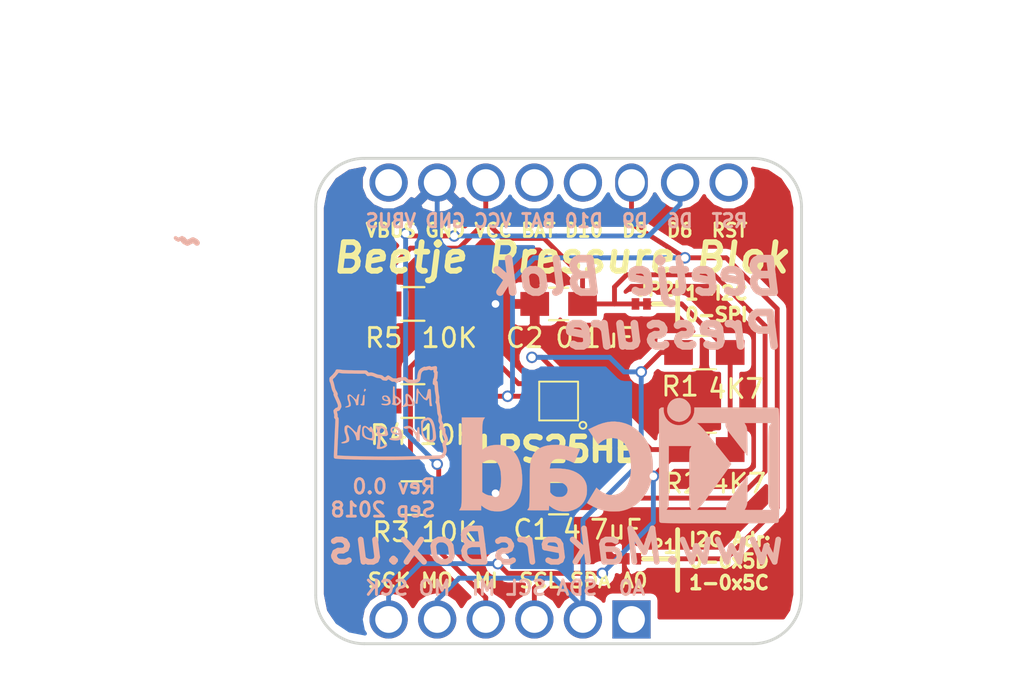
<source format=kicad_pcb>
(kicad_pcb (version 4) (host pcbnew 4.0.7)

  (general
    (links 30)
    (no_connects 0)
    (area 142.164999 86.284999 167.715001 111.835001)
    (thickness 1.6)
    (drawings 27)
    (tracks 131)
    (zones 0)
    (modules 14)
    (nets 13)
  )

  (page A)
  (title_block
    (title "Beetje 32U4 Blok")
    (date 2018-08-10)
    (rev 0.0)
    (company www.MakersBox.us)
    (comment 1 648.ken@gmail.com)
  )

  (layers
    (0 F.Cu signal)
    (31 B.Cu signal)
    (32 B.Adhes user)
    (33 F.Adhes user)
    (34 B.Paste user)
    (35 F.Paste user)
    (36 B.SilkS user)
    (37 F.SilkS user)
    (38 B.Mask user)
    (39 F.Mask user)
    (40 Dwgs.User user)
    (41 Cmts.User user)
    (42 Eco1.User user)
    (43 Eco2.User user)
    (44 Edge.Cuts user)
    (45 Margin user)
    (46 B.CrtYd user)
    (47 F.CrtYd user)
    (48 B.Fab user)
    (49 F.Fab user)
  )

  (setup
    (last_trace_width 0.25)
    (user_trace_width 0.254)
    (user_trace_width 0.3048)
    (user_trace_width 0.4064)
    (user_trace_width 0.6096)
    (trace_clearance 0.2)
    (zone_clearance 0.35)
    (zone_45_only no)
    (trace_min 0.2)
    (segment_width 0.254)
    (edge_width 0.15)
    (via_size 0.6)
    (via_drill 0.4)
    (via_min_size 0.4)
    (via_min_drill 0.3)
    (uvia_size 0.3)
    (uvia_drill 0.1)
    (uvias_allowed no)
    (uvia_min_size 0.2)
    (uvia_min_drill 0.1)
    (pcb_text_width 0.3)
    (pcb_text_size 1.5 1.5)
    (mod_edge_width 0.15)
    (mod_text_size 1 1)
    (mod_text_width 0.15)
    (pad_size 1.7 1.7)
    (pad_drill 0.508)
    (pad_to_mask_clearance 0)
    (aux_axis_origin 0 0)
    (visible_elements 7FFFFFFF)
    (pcbplotparams
      (layerselection 0x00030_80000001)
      (usegerberextensions false)
      (excludeedgelayer true)
      (linewidth 0.100000)
      (plotframeref false)
      (viasonmask false)
      (mode 1)
      (useauxorigin false)
      (hpglpennumber 1)
      (hpglpenspeed 20)
      (hpglpendiameter 15)
      (hpglpenoverlay 2)
      (psnegative false)
      (psa4output false)
      (plotreference true)
      (plotvalue true)
      (plotinvisibletext false)
      (padsonsilk false)
      (subtractmaskfromsilk false)
      (outputformat 1)
      (mirror false)
      (drillshape 1)
      (scaleselection 1)
      (outputdirectory ""))
  )

  (net 0 "")
  (net 1 GND)
  (net 2 VBUS)
  (net 3 +BATT)
  (net 4 /A0)
  (net 5 /~RESET)
  (net 6 VCC)
  (net 7 /~CS)
  (net 8 /SDA/MOSI)
  (net 9 /SCL/SCLK)
  (net 10 /SA0/MISO)
  (net 11 /INT_DRDY)
  (net 12 /D10)

  (net_class Default "This is the default net class."
    (clearance 0.2)
    (trace_width 0.25)
    (via_dia 0.6)
    (via_drill 0.4)
    (uvia_dia 0.3)
    (uvia_drill 0.1)
    (add_net +BATT)
    (add_net /A0)
    (add_net /D10)
    (add_net /INT_DRDY)
    (add_net /SA0/MISO)
    (add_net /SCL/SCLK)
    (add_net /SDA/MOSI)
    (add_net /~CS)
    (add_net /~RESET)
    (add_net GND)
    (add_net VBUS)
    (add_net VCC)
  )

  (module footprints:ST_HLGA-10_2.5x2.5mm_P0.6mm_LayoutBorder3x2y (layer F.Cu) (tedit 5B9311CE) (tstamp 5B9313A0)
    (at 154.94 99.06)
    (path /5B955617)
    (fp_text reference U1 (at 0 -0.18) (layer F.Fab)
      (effects (font (size 0.2 0.2) (thickness 0.05)))
    )
    (fp_text value LPS25HB (at 0 0.18) (layer F.Fab)
      (effects (font (size 0.2 0.2) (thickness 0.05)))
    )
    (fp_line (start -1.016 -1.016) (end 1.016 -1.016) (layer F.SilkS) (width 0.1))
    (fp_line (start 1.016 -1.016) (end 1.016 1.016) (layer F.SilkS) (width 0.1))
    (fp_line (start 1.016 1.016) (end -1.016 1.016) (layer F.SilkS) (width 0.1))
    (fp_line (start -1.016 1.016) (end -1.016 -1.016) (layer F.SilkS) (width 0.1))
    (fp_circle (center 1.27 1.27) (end 1.143 1.143) (layer F.SilkS) (width 0.1))
    (fp_text user LPS25HB (at 0 2.54) (layer F.SilkS)
      (effects (font (size 1.25 1.25) (thickness 0.3)))
    )
    (fp_circle (center 0.6 0.5) (end 0.7 0.6) (layer F.Fab) (width 0.1))
    (fp_line (start -1 -1) (end 1 -1) (layer F.Fab) (width 0.05))
    (fp_line (start 1 -1) (end 1 1) (layer F.Fab) (width 0.05))
    (fp_line (start 1 1) (end -1 1) (layer F.Fab) (width 0.05))
    (fp_line (start -1 1) (end -1 -1) (layer F.Fab) (width 0.05))
    (pad 4 smd rect (at 0 -0.91) (size 0.35 0.575) (layers F.Cu F.Paste F.Mask)
      (net 8 /SDA/MOSI))
    (pad 3 smd rect (at 0.5 -0.91) (size 0.35 0.575) (layers F.Cu F.Paste F.Mask)
      (net 1 GND))
    (pad 5 smd rect (at -0.5 -0.91) (size 0.35 0.575) (layers F.Cu F.Paste F.Mask)
      (net 10 /SA0/MISO))
    (pad 9 smd rect (at 0 0.91) (size 0.35 0.575) (layers F.Cu F.Paste F.Mask)
      (net 1 GND))
    (pad 10 smd rect (at 0.5 0.91) (size 0.35 0.575) (layers F.Cu F.Paste F.Mask)
      (net 6 VCC))
    (pad 8 smd rect (at -0.5 0.91) (size 0.35 0.575) (layers F.Cu F.Paste F.Mask)
      (net 1 GND))
    (pad 6 smd rect (at -0.91 -0.25 90) (size 0.35 0.575) (layers F.Cu F.Paste F.Mask)
      (net 7 /~CS))
    (pad 7 smd rect (at -0.91 0.25 90) (size 0.35 0.575) (layers F.Cu F.Paste F.Mask)
      (net 11 /INT_DRDY))
    (pad 2 smd rect (at 0.91 -0.25 90) (size 0.35 0.575) (layers F.Cu F.Paste F.Mask)
      (net 9 /SCL/SCLK))
    (pad 1 smd rect (at 0.91 0.25 90) (size 0.35 0.575) (layers F.Cu F.Paste F.Mask)
      (net 6 VCC))
    (model Sensors_Detectors/LPS22HB_HLGA-10L.wrl
      (at (xyz 0 0 0.02))
      (scale (xyz 1 1 1))
      (rotate (xyz 180 0 0))
    )
  )

  (module footprints:KiCad-Logo2_8mm_SilkScreen (layer B.Cu) (tedit 0) (tstamp 5B722793)
    (at 158.115 102.87 180)
    (descr "KiCad Logo")
    (tags "Logo KiCad")
    (attr virtual)
    (fp_text reference REF*** (at 0 0 180) (layer B.SilkS) hide
      (effects (font (size 1 1) (thickness 0.15)) (justify mirror))
    )
    (fp_text value KiCad-Logo2_8mm_SilkScreen (at 0.75 0 180) (layer B.Fab) hide
      (effects (font (size 1 1) (thickness 0.15)) (justify mirror))
    )
    (fp_poly (pts (xy -3.922722 3.342976) (xy -3.908256 3.191281) (xy -3.866163 3.047997) (xy -3.798393 2.916193)
      (xy -3.706899 2.798942) (xy -3.593635 2.699313) (xy -3.46451 2.622271) (xy -3.323028 2.569521)
      (xy -3.180554 2.544799) (xy -3.039896 2.546316) (xy -2.903864 2.572283) (xy -2.775267 2.62091)
      (xy -2.656914 2.690407) (xy -2.551614 2.778986) (xy -2.462177 2.884857) (xy -2.391412 3.00623)
      (xy -2.342129 3.141317) (xy -2.317135 3.288326) (xy -2.314556 3.354756) (xy -2.314556 3.471835)
      (xy -2.24542 3.471835) (xy -2.197081 3.468047) (xy -2.161271 3.452338) (xy -2.125183 3.420734)
      (xy -2.074083 3.369633) (xy -2.074083 0.451862) (xy -2.074095 0.102862) (xy -2.074138 -0.217332)
      (xy -2.074223 -0.509974) (xy -2.074361 -0.776318) (xy -2.074562 -1.017617) (xy -2.074838 -1.235125)
      (xy -2.0752 -1.430095) (xy -2.075658 -1.60378) (xy -2.076223 -1.757435) (xy -2.076906 -1.892313)
      (xy -2.077717 -2.009668) (xy -2.078669 -2.110753) (xy -2.079771 -2.196821) (xy -2.081035 -2.269127)
      (xy -2.08247 -2.328923) (xy -2.084089 -2.377464) (xy -2.085902 -2.416003) (xy -2.08792 -2.445793)
      (xy -2.090154 -2.468089) (xy -2.092614 -2.484143) (xy -2.095312 -2.49521) (xy -2.098258 -2.502542)
      (xy -2.099699 -2.505005) (xy -2.105241 -2.51434) (xy -2.109947 -2.522923) (xy -2.115045 -2.530784)
      (xy -2.121765 -2.537955) (xy -2.131336 -2.544467) (xy -2.144986 -2.550353) (xy -2.163945 -2.555642)
      (xy -2.189442 -2.560368) (xy -2.222705 -2.56456) (xy -2.264964 -2.568251) (xy -2.317448 -2.571472)
      (xy -2.381386 -2.574254) (xy -2.458007 -2.57663) (xy -2.54854 -2.578629) (xy -2.654214 -2.580284)
      (xy -2.776258 -2.581627) (xy -2.915901 -2.582687) (xy -3.074372 -2.583498) (xy -3.2529 -2.58409)
      (xy -3.452715 -2.584495) (xy -3.675045 -2.584744) (xy -3.921119 -2.584869) (xy -4.192166 -2.584901)
      (xy -4.489416 -2.584871) (xy -4.814097 -2.584811) (xy -5.167438 -2.584752) (xy -5.218541 -2.584746)
      (xy -5.573985 -2.584689) (xy -5.900594 -2.584595) (xy -6.199592 -2.584455) (xy -6.472204 -2.584259)
      (xy -6.719653 -2.583997) (xy -6.943164 -2.58366) (xy -7.14396 -2.583239) (xy -7.323266 -2.582723)
      (xy -7.482307 -2.582104) (xy -7.622306 -2.581371) (xy -7.744487 -2.580515) (xy -7.850075 -2.579526)
      (xy -7.940293 -2.578394) (xy -8.016366 -2.577111) (xy -8.079519 -2.575666) (xy -8.130975 -2.574049)
      (xy -8.171958 -2.572252) (xy -8.203692 -2.570265) (xy -8.227402 -2.568077) (xy -8.244312 -2.565679)
      (xy -8.255646 -2.563063) (xy -8.261448 -2.560841) (xy -8.272714 -2.556088) (xy -8.283058 -2.552578)
      (xy -8.292517 -2.549068) (xy -8.301132 -2.544313) (xy -8.308942 -2.537069) (xy -8.315985 -2.526091)
      (xy -8.322302 -2.510135) (xy -8.327931 -2.487955) (xy -8.332912 -2.458309) (xy -8.337284 -2.419951)
      (xy -8.341086 -2.371637) (xy -8.344358 -2.312122) (xy -8.347139 -2.240163) (xy -8.349467 -2.154513)
      (xy -8.351383 -2.053931) (xy -8.352925 -1.937169) (xy -8.354134 -1.802985) (xy -8.355047 -1.650134)
      (xy -8.355705 -1.477371) (xy -8.356146 -1.283452) (xy -8.356411 -1.067133) (xy -8.356536 -0.827168)
      (xy -8.356564 -0.562314) (xy -8.356533 -0.271326) (xy -8.356481 0.04704) (xy -8.356449 0.39403)
      (xy -8.356449 0.450148) (xy -8.356467 0.800159) (xy -8.356501 1.121364) (xy -8.356515 1.415017)
      (xy -8.356476 1.682372) (xy -8.356351 1.924683) (xy -8.356103 2.143203) (xy -8.3557 2.339187)
      (xy -8.355107 2.513887) (xy -8.354335 2.660237) (xy -7.951149 2.660237) (xy -7.898174 2.583225)
      (xy -7.883302 2.562232) (xy -7.869895 2.543644) (xy -7.857876 2.52588) (xy -7.84717 2.507362)
      (xy -7.837703 2.486509) (xy -7.829397 2.461743) (xy -7.822178 2.431483) (xy -7.815969 2.39415)
      (xy -7.810696 2.348165) (xy -7.806282 2.291948) (xy -7.802652 2.22392) (xy -7.79973 2.1425)
      (xy -7.797441 2.04611) (xy -7.795709 1.93317) (xy -7.794458 1.802101) (xy -7.793614 1.651322)
      (xy -7.793099 1.479254) (xy -7.792839 1.284319) (xy -7.792757 1.064935) (xy -7.792779 0.819524)
      (xy -7.792828 0.546506) (xy -7.79284 0.383255) (xy -7.792808 0.094417) (xy -7.792763 -0.165943)
      (xy -7.792779 -0.399406) (xy -7.792931 -0.607554) (xy -7.793294 -0.791969) (xy -7.793943 -0.954231)
      (xy -7.794953 -1.095922) (xy -7.796399 -1.218624) (xy -7.798355 -1.323917) (xy -7.800896 -1.413383)
      (xy -7.804097 -1.488603) (xy -7.808033 -1.551159) (xy -7.81278 -1.602632) (xy -7.81841 -1.644603)
      (xy -7.825001 -1.678653) (xy -7.832626 -1.706365) (xy -7.84136 -1.729318) (xy -7.851279 -1.749096)
      (xy -7.862456 -1.767278) (xy -7.874967 -1.785446) (xy -7.888888 -1.805182) (xy -7.896997 -1.817019)
      (xy -7.948618 -1.893728) (xy -7.240914 -1.893728) (xy -7.076826 -1.893681) (xy -6.940367 -1.893481)
      (xy -6.829109 -1.893033) (xy -6.740621 -1.892244) (xy -6.672476 -1.89102) (xy -6.622243 -1.889269)
      (xy -6.587493 -1.886897) (xy -6.565798 -1.88381) (xy -6.554727 -1.879916) (xy -6.551851 -1.87512)
      (xy -6.554741 -1.86933) (xy -6.556333 -1.867426) (xy -6.589817 -1.81807) (xy -6.624296 -1.747773)
      (xy -6.655729 -1.665227) (xy -6.666738 -1.630061) (xy -6.672884 -1.606175) (xy -6.678078 -1.578135)
      (xy -6.68243 -1.543165) (xy -6.686048 -1.498489) (xy -6.689043 -1.441329) (xy -6.691523 -1.36891)
      (xy -6.693598 -1.278455) (xy -6.695377 -1.167188) (xy -6.69697 -1.032331) (xy -6.698486 -0.871109)
      (xy -6.698988 -0.811597) (xy -6.700342 -0.644976) (xy -6.701352 -0.506026) (xy -6.701941 -0.392361)
      (xy -6.702031 -0.301596) (xy -6.701544 -0.231344) (xy -6.700403 -0.179219) (xy -6.69853 -0.142834)
      (xy -6.695847 -0.119804) (xy -6.692276 -0.107742) (xy -6.687739 -0.104261) (xy -6.682159 -0.106976)
      (xy -6.676203 -0.112722) (xy -6.662417 -0.129943) (xy -6.63305 -0.168651) (xy -6.590179 -0.22601)
      (xy -6.535882 -0.299181) (xy -6.472237 -0.385326) (xy -6.401323 -0.481609) (xy -6.325216 -0.585192)
      (xy -6.245995 -0.693237) (xy -6.165738 -0.802907) (xy -6.086522 -0.911364) (xy -6.010426 -1.01577)
      (xy -5.939527 -1.113289) (xy -5.875903 -1.201083) (xy -5.821633 -1.276314) (xy -5.778793 -1.336144)
      (xy -5.749462 -1.377737) (xy -5.74338 -1.386567) (xy -5.712864 -1.435698) (xy -5.677172 -1.49959)
      (xy -5.643357 -1.565542) (xy -5.639069 -1.574437) (xy -5.610208 -1.638602) (xy -5.593452 -1.68861)
      (xy -5.585823 -1.736307) (xy -5.584334 -1.792278) (xy -5.585178 -1.893728) (xy -4.048204 -1.893728)
      (xy -4.169575 -1.768938) (xy -4.231879 -1.70251) (xy -4.29883 -1.627316) (xy -4.360132 -1.555063)
      (xy -4.387325 -1.52131) (xy -4.427849 -1.468661) (xy -4.481176 -1.397817) (xy -4.545747 -1.310947)
      (xy -4.620001 -1.210222) (xy -4.702381 -1.097809) (xy -4.791326 -0.975879) (xy -4.885278 -0.846602)
      (xy -4.982678 -0.712146) (xy -5.081965 -0.574681) (xy -5.181581 -0.436377) (xy -5.279967 -0.299403)
      (xy -5.375564 -0.165929) (xy -5.466812 -0.038124) (xy -5.552152 0.081843) (xy -5.630025 0.191801)
      (xy -5.698871 0.289582) (xy -5.757132 0.373016) (xy -5.803249 0.439934) (xy -5.835661 0.488166)
      (xy -5.85281 0.515542) (xy -5.85515 0.521004) (xy -5.844554 0.536083) (xy -5.816868 0.57227)
      (xy -5.773909 0.627299) (xy -5.71749 0.698907) (xy -5.649426 0.784829) (xy -5.571533 0.882802)
      (xy -5.485625 0.990562) (xy -5.393517 1.105845) (xy -5.297023 1.226386) (xy -5.197959 1.349921)
      (xy -5.118438 1.448918) (xy -3.772426 1.448918) (xy -3.764558 1.431667) (xy -3.74548 1.402045)
      (xy -3.744086 1.400072) (xy -3.719073 1.359927) (xy -3.692916 1.310891) (xy -3.687725 1.300059)
      (xy -3.683017 1.288837) (xy -3.678857 1.275366) (xy -3.675203 1.25779) (xy -3.672015 1.234255)
      (xy -3.669255 1.202906) (xy -3.666881 1.161888) (xy -3.664853 1.109348) (xy -3.663132 1.043429)
      (xy -3.661676 0.962277) (xy -3.660447 0.864038) (xy -3.659404 0.746857) (xy -3.658506 0.608879)
      (xy -3.657714 0.448249) (xy -3.656988 0.263112) (xy -3.656287 0.051614) (xy -3.655577 -0.186509)
      (xy -3.65486 -0.432967) (xy -3.654282 -0.651229) (xy -3.653931 -0.843155) (xy -3.653898 -1.010607)
      (xy -3.654272 -1.155449) (xy -3.655143 -1.27954) (xy -3.656601 -1.384744) (xy -3.658736 -1.472922)
      (xy -3.661637 -1.545936) (xy -3.665394 -1.605648) (xy -3.670097 -1.65392) (xy -3.675835 -1.692614)
      (xy -3.682699 -1.723591) (xy -3.690778 -1.748714) (xy -3.700162 -1.769845) (xy -3.71094 -1.788845)
      (xy -3.723203 -1.807576) (xy -3.73452 -1.824175) (xy -3.757334 -1.859182) (xy -3.770843 -1.882593)
      (xy -3.772426 -1.88688) (xy -3.757905 -1.888314) (xy -3.716375 -1.889646) (xy -3.650889 -1.890845)
      (xy -3.564495 -1.891877) (xy -3.460246 -1.892712) (xy -3.341192 -1.893317) (xy -3.210384 -1.89366)
      (xy -3.118639 -1.893728) (xy -2.978855 -1.893434) (xy -2.849924 -1.892593) (xy -2.734758 -1.891263)
      (xy -2.63627 -1.889503) (xy -2.557376 -1.887372) (xy -2.500988 -1.884928) (xy -2.47002 -1.882231)
      (xy -2.464852 -1.880538) (xy -2.4751 -1.860697) (xy -2.485749 -1.850006) (xy -2.503286 -1.827204)
      (xy -2.526237 -1.786929) (xy -2.54211 -1.754231) (xy -2.577574 -1.675799) (xy -2.581668 -0.108964)
      (xy -2.585762 1.45787) (xy -3.179094 1.45787) (xy -3.309323 1.457651) (xy -3.42967 1.457027)
      (xy -3.536932 1.456047) (xy -3.627907 1.454757) (xy -3.699393 1.453208) (xy -3.748186 1.451446)
      (xy -3.771085 1.449521) (xy -3.772426 1.448918) (xy -5.118438 1.448918) (xy -5.09814 1.474187)
      (xy -4.99938 1.596919) (xy -4.903493 1.715853) (xy -4.812296 1.828726) (xy -4.727602 1.933272)
      (xy -4.651227 2.027229) (xy -4.584984 2.108332) (xy -4.53069 2.174316) (xy -4.507838 2.201835)
      (xy -4.392952 2.335851) (xy -4.290971 2.446697) (xy -4.199355 2.536991) (xy -4.115566 2.609349)
      (xy -4.103077 2.619158) (xy -4.050473 2.659904) (xy -4.803864 2.66007) (xy -5.557254 2.660237)
      (xy -5.550213 2.596361) (xy -5.55461 2.520016) (xy -5.583276 2.429118) (xy -5.636496 2.322943)
      (xy -5.696817 2.226708) (xy -5.718409 2.196559) (xy -5.755758 2.146559) (xy -5.806637 2.079558)
      (xy -5.86882 1.998409) (xy -5.940081 1.905962) (xy -6.018192 1.805067) (xy -6.100928 1.698577)
      (xy -6.186063 1.589342) (xy -6.271369 1.480213) (xy -6.354621 1.374041) (xy -6.433592 1.273677)
      (xy -6.506055 1.181973) (xy -6.569785 1.101779) (xy -6.622555 1.035946) (xy -6.662138 0.987326)
      (xy -6.686309 0.95877) (xy -6.690381 0.954379) (xy -6.694188 0.965038) (xy -6.697135 1.00537)
      (xy -6.699217 1.075) (xy -6.700429 1.173553) (xy -6.700766 1.300656) (xy -6.700223 1.455932)
      (xy -6.699013 1.615681) (xy -6.697253 1.791569) (xy -6.695223 1.940333) (xy -6.692593 2.064908)
      (xy -6.689031 2.168229) (xy -6.684206 2.253231) (xy -6.677787 2.322848) (xy -6.669444 2.380016)
      (xy -6.658844 2.427669) (xy -6.645657 2.468743) (xy -6.629552 2.506173) (xy -6.610197 2.542893)
      (xy -6.59065 2.576229) (xy -6.540063 2.660237) (xy -7.951149 2.660237) (xy -8.354335 2.660237)
      (xy -8.354291 2.668558) (xy -8.353218 2.804453) (xy -8.351853 2.922826) (xy -8.350162 3.024931)
      (xy -8.348112 3.112021) (xy -8.345668 3.18535) (xy -8.342796 3.246171) (xy -8.339462 3.29574)
      (xy -8.335633 3.335308) (xy -8.331274 3.36613) (xy -8.326351 3.38946) (xy -8.32083 3.406552)
      (xy -8.314678 3.418658) (xy -8.307859 3.427033) (xy -8.30034 3.43293) (xy -8.292087 3.437604)
      (xy -8.283067 3.442307) (xy -8.275084 3.447058) (xy -8.268117 3.450488) (xy -8.257232 3.453588)
      (xy -8.240972 3.456375) (xy -8.217879 3.458866) (xy -8.186497 3.461077) (xy -8.145368 3.463024)
      (xy -8.093034 3.464724) (xy -8.028039 3.466193) (xy -7.948925 3.467448) (xy -7.854236 3.468506)
      (xy -7.742512 3.469382) (xy -7.612299 3.470093) (xy -7.462137 3.470655) (xy -7.29057 3.471086)
      (xy -7.096141 3.471401) (xy -6.877392 3.471617) (xy -6.632866 3.47175) (xy -6.361105 3.471817)
      (xy -6.079996 3.471835) (xy -3.922722 3.471835) (xy -3.922722 3.342976)) (layer B.SilkS) (width 0.01))
    (fp_poly (pts (xy 0.437258 2.730527) (xy 0.650464 2.702337) (xy 0.868727 2.648897) (xy 1.094796 2.569675)
      (xy 1.331418 2.464144) (xy 1.34642 2.456762) (xy 1.423232 2.41945) (xy 1.49186 2.387395)
      (xy 1.547297 2.362834) (xy 1.584536 2.348008) (xy 1.597278 2.344616) (xy 1.622863 2.337949)
      (xy 1.629003 2.332349) (xy 1.622208 2.318459) (xy 1.600853 2.28346) (xy 1.567396 2.23102)
      (xy 1.524294 2.164806) (xy 1.474008 2.088486) (xy 1.418995 2.005727) (xy 1.361714 1.920199)
      (xy 1.304623 1.835567) (xy 1.250183 1.7555) (xy 1.20085 1.683666) (xy 1.159083 1.623732)
      (xy 1.127342 1.579365) (xy 1.108085 1.554235) (xy 1.105442 1.55132) (xy 1.091971 1.557509)
      (xy 1.062227 1.580377) (xy 1.021527 1.615686) (xy 1.000566 1.63496) (xy 0.872104 1.735186)
      (xy 0.730034 1.808998) (xy 0.576256 1.85573) (xy 0.412672 1.874716) (xy 0.320275 1.873157)
      (xy 0.158995 1.85031) (xy 0.013587 1.802538) (xy -0.116384 1.729492) (xy -0.231353 1.630824)
      (xy -0.331754 1.506185) (xy -0.418022 1.355224) (xy -0.467839 1.239941) (xy -0.526222 1.059276)
      (xy -0.569252 0.862922) (xy -0.59704 0.655943) (xy -0.609695 0.443402) (xy -0.60733 0.230362)
      (xy -0.590055 0.021887) (xy -0.557981 -0.176961) (xy -0.511218 -0.361118) (xy -0.449877 -0.52552)
      (xy -0.4282 -0.571124) (xy -0.33734 -0.723014) (xy -0.230219 -0.851481) (xy -0.108412 -0.955478)
      (xy 0.02651 -1.033958) (xy 0.172971 -1.085874) (xy 0.3294 -1.110179) (xy 0.384608 -1.111967)
      (xy 0.546446 -1.097428) (xy 0.706791 -1.053737) (xy 0.86361 -0.981798) (xy 1.014867 -0.882512)
      (xy 1.136564 -0.778232) (xy 1.198512 -0.718945) (xy 1.439845 -1.114709) (xy 1.499886 -1.213446)
      (xy 1.554789 -1.304262) (xy 1.602606 -1.383895) (xy 1.641391 -1.44908) (xy 1.669194 -1.496554)
      (xy 1.68407 -1.523055) (xy 1.686003 -1.527175) (xy 1.675047 -1.540009) (xy 1.640993 -1.563016)
      (xy 1.588145 -1.594015) (xy 1.520811 -1.630829) (xy 1.443294 -1.671278) (xy 1.359902 -1.713182)
      (xy 1.27494 -1.754363) (xy 1.192714 -1.792642) (xy 1.117529 -1.825838) (xy 1.053691 -1.851775)
      (xy 1.022467 -1.862997) (xy 0.844377 -1.913342) (xy 0.660791 -1.94663) (xy 0.464142 -1.963943)
      (xy 0.295341 -1.967043) (xy 0.204867 -1.965585) (xy 0.117529 -1.962792) (xy 0.041068 -1.959009)
      (xy -0.01677 -1.954578) (xy -0.035549 -1.952337) (xy -0.220628 -1.913947) (xy -0.409051 -1.853877)
      (xy -0.59209 -1.775702) (xy -0.761013 -1.683) (xy -0.864201 -1.612864) (xy -1.033826 -1.468809)
      (xy -1.19133 -1.300302) (xy -1.333795 -1.111508) (xy -1.458303 -0.906591) (xy -1.561938 -0.689715)
      (xy -1.620324 -0.53355) (xy -1.687222 -0.289076) (xy -1.731821 -0.030064) (xy -1.754135 0.237881)
      (xy -1.754179 0.509155) (xy -1.731966 0.778153) (xy -1.687509 1.039271) (xy -1.620824 1.286905)
      (xy -1.615743 1.302334) (xy -1.532022 1.518085) (xy -1.429844 1.715017) (xy -1.305742 1.898701)
      (xy -1.15625 2.074712) (xy -1.09785 2.134973) (xy -0.916596 2.299984) (xy -0.730263 2.436505)
      (xy -0.535991 2.546021) (xy -0.330921 2.630019) (xy -0.11219 2.689985) (xy 0.01503 2.71327)
      (xy 0.226363 2.733995) (xy 0.437258 2.730527)) (layer B.SilkS) (width 0.01))
    (fp_poly (pts (xy 3.559492 1.509029) (xy 3.76175 1.482382) (xy 3.941836 1.437602) (xy 4.100911 1.374331)
      (xy 4.240138 1.292213) (xy 4.343465 1.207591) (xy 4.435116 1.108892) (xy 4.506666 1.002687)
      (xy 4.563786 0.879908) (xy 4.584388 0.822567) (xy 4.601508 0.770669) (xy 4.616422 0.722545)
      (xy 4.629302 0.675754) (xy 4.64032 0.627856) (xy 4.64965 0.576413) (xy 4.657463 0.518984)
      (xy 4.663932 0.45313) (xy 4.66923 0.376411) (xy 4.67353 0.286388) (xy 4.677003 0.18062)
      (xy 4.679823 0.056669) (xy 4.682162 -0.087906) (xy 4.684193 -0.255544) (xy 4.686088 -0.448685)
      (xy 4.687755 -0.638757) (xy 4.689521 -0.846703) (xy 4.691126 -1.026797) (xy 4.692737 -1.181244)
      (xy 4.69452 -1.312249) (xy 4.696643 -1.422017) (xy 4.699272 -1.512753) (xy 4.702576 -1.586662)
      (xy 4.706719 -1.64595) (xy 4.71187 -1.692822) (xy 4.718196 -1.729483) (xy 4.725863 -1.758137)
      (xy 4.735038 -1.78099) (xy 4.745888 -1.800248) (xy 4.758581 -1.818115) (xy 4.773283 -1.836796)
      (xy 4.779009 -1.844029) (xy 4.80007 -1.874436) (xy 4.809438 -1.895142) (xy 4.809468 -1.895754)
      (xy 4.794986 -1.898682) (xy 4.753733 -1.901378) (xy 4.688997 -1.903769) (xy 4.604064 -1.905778)
      (xy 4.502223 -1.907329) (xy 4.38676 -1.908346) (xy 4.260964 -1.908753) (xy 4.246443 -1.908757)
      (xy 3.683419 -1.908757) (xy 3.679076 -1.780858) (xy 3.674734 -1.652958) (xy 3.592071 -1.720841)
      (xy 3.46249 -1.810726) (xy 3.316172 -1.883541) (xy 3.201056 -1.923787) (xy 3.109098 -1.943342)
      (xy 2.998126 -1.956647) (xy 2.878615 -1.963285) (xy 2.761037 -1.962843) (xy 2.655867 -1.954905)
      (xy 2.607633 -1.947298) (xy 2.421218 -1.89689) (xy 2.2529 -1.823874) (xy 2.103896 -1.729337)
      (xy 1.975424 -1.614365) (xy 1.868699 -1.480046) (xy 1.78494 -1.327467) (xy 1.72586 -1.159594)
      (xy 1.709438 -1.084261) (xy 1.699307 -1.001451) (xy 1.694476 -0.901815) (xy 1.693817 -0.856686)
      (xy 1.693904 -0.852446) (xy 2.705656 -0.852446) (xy 2.718029 -0.952367) (xy 2.755556 -1.037343)
      (xy 2.820085 -1.111417) (xy 2.826818 -1.117292) (xy 2.891115 -1.163659) (xy 2.959958 -1.193724)
      (xy 3.040814 -1.209595) (xy 3.141149 -1.21338) (xy 3.165257 -1.21284) (xy 3.236909 -1.209309)
      (xy 3.290203 -1.202098) (xy 3.336823 -1.188566) (xy 3.388452 -1.166072) (xy 3.40262 -1.159178)
      (xy 3.483368 -1.111478) (xy 3.545701 -1.054719) (xy 3.562659 -1.034431) (xy 3.62213 -0.959194)
      (xy 3.62213 -0.698413) (xy 3.621417 -0.593706) (xy 3.619167 -0.516552) (xy 3.615215 -0.464478)
      (xy 3.609396 -0.435009) (xy 3.603958 -0.4264) (xy 3.582755 -0.422188) (xy 3.537778 -0.418697)
      (xy 3.475305 -0.416256) (xy 3.401619 -0.415194) (xy 3.389786 -0.415174) (xy 3.22899 -0.422169)
      (xy 3.092299 -0.443693) (xy 2.977065 -0.480569) (xy 2.880641 -0.53362) (xy 2.807509 -0.596127)
      (xy 2.748201 -0.673195) (xy 2.715285 -0.757135) (xy 2.705656 -0.852446) (xy 1.693904 -0.852446)
      (xy 1.696391 -0.731864) (xy 1.707501 -0.626821) (xy 1.729129 -0.531998) (xy 1.763261 -0.437837)
      (xy 1.795209 -0.368111) (xy 1.873252 -0.241236) (xy 1.977227 -0.124042) (xy 2.10397 -0.018662)
      (xy 2.250318 0.072772) (xy 2.413106 0.148126) (xy 2.589171 0.205268) (xy 2.675266 0.225158)
      (xy 2.856574 0.254587) (xy 3.054208 0.274003) (xy 3.25585 0.282498) (xy 3.424346 0.280325)
      (xy 3.639875 0.2713) (xy 3.629997 0.349822) (xy 3.604311 0.48183) (xy 3.562861 0.589298)
      (xy 3.504501 0.673048) (xy 3.428083 0.733905) (xy 3.332461 0.772692) (xy 3.21649 0.790234)
      (xy 3.079021 0.787353) (xy 3.028462 0.782026) (xy 2.840486 0.748518) (xy 2.658338 0.693887)
      (xy 2.532485 0.643294) (xy 2.472361 0.617499) (xy 2.421194 0.596769) (xy 2.386111 0.583929)
      (xy 2.375875 0.581203) (xy 2.362902 0.59329) (xy 2.340643 0.631858) (xy 2.30889 0.697345)
      (xy 2.267432 0.790184) (xy 2.216061 0.910813) (xy 2.207277 0.931835) (xy 2.167261 1.028115)
      (xy 2.131341 1.115115) (xy 2.101069 1.189031) (xy 2.077996 1.246059) (xy 2.063674 1.282393)
      (xy 2.059538 1.294161) (xy 2.07285 1.300491) (xy 2.107833 1.307517) (xy 2.145474 1.312415)
      (xy 2.185623 1.318748) (xy 2.249246 1.331323) (xy 2.330697 1.348908) (xy 2.424336 1.37027)
      (xy 2.52452 1.394175) (xy 2.562545 1.403525) (xy 2.702419 1.437592) (xy 2.819131 1.464302)
      (xy 2.918435 1.484509) (xy 3.006085 1.499066) (xy 3.087836 1.508827) (xy 3.169441 1.514644)
      (xy 3.256656 1.51737) (xy 3.333898 1.5179) (xy 3.559492 1.509029)) (layer B.SilkS) (width 0.01))
    (fp_poly (pts (xy 8.236474 0.702633) (xy 8.2365 0.390539) (xy 8.236535 0.107038) (xy 8.236631 -0.149336)
      (xy 8.236841 -0.380048) (xy 8.237216 -0.586565) (xy 8.237809 -0.770351) (xy 8.23867 -0.932874)
      (xy 8.239853 -1.075598) (xy 8.241408 -1.19999) (xy 8.243389 -1.307515) (xy 8.245846 -1.39964)
      (xy 8.248833 -1.47783) (xy 8.2524 -1.543551) (xy 8.256599 -1.598269) (xy 8.261484 -1.643449)
      (xy 8.267104 -1.680558) (xy 8.273513 -1.711062) (xy 8.280763 -1.736426) (xy 8.288905 -1.758115)
      (xy 8.29799 -1.777597) (xy 8.308073 -1.796337) (xy 8.319203 -1.8158) (xy 8.326117 -1.827924)
      (xy 8.371736 -1.908757) (xy 7.229231 -1.908757) (xy 7.229231 -1.781006) (xy 7.228257 -1.723273)
      (xy 7.225658 -1.679119) (xy 7.221918 -1.655446) (xy 7.220265 -1.653254) (xy 7.205058 -1.662419)
      (xy 7.174817 -1.686175) (xy 7.144595 -1.711969) (xy 7.071924 -1.766201) (xy 6.979423 -1.820792)
      (xy 6.876839 -1.870725) (xy 6.773919 -1.910987) (xy 6.732843 -1.923833) (xy 6.641649 -1.943225)
      (xy 6.531343 -1.956487) (xy 6.412329 -1.963202) (xy 6.295005 -1.962953) (xy 6.189773 -1.955324)
      (xy 6.139586 -1.947592) (xy 5.95573 -1.896918) (xy 5.786245 -1.820067) (xy 5.632046 -1.717737)
      (xy 5.494044 -1.590628) (xy 5.373151 -1.43944) (xy 5.284214 -1.291927) (xy 5.211165 -1.136483)
      (xy 5.155248 -0.977586) (xy 5.115311 -0.809843) (xy 5.090207 -0.627861) (xy 5.078786 -0.426245)
      (xy 5.077819 -0.323136) (xy 5.080607 -0.247545) (xy 6.18446 -0.247545) (xy 6.184737 -0.371452)
      (xy 6.188615 -0.488199) (xy 6.196154 -0.59082) (xy 6.207411 -0.672349) (xy 6.210851 -0.688779)
      (xy 6.253189 -0.831612) (xy 6.308652 -0.947473) (xy 6.377703 -1.036654) (xy 6.460804 -1.099444)
      (xy 6.558418 -1.136137) (xy 6.67101 -1.147021) (xy 6.799041 -1.13239) (xy 6.883551 -1.111458)
      (xy 6.948978 -1.087241) (xy 7.021043 -1.052828) (xy 7.075178 -1.021272) (xy 7.169113 -0.95954)
      (xy 7.169113 0.57178) (xy 7.079369 0.629784) (xy 6.974823 0.684267) (xy 6.862742 0.719749)
      (xy 6.749411 0.735624) (xy 6.641117 0.731288) (xy 6.544145 0.706135) (xy 6.501603 0.685407)
      (xy 6.424485 0.628162) (xy 6.359305 0.552578) (xy 6.304513 0.455892) (xy 6.258561 0.335342)
      (xy 6.219897 0.188167) (xy 6.218191 0.180355) (xy 6.20465 0.097473) (xy 6.194476 -0.006116)
      (xy 6.187726 -0.123444) (xy 6.18446 -0.247545) (xy 5.080607 -0.247545) (xy 5.088272 -0.039801)
      (xy 5.117488 0.220927) (xy 5.165396 0.458877) (xy 5.231928 0.673876) (xy 5.317015 0.86575)
      (xy 5.420587 1.034326) (xy 5.542575 1.179432) (xy 5.682911 1.300895) (xy 5.743041 1.342102)
      (xy 5.877441 1.416855) (xy 6.014957 1.469591) (xy 6.161524 1.501757) (xy 6.323073 1.514797)
      (xy 6.446231 1.513405) (xy 6.618848 1.498805) (xy 6.768751 1.469761) (xy 6.900278 1.424937)
      (xy 7.017765 1.363) (xy 7.082823 1.317451) (xy 7.12192 1.288275) (xy 7.150798 1.268344)
      (xy 7.161728 1.262485) (xy 7.163878 1.276903) (xy 7.165596 1.317713) (xy 7.1669 1.381253)
      (xy 7.167805 1.46386) (xy 7.168328 1.56187) (xy 7.168487 1.671621) (xy 7.168298 1.789449)
      (xy 7.167778 1.911693) (xy 7.166944 2.034687) (xy 7.165812 2.15477) (xy 7.164399 2.268279)
      (xy 7.162723 2.37155) (xy 7.1608 2.46092) (xy 7.158646 2.532727) (xy 7.15628 2.583307)
      (xy 7.155625 2.592604) (xy 7.145537 2.686353) (xy 7.130145 2.759776) (xy 7.106528 2.822511)
      (xy 7.071767 2.884198) (xy 7.063423 2.896953) (xy 7.030895 2.945799) (xy 8.236213 2.945799)
      (xy 8.236474 0.702633)) (layer B.SilkS) (width 0.01))
    (fp_poly (pts (xy -3.02624 3.958707) (xy -2.898063 3.926438) (xy -2.782789 3.869413) (xy -2.683189 3.789828)
      (xy -2.602035 3.689875) (xy -2.542098 3.571749) (xy -2.507134 3.443525) (xy -2.499344 3.314031)
      (xy -2.51912 3.189071) (xy -2.563988 3.072101) (xy -2.631472 2.966578) (xy -2.719098 2.875958)
      (xy -2.824393 2.803697) (xy -2.944882 2.753252) (xy -3.013135 2.736712) (xy -3.072378 2.726698)
      (xy -3.118046 2.722741) (xy -3.161928 2.72517) (xy -3.215814 2.734316) (xy -3.259877 2.743602)
      (xy -3.384248 2.785553) (xy -3.495647 2.853617) (xy -3.591565 2.945731) (xy -3.669496 3.05983)
      (xy -3.688067 3.096095) (xy -3.709951 3.144513) (xy -3.723675 3.185172) (xy -3.731085 3.227951)
      (xy -3.734027 3.282728) (xy -3.734397 3.344083) (xy -3.728957 3.456394) (xy -3.711096 3.548629)
      (xy -3.677559 3.629342) (xy -3.62509 3.707086) (xy -3.573769 3.766018) (xy -3.478054 3.853645)
      (xy -3.378078 3.914132) (xy -3.267907 3.950347) (xy -3.164549 3.964027) (xy -3.02624 3.958707)) (layer B.SilkS) (width 0.01))
  )

  (module footprints:MadeInOregonRev25 (layer F.Cu) (tedit 0) (tstamp 5B7229FC)
    (at 146.05 99.695)
    (fp_text reference VAL (at 0 0) (layer F.SilkS) hide
      (effects (font (size 1.143 1.143) (thickness 0.1778)))
    )
    (fp_text value MadeInOregonRev25 (at 0 0) (layer F.SilkS) hide
      (effects (font (size 1.143 1.143) (thickness 0.1778)))
    )
    (fp_poly (pts (xy -3.09626 -1.76022) (xy -3.09626 -1.72212) (xy -3.09372 -1.69672) (xy -3.09118 -1.67386)
      (xy -3.0861 -1.65608) (xy -3.07594 -1.63576) (xy -3.0734 -1.62814) (xy -3.0607 -1.6002)
      (xy -3.05054 -1.5748) (xy -3.04038 -1.54432) (xy -3.03022 -1.50876) (xy -3.02006 -1.46304)
      (xy -3.00736 -1.4097) (xy -3.00228 -1.39192) (xy -2.98704 -1.31826) (xy -2.96926 -1.2573)
      (xy -2.95402 -1.20396) (xy -2.9337 -1.15824) (xy -2.91338 -1.1176) (xy -2.91338 -1.74752)
      (xy -2.91338 -1.76276) (xy -2.91084 -1.77546) (xy -2.90322 -1.78816) (xy -2.89052 -1.8034)
      (xy -2.86766 -1.82118) (xy -2.8575 -1.83134) (xy -2.82956 -1.8542) (xy -2.80416 -1.8796)
      (xy -2.78638 -1.90246) (xy -2.77876 -1.91008) (xy -2.76606 -1.92786) (xy -2.74574 -1.95326)
      (xy -2.72034 -1.98374) (xy -2.69494 -2.01422) (xy -2.6924 -2.01676) (xy -2.66954 -2.0447)
      (xy -2.64922 -2.0701) (xy -2.63652 -2.08788) (xy -2.6289 -2.09804) (xy -2.6289 -2.10058)
      (xy -2.62382 -2.10566) (xy -2.60604 -2.10566) (xy -2.58064 -2.10566) (xy -2.55016 -2.10058)
      (xy -2.51968 -2.0955) (xy -2.50952 -2.09296) (xy -2.49682 -2.09042) (xy -2.48412 -2.08534)
      (xy -2.46888 -2.08534) (xy -2.4511 -2.0828) (xy -2.4257 -2.08026) (xy -2.39268 -2.07772)
      (xy -2.35458 -2.07772) (xy -2.30632 -2.07518) (xy -2.2479 -2.07518) (xy -2.17678 -2.07264)
      (xy -2.09296 -2.0701) (xy -2.03962 -2.0701) (xy -1.95326 -2.06756) (xy -1.8669 -2.06756)
      (xy -1.78054 -2.06502) (xy -1.69672 -2.06502) (xy -1.61798 -2.06248) (xy -1.54686 -2.06248)
      (xy -1.48336 -2.06248) (xy -1.4351 -2.06248) (xy -1.4224 -2.06248) (xy -1.22936 -2.06248)
      (xy -1.1684 -2.00152) (xy -1.10744 -1.9431) (xy -1.0668 -1.9431) (xy -1.03886 -1.9431)
      (xy -1.0033 -1.94564) (xy -0.97536 -1.95072) (xy -0.94234 -1.95326) (xy -0.91186 -1.95072)
      (xy -0.87884 -1.94564) (xy -0.8382 -1.93548) (xy -0.79248 -1.9177) (xy -0.7366 -1.89484)
      (xy -0.72136 -1.88976) (xy -0.67818 -1.86944) (xy -0.64516 -1.85674) (xy -0.61722 -1.84912)
      (xy -0.59182 -1.84404) (xy -0.56388 -1.83896) (xy -0.5461 -1.83642) (xy -0.50038 -1.83134)
      (xy -0.46482 -1.82626) (xy -0.43688 -1.81864) (xy -0.41656 -1.80848) (xy -0.39624 -1.79578)
      (xy -0.37592 -1.77546) (xy -0.37338 -1.77292) (xy -0.35052 -1.7526) (xy -0.32512 -1.73482)
      (xy -0.30734 -1.72212) (xy -0.30734 -1.72212) (xy -0.28702 -1.71704) (xy -0.25654 -1.71196)
      (xy -0.22098 -1.70434) (xy -0.18288 -1.7018) (xy -0.14986 -1.69672) (xy -0.12446 -1.69672)
      (xy -0.10922 -1.69926) (xy -0.09652 -1.70688) (xy -0.07366 -1.71958) (xy -0.05334 -1.73736)
      (xy -0.03048 -1.75768) (xy -0.01524 -1.7653) (xy -0.00508 -1.76784) (xy 0 -1.7653)
      (xy 0.01016 -1.75768) (xy 0.03048 -1.74498) (xy 0.05842 -1.7272) (xy 0.0889 -1.70688)
      (xy 0.09652 -1.7018) (xy 0.18288 -1.64846) (xy 0.25908 -1.64592) (xy 0.29464 -1.64338)
      (xy 0.3175 -1.64084) (xy 0.3302 -1.6383) (xy 0.34036 -1.63322) (xy 0.34544 -1.6256)
      (xy 0.34798 -1.62052) (xy 0.3683 -1.59766) (xy 0.39624 -1.58242) (xy 0.42672 -1.5748)
      (xy 0.4318 -1.5748) (xy 0.45974 -1.58242) (xy 0.48768 -1.6002) (xy 0.51562 -1.63068)
      (xy 0.52578 -1.64338) (xy 0.53848 -1.65608) (xy 0.5461 -1.66624) (xy 0.55626 -1.67386)
      (xy 0.56896 -1.68148) (xy 0.58928 -1.68402) (xy 0.61468 -1.6891) (xy 0.65278 -1.69418)
      (xy 0.70104 -1.69672) (xy 0.71628 -1.69926) (xy 0.8255 -1.70942) (xy 0.85598 -1.68148)
      (xy 0.89154 -1.64846) (xy 0.9271 -1.62306) (xy 0.95758 -1.60274) (xy 0.96774 -1.59766)
      (xy 0.9906 -1.59258) (xy 1.02362 -1.5875) (xy 1.0668 -1.58242) (xy 1.11252 -1.57734)
      (xy 1.16332 -1.57226) (xy 1.21158 -1.56972) (xy 1.2573 -1.56972) (xy 1.25984 -1.56972)
      (xy 1.3081 -1.56972) (xy 1.35128 -1.5748) (xy 1.39446 -1.57988) (xy 1.44272 -1.59004)
      (xy 1.48844 -1.6002) (xy 1.52146 -1.61036) (xy 1.54686 -1.62306) (xy 1.56972 -1.63576)
      (xy 1.59258 -1.65608) (xy 1.61798 -1.68148) (xy 1.63576 -1.7018) (xy 1.651 -1.72212)
      (xy 1.65862 -1.74498) (xy 1.66624 -1.77292) (xy 1.67386 -1.80848) (xy 1.6764 -1.85166)
      (xy 1.68148 -1.90246) (xy 1.6891 -1.9812) (xy 1.7018 -2.04978) (xy 1.72212 -2.10566)
      (xy 1.74752 -2.15138) (xy 1.75006 -2.15646) (xy 1.77546 -2.18186) (xy 1.81356 -2.2098)
      (xy 1.82626 -2.21742) (xy 1.8542 -2.23012) (xy 1.87706 -2.24028) (xy 1.89484 -2.24282)
      (xy 1.9177 -2.24282) (xy 1.92024 -2.24282) (xy 1.95834 -2.24282) (xy 2.00152 -2.25044)
      (xy 2.032 -2.25806) (xy 2.0701 -2.27076) (xy 2.09804 -2.27584) (xy 2.11582 -2.27838)
      (xy 2.13106 -2.2733) (xy 2.1463 -2.26822) (xy 2.15392 -2.26314) (xy 2.1844 -2.2479)
      (xy 2.22758 -2.24282) (xy 2.27584 -2.2479) (xy 2.29108 -2.25298) (xy 2.31394 -2.25806)
      (xy 2.33426 -2.26314) (xy 2.34188 -2.26314) (xy 2.34188 -2.25806) (xy 2.34442 -2.23774)
      (xy 2.34442 -2.21488) (xy 2.34442 -2.21234) (xy 2.34442 -2.1844) (xy 2.34696 -2.16408)
      (xy 2.35204 -2.1463) (xy 2.36474 -2.12852) (xy 2.3876 -2.0955) (xy 2.37998 -1.97612)
      (xy 2.37744 -1.9304) (xy 2.37236 -1.89738) (xy 2.36982 -1.87198) (xy 2.36474 -1.8542)
      (xy 2.35966 -1.83896) (xy 2.35204 -1.82372) (xy 2.34696 -1.8161) (xy 2.33172 -1.78562)
      (xy 2.3241 -1.75768) (xy 2.3241 -1.73736) (xy 2.32156 -1.70942) (xy 2.31902 -1.68656)
      (xy 2.31648 -1.67894) (xy 2.31394 -1.66116) (xy 2.30886 -1.63576) (xy 2.30886 -1.60274)
      (xy 2.30886 -1.59004) (xy 2.30886 -1.55702) (xy 2.30886 -1.5367) (xy 2.31394 -1.52146)
      (xy 2.32156 -1.5113) (xy 2.33172 -1.4986) (xy 2.33426 -1.49606) (xy 2.35458 -1.48082)
      (xy 2.3749 -1.4732) (xy 2.37744 -1.47066) (xy 2.3876 -1.47066) (xy 2.39268 -1.46558)
      (xy 2.39776 -1.45034) (xy 2.4003 -1.42494) (xy 2.40284 -1.39192) (xy 2.40538 -1.35382)
      (xy 2.40538 -1.33096) (xy 2.40792 -1.28778) (xy 2.413 -1.2319) (xy 2.42062 -1.16078)
      (xy 2.43332 -1.07442) (xy 2.4511 -0.97536) (xy 2.4511 -0.96774) (xy 2.45872 -0.92456)
      (xy 2.4638 -0.88392) (xy 2.46888 -0.85344) (xy 2.47142 -0.83058) (xy 2.47396 -0.82296)
      (xy 2.47396 -0.81026) (xy 2.47142 -0.7874) (xy 2.47142 -0.75692) (xy 2.46888 -0.72644)
      (xy 2.46888 -0.69342) (xy 2.46634 -0.66294) (xy 2.4638 -0.64262) (xy 2.46126 -0.635)
      (xy 2.4511 -0.6096) (xy 2.44856 -0.57912) (xy 2.4511 -0.54864) (xy 2.46126 -0.52324)
      (xy 2.4765 -0.51054) (xy 2.48412 -0.49784) (xy 2.49174 -0.47244) (xy 2.5019 -0.4318)
      (xy 2.50952 -0.37592) (xy 2.51968 -0.30734) (xy 2.5273 -0.2286) (xy 2.53238 -0.16764)
      (xy 2.53746 -0.1143) (xy 2.54254 -0.0635) (xy 2.54762 -0.02032) (xy 2.5527 0.01524)
      (xy 2.55524 0.04064) (xy 2.55778 0.05334) (xy 2.56794 0.07366) (xy 2.5781 0.1016)
      (xy 2.58826 0.127) (xy 2.59588 0.14732) (xy 2.6035 0.16256) (xy 2.60604 0.18034)
      (xy 2.60858 0.20066) (xy 2.60858 0.22606) (xy 2.60604 0.25908) (xy 2.6035 0.3048)
      (xy 2.6035 0.32512) (xy 2.60096 0.37084) (xy 2.60096 0.4064) (xy 2.60604 0.43434)
      (xy 2.61366 0.45974) (xy 2.62636 0.48768) (xy 2.64668 0.5207) (xy 2.66446 0.5588)
      (xy 2.67462 0.58674) (xy 2.6797 0.61468) (xy 2.67462 0.64262) (xy 2.66446 0.68072)
      (xy 2.65938 0.69088) (xy 2.64668 0.72898) (xy 2.63906 0.75946) (xy 2.63906 0.77978)
      (xy 2.6416 0.79756) (xy 2.64922 0.8128) (xy 2.64922 0.81534) (xy 2.66446 0.83058)
      (xy 2.68986 0.84836) (xy 2.72034 0.86614) (xy 2.75336 0.87884) (xy 2.77368 0.88646)
      (xy 2.794 0.89154) (xy 2.794 0.98044) (xy 2.794 1.07188) (xy 2.82448 1.13538)
      (xy 2.8575 1.20396) (xy 2.8829 1.26238) (xy 2.90322 1.31064) (xy 2.91592 1.3462)
      (xy 2.921 1.36652) (xy 2.92354 1.3843) (xy 2.92354 1.39954) (xy 2.91592 1.41478)
      (xy 2.90068 1.4351) (xy 2.90068 1.43764) (xy 2.87274 1.47828) (xy 2.84988 1.51638)
      (xy 2.8321 1.5621) (xy 2.82448 1.59004) (xy 2.80924 1.64338) (xy 2.8321 1.74244)
      (xy 2.84734 1.80848) (xy 2.85496 1.86182) (xy 2.86004 1.90754) (xy 2.86004 1.94818)
      (xy 2.85242 1.98628) (xy 2.84226 2.02438) (xy 2.84226 2.02438) (xy 2.82702 2.06756)
      (xy 2.81432 2.10566) (xy 2.79908 2.13868) (xy 2.78892 2.16154) (xy 2.77876 2.1717)
      (xy 2.77876 2.17424) (xy 2.7686 2.17678) (xy 2.74828 2.1844) (xy 2.74066 2.18948)
      (xy 2.7178 2.1971) (xy 2.68224 2.20472) (xy 2.63398 2.2098) (xy 2.57302 2.21234)
      (xy 2.49682 2.21488) (xy 2.40792 2.21742) (xy 2.30632 2.21742) (xy 2.29616 2.21742)
      (xy 2.24028 2.21996) (xy 2.17424 2.21996) (xy 2.10058 2.2225) (xy 2.02184 2.2225)
      (xy 1.9431 2.22504) (xy 1.86944 2.23012) (xy 1.84912 2.23012) (xy 1.6129 2.23774)
      (xy 1.38684 2.2479) (xy 1.16332 2.25298) (xy 0.9398 2.25806) (xy 0.71882 2.26314)
      (xy 0.4953 2.26568) (xy 0.26924 2.26822) (xy 0.03556 2.26822) (xy -0.2032 2.26822)
      (xy -0.45466 2.26822) (xy -0.71628 2.26568) (xy -0.84836 2.26314) (xy -1.03378 2.2606)
      (xy -1.20396 2.25806) (xy -1.36144 2.25552) (xy -1.50622 2.25298) (xy -1.64084 2.25044)
      (xy -1.7653 2.2479) (xy -1.88214 2.24536) (xy -1.98882 2.24282) (xy -2.08788 2.23774)
      (xy -2.17932 2.2352) (xy -2.26822 2.23266) (xy -2.35204 2.22758) (xy -2.39776 2.22504)
      (xy -2.46126 2.2225) (xy -2.51968 2.21742) (xy -2.57302 2.21488) (xy -2.61874 2.21234)
      (xy -2.65176 2.2098) (xy -2.67462 2.2098) (xy -2.68732 2.2098) (xy -2.68732 2.2098)
      (xy -2.68732 2.20218) (xy -2.68478 2.17932) (xy -2.68478 2.1463) (xy -2.68224 2.09804)
      (xy -2.6797 2.03962) (xy -2.67716 1.97104) (xy -2.67208 1.8923) (xy -2.66954 1.80594)
      (xy -2.66446 1.70942) (xy -2.65938 1.60782) (xy -2.65684 1.50114) (xy -2.65176 1.38684)
      (xy -2.64414 1.27) (xy -2.64414 1.25476) (xy -2.63906 1.11506) (xy -2.63398 0.98806)
      (xy -2.6289 0.87376) (xy -2.62382 0.77216) (xy -2.61874 0.68326) (xy -2.6162 0.60452)
      (xy -2.61366 0.53848) (xy -2.61112 0.47752) (xy -2.61112 0.42926) (xy -2.61112 0.38608)
      (xy -2.61112 0.35306) (xy -2.61112 0.32258) (xy -2.61112 0.29972) (xy -2.61366 0.28194)
      (xy -2.6162 0.2667) (xy -2.61874 0.25654) (xy -2.62128 0.24638) (xy -2.62636 0.23876)
      (xy -2.63144 0.23368) (xy -2.63652 0.22606) (xy -2.6416 0.21844) (xy -2.6543 0.2032)
      (xy -2.66192 0.18796) (xy -2.66446 0.17272) (xy -2.66192 0.14732) (xy -2.66192 0.13716)
      (xy -2.66192 0.1016) (xy -2.66446 0.06858) (xy -2.67462 0.02794) (xy -2.67462 0.0254)
      (xy -2.68732 -0.01778) (xy -2.69494 -0.04826) (xy -2.69748 -0.07112) (xy -2.69748 -0.08382)
      (xy -2.69494 -0.09398) (xy -2.68732 -0.09906) (xy -2.68732 -0.1016) (xy -2.66954 -0.10668)
      (xy -2.64668 -0.1143) (xy -2.63652 -0.1143) (xy -2.60858 -0.12192) (xy -2.58572 -0.13208)
      (xy -2.5654 -0.14732) (xy -2.54762 -0.17018) (xy -2.52476 -0.20574) (xy -2.50698 -0.2413)
      (xy -2.4638 -0.3302) (xy -2.47142 -0.40894) (xy -2.4765 -0.43942) (xy -2.48158 -0.46736)
      (xy -2.4892 -0.49276) (xy -2.49682 -0.5207) (xy -2.50952 -0.55626) (xy -2.52984 -0.59944)
      (xy -2.53492 -0.61214) (xy -2.55524 -0.66294) (xy -2.5781 -0.71374) (xy -2.60096 -0.76708)
      (xy -2.62128 -0.8128) (xy -2.63144 -0.83058) (xy -2.64668 -0.86868) (xy -2.65938 -0.89662)
      (xy -2.667 -0.91694) (xy -2.66954 -0.92964) (xy -2.667 -0.9398) (xy -2.667 -0.94996)
      (xy -2.65938 -0.97536) (xy -2.65938 -1.00584) (xy -2.66954 -1.03886) (xy -2.68732 -1.0795)
      (xy -2.71272 -1.12776) (xy -2.71526 -1.1303) (xy -2.73812 -1.17094) (xy -2.75844 -1.2065)
      (xy -2.77368 -1.23698) (xy -2.78384 -1.26746) (xy -2.79654 -1.30048) (xy -2.8067 -1.34112)
      (xy -2.81686 -1.38684) (xy -2.82702 -1.43256) (xy -2.84226 -1.49606) (xy -2.85496 -1.54686)
      (xy -2.86512 -1.5875) (xy -2.87528 -1.62052) (xy -2.88544 -1.64846) (xy -2.89306 -1.67132)
      (xy -2.90068 -1.68148) (xy -2.9083 -1.70942) (xy -2.91338 -1.7399) (xy -2.91338 -1.74752)
      (xy -2.91338 -1.1176) (xy -2.91084 -1.11506) (xy -2.90576 -1.09982) (xy -2.88798 -1.07188)
      (xy -2.87782 -1.04902) (xy -2.87274 -1.03632) (xy -2.87274 -1.02616) (xy -2.87782 -1.016)
      (xy -2.88036 -0.99822) (xy -2.8829 -0.98044) (xy -2.87782 -0.95758) (xy -2.8702 -0.92964)
      (xy -2.85496 -0.89408) (xy -2.83464 -0.84582) (xy -2.8194 -0.81534) (xy -2.78384 -0.73406)
      (xy -2.74828 -0.65786) (xy -2.72034 -0.58928) (xy -2.69494 -0.52832) (xy -2.67462 -0.47752)
      (xy -2.66192 -0.43688) (xy -2.6543 -0.40894) (xy -2.6543 -0.4064) (xy -2.64922 -0.37846)
      (xy -2.65176 -0.36068) (xy -2.65684 -0.34036) (xy -2.66446 -0.32766) (xy -2.67462 -0.30734)
      (xy -2.68732 -0.29464) (xy -2.70256 -0.28702) (xy -2.72542 -0.28194) (xy -2.73812 -0.2794)
      (xy -2.75336 -0.27686) (xy -2.77114 -0.2667) (xy -2.78892 -0.25146) (xy -2.81686 -0.22606)
      (xy -2.82448 -0.2159) (xy -2.84988 -0.1905) (xy -2.86766 -0.17272) (xy -2.87782 -0.16002)
      (xy -2.8829 -0.14732) (xy -2.8829 -0.13208) (xy -2.8829 -0.12192) (xy -2.88036 -0.06858)
      (xy -2.86766 -0.00762) (xy -2.85242 0.05588) (xy -2.8448 0.08382) (xy -2.84226 0.10668)
      (xy -2.84226 0.12954) (xy -2.8448 0.16002) (xy -2.84734 0.1651) (xy -2.84988 0.19812)
      (xy -2.84988 0.22606) (xy -2.84226 0.24892) (xy -2.82448 0.27686) (xy -2.8067 0.29972)
      (xy -2.78384 0.32766) (xy -2.82702 1.3081) (xy -2.8321 1.42748) (xy -2.83718 1.54432)
      (xy -2.84226 1.65608) (xy -2.84734 1.76276) (xy -2.84988 1.86182) (xy -2.85496 1.95326)
      (xy -2.8575 2.03708) (xy -2.86004 2.11074) (xy -2.86258 2.17424) (xy -2.86512 2.22758)
      (xy -2.86512 2.26822) (xy -2.86512 2.29616) (xy -2.86512 2.3114) (xy -2.86512 2.3114)
      (xy -2.85496 2.3368) (xy -2.83464 2.35966) (xy -2.81178 2.3749) (xy -2.8067 2.37744)
      (xy -2.794 2.37998) (xy -2.76606 2.38252) (xy -2.72796 2.38506) (xy -2.6797 2.39014)
      (xy -2.62128 2.39268) (xy -2.55778 2.39776) (xy -2.48412 2.4003) (xy -2.40792 2.40538)
      (xy -2.32664 2.40792) (xy -2.24536 2.413) (xy -2.16154 2.41554) (xy -2.08026 2.41808)
      (xy -1.99898 2.42062) (xy -1.92278 2.42316) (xy -1.85166 2.4257) (xy -1.80848 2.42824)
      (xy -1.74752 2.42824) (xy -1.67386 2.43078) (xy -1.59004 2.43078) (xy -1.4986 2.43332)
      (xy -1.397 2.43586) (xy -1.29032 2.43586) (xy -1.1811 2.4384) (xy -1.0668 2.4384)
      (xy -0.95504 2.44094) (xy -0.84582 2.44348) (xy -0.80264 2.44348) (xy -0.70104 2.44348)
      (xy -0.59944 2.44602) (xy -0.50038 2.44602) (xy -0.40386 2.44856) (xy -0.31496 2.44856)
      (xy -0.23114 2.44856) (xy -0.15748 2.4511) (xy -0.09398 2.4511) (xy -0.04064 2.4511)
      (xy 0 2.4511) (xy 0.02286 2.4511) (xy 0.05842 2.4511) (xy 0.10922 2.4511)
      (xy 0.17018 2.4511) (xy 0.2413 2.4511) (xy 0.3175 2.4511) (xy 0.39878 2.44856)
      (xy 0.4826 2.44856) (xy 0.56642 2.44602) (xy 0.60198 2.44602) (xy 0.75692 2.44348)
      (xy 0.90678 2.4384) (xy 1.0541 2.43586) (xy 1.1938 2.43078) (xy 1.32588 2.42824)
      (xy 1.45034 2.42316) (xy 1.56464 2.42062) (xy 1.66624 2.41808) (xy 1.7526 2.413)
      (xy 1.77038 2.413) (xy 1.82626 2.41046) (xy 1.8923 2.40792) (xy 1.96342 2.40792)
      (xy 2.03454 2.40538) (xy 2.10312 2.40538) (xy 2.12852 2.40538) (xy 2.19456 2.40538)
      (xy 2.26822 2.40284) (xy 2.3495 2.40284) (xy 2.42824 2.39776) (xy 2.50444 2.39522)
      (xy 2.54254 2.39522) (xy 2.75844 2.38252) (xy 2.82956 2.3495) (xy 2.86258 2.33172)
      (xy 2.88798 2.31902) (xy 2.90576 2.30632) (xy 2.91084 2.30124) (xy 2.92608 2.28092)
      (xy 2.94132 2.25044) (xy 2.96164 2.2098) (xy 2.97942 2.16662) (xy 2.9972 2.12344)
      (xy 3.01244 2.08534) (xy 3.02514 2.0447) (xy 3.03276 2.01168) (xy 3.03784 1.98628)
      (xy 3.04038 1.9558) (xy 3.04038 1.93548) (xy 3.0353 1.86182) (xy 3.0226 1.778)
      (xy 3.00736 1.70434) (xy 2.99974 1.66878) (xy 2.99974 1.64084) (xy 3.00736 1.61036)
      (xy 3.0226 1.57734) (xy 3.04546 1.53924) (xy 3.0607 1.52146) (xy 3.08356 1.4859)
      (xy 3.0988 1.4605) (xy 3.10642 1.4351) (xy 3.10896 1.4097) (xy 3.10642 1.37668)
      (xy 3.0988 1.33858) (xy 3.09118 1.3081) (xy 3.07848 1.26746) (xy 3.0607 1.22174)
      (xy 3.04038 1.1684) (xy 3.01498 1.1176) (xy 2.99466 1.07442) (xy 2.98704 1.05664)
      (xy 2.97942 1.0414) (xy 2.97688 1.02362) (xy 2.97434 1.0033) (xy 2.97434 0.97282)
      (xy 2.97434 0.93218) (xy 2.97434 0.9271) (xy 2.9718 0.87884) (xy 2.96926 0.8382)
      (xy 2.96418 0.81026) (xy 2.95148 0.7874) (xy 2.9337 0.76708) (xy 2.90576 0.7493)
      (xy 2.86766 0.72898) (xy 2.84734 0.71882) (xy 2.84734 0.7112) (xy 2.84988 0.69342)
      (xy 2.85496 0.66802) (xy 2.8575 0.6604) (xy 2.86258 0.61468) (xy 2.86258 0.5842)
      (xy 2.86258 0.57658) (xy 2.84988 0.5334) (xy 2.82956 0.48768) (xy 2.8067 0.44196)
      (xy 2.79908 0.42926) (xy 2.79146 0.41656) (xy 2.78638 0.40386) (xy 2.7813 0.38862)
      (xy 2.7813 0.37084) (xy 2.7813 0.34798) (xy 2.7813 0.3175) (xy 2.78638 0.27432)
      (xy 2.79146 0.22098) (xy 2.79146 0.21844) (xy 2.79146 0.19304) (xy 2.79146 0.16764)
      (xy 2.78384 0.1397) (xy 2.77622 0.11176) (xy 2.76352 0.07874) (xy 2.75336 0.04826)
      (xy 2.7432 0.0254) (xy 2.74066 0.02032) (xy 2.73558 0.00762) (xy 2.7305 -0.0127)
      (xy 2.72796 -0.04064) (xy 2.72288 -0.07874) (xy 2.7178 -0.12954) (xy 2.71272 -0.1905)
      (xy 2.7051 -0.25908) (xy 2.69748 -0.32512) (xy 2.68986 -0.38862) (xy 2.6797 -0.44958)
      (xy 2.67208 -0.50292) (xy 2.66446 -0.5461) (xy 2.6543 -0.57658) (xy 2.65176 -0.58674)
      (xy 2.65176 -0.60452) (xy 2.6543 -0.6223) (xy 2.65684 -0.6477) (xy 2.65176 -0.68326)
      (xy 2.65176 -0.68326) (xy 2.64668 -0.71628) (xy 2.64922 -0.75184) (xy 2.65176 -0.76962)
      (xy 2.6543 -0.79248) (xy 2.65684 -0.8128) (xy 2.6543 -0.83566) (xy 2.65176 -0.8636)
      (xy 2.64414 -0.90424) (xy 2.6416 -0.91948) (xy 2.62382 -1.01346) (xy 2.61112 -1.09982)
      (xy 2.60096 -1.1811) (xy 2.59334 -1.26238) (xy 2.58572 -1.35128) (xy 2.58064 -1.42748)
      (xy 2.5781 -1.49352) (xy 2.57302 -1.54432) (xy 2.57048 -1.58496) (xy 2.5654 -1.61544)
      (xy 2.56286 -1.6383) (xy 2.55524 -1.65608) (xy 2.54762 -1.66878) (xy 2.53746 -1.6764)
      (xy 2.52984 -1.68402) (xy 2.51714 -1.69418) (xy 2.51206 -1.70688) (xy 2.5146 -1.72466)
      (xy 2.52222 -1.75006) (xy 2.53238 -1.77546) (xy 2.53238 -1.77546) (xy 2.54 -1.78816)
      (xy 2.54254 -1.79832) (xy 2.54762 -1.81102) (xy 2.55016 -1.8288) (xy 2.5527 -1.85166)
      (xy 2.55524 -1.88214) (xy 2.55778 -1.92532) (xy 2.56286 -1.97866) (xy 2.56286 -2.0066)
      (xy 2.57302 -2.159) (xy 2.54762 -2.18948) (xy 2.52222 -2.21996) (xy 2.52984 -2.29616)
      (xy 2.53238 -2.34442) (xy 2.53238 -2.37998) (xy 2.52984 -2.40538) (xy 2.51968 -2.4257)
      (xy 2.50698 -2.44094) (xy 2.50444 -2.44348) (xy 2.4892 -2.45618) (xy 2.47142 -2.46126)
      (xy 2.44856 -2.4638) (xy 2.42062 -2.4638) (xy 2.38252 -2.45618) (xy 2.33172 -2.44602)
      (xy 2.32664 -2.44348) (xy 2.2352 -2.42316) (xy 2.19964 -2.44348) (xy 2.17424 -2.45618)
      (xy 2.15138 -2.4638) (xy 2.12344 -2.4638) (xy 2.09296 -2.45872) (xy 2.04978 -2.4511)
      (xy 2.0193 -2.44348) (xy 1.98374 -2.43332) (xy 1.9558 -2.4257) (xy 1.93802 -2.42316)
      (xy 1.92024 -2.4257) (xy 1.90754 -2.42824) (xy 1.88722 -2.43078) (xy 1.86944 -2.43078)
      (xy 1.84912 -2.42824) (xy 1.82372 -2.41808) (xy 1.79324 -2.40284) (xy 1.76022 -2.38506)
      (xy 1.71958 -2.3622) (xy 1.6891 -2.34442) (xy 1.66624 -2.32664) (xy 1.64846 -2.3114)
      (xy 1.63068 -2.29362) (xy 1.6129 -2.27076) (xy 1.59258 -2.2479) (xy 1.57734 -2.22504)
      (xy 1.56718 -2.20472) (xy 1.55702 -2.17932) (xy 1.54432 -2.1463) (xy 1.53162 -2.10312)
      (xy 1.52908 -2.09296) (xy 1.51638 -2.0447) (xy 1.50876 -2.00406) (xy 1.50368 -1.96596)
      (xy 1.4986 -1.92278) (xy 1.4986 -1.90754) (xy 1.49606 -1.86182) (xy 1.49352 -1.8288)
      (xy 1.4859 -1.80594) (xy 1.4732 -1.7907) (xy 1.45288 -1.778) (xy 1.4224 -1.77038)
      (xy 1.39446 -1.76276) (xy 1.3335 -1.7526) (xy 1.26238 -1.74752) (xy 1.18364 -1.75006)
      (xy 1.10998 -1.75768) (xy 1.03124 -1.7653) (xy 0.9652 -1.82372) (xy 0.9398 -1.84912)
      (xy 0.9144 -1.8669) (xy 0.89408 -1.88214) (xy 0.88392 -1.88722) (xy 0.86868 -1.88722)
      (xy 0.84328 -1.88722) (xy 0.80518 -1.88722) (xy 0.762 -1.88214) (xy 0.7112 -1.8796)
      (xy 0.6604 -1.87452) (xy 0.6096 -1.86944) (xy 0.56642 -1.86436) (xy 0.52324 -1.85674)
      (xy 0.49276 -1.85166) (xy 0.47244 -1.8415) (xy 0.45974 -1.83642) (xy 0.44958 -1.8288)
      (xy 0.43942 -1.82372) (xy 0.42418 -1.82118) (xy 0.40386 -1.82118) (xy 0.37592 -1.82118)
      (xy 0.33782 -1.82118) (xy 0.23622 -1.82372) (xy 0.13208 -1.8923) (xy 0.09398 -1.9177)
      (xy 0.06096 -1.93802) (xy 0.03302 -1.9558) (xy 0.0127 -1.96596) (xy 0.00508 -1.97104)
      (xy -0.02286 -1.97866) (xy -0.04826 -1.97358) (xy -0.07874 -1.95834) (xy -0.1143 -1.92786)
      (xy -0.11684 -1.92532) (xy -0.1397 -1.905) (xy -0.15748 -1.8923) (xy -0.17272 -1.88468)
      (xy -0.18796 -1.88214) (xy -0.19304 -1.88214) (xy -0.21082 -1.88468) (xy -0.22352 -1.88722)
      (xy -0.2413 -1.89992) (xy -0.26162 -1.9177) (xy -0.27178 -1.92786) (xy -0.30226 -1.95326)
      (xy -0.33528 -1.97358) (xy -0.37338 -1.98882) (xy -0.41656 -1.99898) (xy -0.47244 -2.00914)
      (xy -0.50038 -2.01168) (xy -0.53848 -2.01676) (xy -0.56896 -2.02438) (xy -0.59944 -2.03454)
      (xy -0.635 -2.04724) (xy -0.66548 -2.05994) (xy -0.70866 -2.07772) (xy -0.75692 -2.0955)
      (xy -0.80264 -2.11074) (xy -0.83058 -2.11836) (xy -0.86868 -2.12598) (xy -0.89662 -2.1336)
      (xy -0.91948 -2.1336) (xy -0.94234 -2.1336) (xy -0.97282 -2.13106) (xy -1.03378 -2.12344)
      (xy -1.0922 -2.17678) (xy -1.12776 -2.2098) (xy -1.1557 -2.23012) (xy -1.17348 -2.2352)
      (xy -1.18618 -2.23774) (xy -1.21412 -2.23774) (xy -1.24968 -2.24028) (xy -1.2954 -2.24028)
      (xy -1.3462 -2.24028) (xy -1.40208 -2.24028) (xy -1.40462 -2.24028) (xy -1.48844 -2.24028)
      (xy -1.57734 -2.24282) (xy -1.66878 -2.24282) (xy -1.76022 -2.24282) (xy -1.85166 -2.24536)
      (xy -1.94056 -2.2479) (xy -2.02438 -2.2479) (xy -2.10566 -2.25044) (xy -2.18186 -2.25298)
      (xy -2.25044 -2.25552) (xy -2.30886 -2.25806) (xy -2.35966 -2.2606) (xy -2.39776 -2.26314)
      (xy -2.42316 -2.26568) (xy -2.43586 -2.26822) (xy -2.45364 -2.27076) (xy -2.48666 -2.27584)
      (xy -2.52476 -2.28092) (xy -2.5654 -2.28346) (xy -2.58572 -2.286) (xy -2.63144 -2.28854)
      (xy -2.66446 -2.29108) (xy -2.68732 -2.29108) (xy -2.7051 -2.29108) (xy -2.7178 -2.28854)
      (xy -2.72796 -2.28346) (xy -2.7305 -2.28092) (xy -2.7559 -2.2606) (xy -2.77876 -2.22758)
      (xy -2.78892 -2.19202) (xy -2.79654 -2.17678) (xy -2.81178 -2.15392) (xy -2.8321 -2.13106)
      (xy -2.83718 -2.12344) (xy -2.86258 -2.09296) (xy -2.88544 -2.06502) (xy -2.90576 -2.04216)
      (xy -2.9083 -2.03708) (xy -2.92354 -2.0193) (xy -2.94894 -1.9939) (xy -2.97688 -1.96596)
      (xy -3.00482 -1.93802) (xy -3.03276 -1.91262) (xy -3.05816 -1.88976) (xy -3.07594 -1.87198)
      (xy -3.0861 -1.85928) (xy -3.0861 -1.85928) (xy -3.09118 -1.8415) (xy -3.09626 -1.81102)
      (xy -3.09626 -1.77038) (xy -3.09626 -1.76022) (xy -3.09626 -1.76022)) (layer B.SilkS) (width 0.00254))
    (fp_poly (pts (xy -0.67056 0.70358) (xy -0.67056 0.72136) (xy -0.66802 0.72644) (xy -0.66548 0.74676)
      (xy -0.65532 0.7747) (xy -0.64262 0.80772) (xy -0.63246 0.83312) (xy -0.61468 0.8763)
      (xy -0.60198 0.90932) (xy -0.59436 0.93218) (xy -0.59182 0.94996) (xy -0.5969 0.9652)
      (xy -0.60198 0.9779) (xy -0.61722 0.99568) (xy -0.63246 1.01092) (xy -0.64516 1.02362)
      (xy -0.6477 1.03632) (xy -0.64262 1.05156) (xy -0.62484 1.07188) (xy -0.6223 1.07696)
      (xy -0.59944 1.10236) (xy -0.5842 1.12522) (xy -0.57404 1.14554) (xy -0.56896 1.17348)
      (xy -0.56388 1.2065) (xy -0.56134 1.24968) (xy -0.56134 1.26238) (xy -0.56134 1.31572)
      (xy -0.56134 1.36652) (xy -0.56642 1.41986) (xy -0.5715 1.47828) (xy -0.58166 1.54686)
      (xy -0.59182 1.62306) (xy -0.59944 1.66116) (xy -0.60706 1.71704) (xy -0.61468 1.76022)
      (xy -0.61722 1.79324) (xy -0.61976 1.8161) (xy -0.61722 1.83388) (xy -0.61468 1.84658)
      (xy -0.6096 1.85674) (xy -0.6096 1.85928) (xy -0.60198 1.8669) (xy -0.59436 1.86944)
      (xy -0.58166 1.87198) (xy -0.56134 1.87452) (xy -0.53086 1.87452) (xy -0.51308 1.87452)
      (xy -0.47752 1.87452) (xy -0.45974 1.87198) (xy -0.45974 0.94234) (xy -0.45212 0.89662)
      (xy -0.43688 0.85344) (xy -0.41402 0.81788) (xy -0.40894 0.81026) (xy -0.38354 0.79502)
      (xy -0.35306 0.79248) (xy -0.32258 0.8001) (xy -0.2921 0.81788) (xy -0.26162 0.84582)
      (xy -0.23622 0.87884) (xy -0.21844 0.91948) (xy -0.21336 0.92964) (xy -0.20828 0.9525)
      (xy -0.2032 0.98044) (xy -0.19812 1.01092) (xy -0.19304 1.0414) (xy -0.1905 1.06934)
      (xy -0.18796 1.08712) (xy -0.1905 1.09728) (xy -0.20066 1.09982) (xy -0.22098 1.1049)
      (xy -0.24892 1.10998) (xy -0.2794 1.11252) (xy -0.30734 1.11506) (xy -0.3302 1.1176)
      (xy -0.34036 1.1176) (xy -0.36322 1.10998) (xy -0.38862 1.09474) (xy -0.39878 1.08458)
      (xy -0.4191 1.06172) (xy -0.43688 1.03886) (xy -0.44196 1.02616) (xy -0.4572 0.98806)
      (xy -0.45974 0.94234) (xy -0.45974 1.87198) (xy -0.4445 1.87198) (xy -0.42164 1.87198)
      (xy -0.41148 1.86944) (xy -0.37338 1.86182) (xy -0.3302 1.85166) (xy -0.28448 1.83642)
      (xy -0.24384 1.82372) (xy -0.21336 1.80848) (xy -0.20828 1.80848) (xy -0.17018 1.78562)
      (xy -0.13462 1.75768) (xy -0.10414 1.7272) (xy -0.08382 1.69926) (xy -0.07112 1.67386)
      (xy -0.07112 1.651) (xy -0.07112 1.651) (xy -0.08382 1.63068) (xy -0.10414 1.6129)
      (xy -0.12446 1.60528) (xy -0.12446 1.60528) (xy -0.1397 1.6129) (xy -0.16256 1.62814)
      (xy -0.19558 1.65608) (xy -0.20066 1.65862) (xy -0.24384 1.69672) (xy -0.28702 1.72466)
      (xy -0.3302 1.74498) (xy -0.37084 1.75768) (xy -0.40386 1.76276) (xy -0.4318 1.75514)
      (xy -0.43942 1.75006) (xy -0.44958 1.74244) (xy -0.45212 1.73482) (xy -0.45212 1.71958)
      (xy -0.44704 1.69672) (xy -0.4445 1.69418) (xy -0.44196 1.67386) (xy -0.43688 1.64338)
      (xy -0.4318 1.60274) (xy -0.42926 1.55194) (xy -0.42418 1.4859) (xy -0.4191 1.4097)
      (xy -0.41402 1.31826) (xy -0.41148 1.29286) (xy -0.4064 1.20142) (xy -0.27178 1.20142)
      (xy -0.21336 1.20142) (xy -0.17018 1.20142) (xy -0.13462 1.19888) (xy -0.10668 1.19126)
      (xy -0.08636 1.18364) (xy -0.06858 1.1684) (xy -0.0508 1.15316) (xy -0.04572 1.14808)
      (xy -0.03048 1.12776) (xy -0.0254 1.11506) (xy -0.0254 1.09474) (xy -0.02794 1.08458)
      (xy -0.04318 0.99822) (xy -0.06858 0.92202) (xy -0.1016 0.85598) (xy -0.14224 0.8001)
      (xy -0.1524 0.78994) (xy -0.18796 0.75692) (xy -0.22352 0.73406) (xy -0.26416 0.71374)
      (xy -0.29718 0.70104) (xy -0.3302 0.68834) (xy -0.36322 0.6731) (xy -0.37846 0.66548)
      (xy -0.4191 0.64262) (xy -0.44704 0.66548) (xy -0.4699 0.68326) (xy -0.49022 0.69596)
      (xy -0.51308 0.6985) (xy -0.54102 0.69596) (xy -0.57404 0.69088) (xy -0.60706 0.68326)
      (xy -0.62992 0.68326) (xy -0.64516 0.68326) (xy -0.65532 0.6858) (xy -0.66802 0.69342)
      (xy -0.67056 0.70358) (xy -0.67056 0.70358)) (layer B.SilkS) (width 0.00254))
    (fp_poly (pts (xy -2.47904 1.55448) (xy -2.47142 1.56464) (xy -2.47142 1.56718) (xy -2.45364 1.5748)
      (xy -2.4257 1.57988) (xy -2.39014 1.58242) (xy -2.3495 1.57988) (xy -2.30886 1.57734)
      (xy -2.29108 1.57226) (xy -2.24536 1.5621) (xy -2.1971 1.54686) (xy -2.15392 1.52654)
      (xy -2.11836 1.50622) (xy -2.0955 1.49098) (xy -2.08026 1.47828) (xy -2.07264 1.46558)
      (xy -2.06756 1.44526) (xy -2.06248 1.41986) (xy -2.05994 1.41224) (xy -2.0574 1.35636)
      (xy -2.06248 1.30048) (xy -2.07518 1.23698) (xy -2.09804 1.16586) (xy -2.10312 1.14808)
      (xy -2.13106 1.0668) (xy -2.15138 0.99568) (xy -2.16408 0.93218) (xy -2.16916 0.87376)
      (xy -2.16916 0.86614) (xy -2.16662 0.81788) (xy -2.159 0.77978) (xy -2.1463 0.75692)
      (xy -2.12598 0.74676) (xy -2.10058 0.75184) (xy -2.0955 0.75184) (xy -2.07772 0.76454)
      (xy -2.04978 0.78486) (xy -2.0193 0.81026) (xy -1.98628 0.8382) (xy -1.95326 0.86868)
      (xy -1.92278 0.89662) (xy -1.91516 0.90678) (xy -1.8415 0.99314) (xy -1.78308 1.08458)
      (xy -1.73736 1.17602) (xy -1.70688 1.27) (xy -1.69672 1.3335) (xy -1.69164 1.36398)
      (xy -1.68402 1.39192) (xy -1.6764 1.4097) (xy -1.6764 1.4097) (xy -1.66878 1.41986)
      (xy -1.66116 1.4224) (xy -1.64592 1.42494) (xy -1.62306 1.4224) (xy -1.59258 1.41732)
      (xy -1.55702 1.41224) (xy -1.51892 1.40462) (xy -1.51384 1.32334) (xy -1.5113 1.28016)
      (xy -1.5113 1.22936) (xy -1.50876 1.1811) (xy -1.50876 1.16078) (xy -1.50876 1.11252)
      (xy -1.50622 1.06426) (xy -1.50114 1.016) (xy -1.49606 0.96266) (xy -1.4859 0.89916)
      (xy -1.47574 0.82804) (xy -1.46812 0.78232) (xy -1.4605 0.7366) (xy -1.45542 0.69596)
      (xy -1.45034 0.6604) (xy -1.4478 0.63754) (xy -1.4478 0.62484) (xy -1.4478 0.6223)
      (xy -1.45796 0.61468) (xy -1.47574 0.61214) (xy -1.50114 0.61722) (xy -1.52654 0.62992)
      (xy -1.54686 0.64516) (xy -1.56464 0.66548) (xy -1.57988 0.69342) (xy -1.59512 0.73152)
      (xy -1.61036 0.77978) (xy -1.62306 0.84328) (xy -1.6256 0.84836) (xy -1.6383 0.9017)
      (xy -1.64592 0.94488) (xy -1.65608 0.97536) (xy -1.66116 0.99568) (xy -1.66624 1.00838)
      (xy -1.67132 1.01346) (xy -1.6764 1.016) (xy -1.6764 1.016) (xy -1.68402 1.01092)
      (xy -1.7018 0.99568) (xy -1.7272 0.97536) (xy -1.75768 0.94742) (xy -1.79324 0.9144)
      (xy -1.83134 0.8763) (xy -1.83388 0.87376) (xy -1.89992 0.81026) (xy -1.9558 0.75946)
      (xy -2.00152 0.71628) (xy -2.04216 0.68326) (xy -2.07772 0.65786) (xy -2.10566 0.64008)
      (xy -2.13106 0.62992) (xy -2.15392 0.62484) (xy -2.17678 0.62738) (xy -2.19964 0.63246)
      (xy -2.2225 0.64516) (xy -2.24282 0.65786) (xy -2.26822 0.67564) (xy -2.286 0.69342)
      (xy -2.29616 0.71882) (xy -2.30378 0.7493) (xy -2.30632 0.78994) (xy -2.30886 0.83566)
      (xy -2.30632 0.90424) (xy -2.30124 0.96266) (xy -2.28854 1.01346) (xy -2.27076 1.0668)
      (xy -2.26314 1.08712) (xy -2.24028 1.14808) (xy -2.2225 1.20904) (xy -2.21234 1.26746)
      (xy -2.20472 1.3208) (xy -2.20726 1.36906) (xy -2.21234 1.39954) (xy -2.21996 1.41732)
      (xy -2.23266 1.43256) (xy -2.25298 1.4478) (xy -2.28092 1.4605) (xy -2.31902 1.47574)
      (xy -2.3622 1.49098) (xy -2.39776 1.50368) (xy -2.42824 1.51638) (xy -2.45364 1.52908)
      (xy -2.4638 1.5367) (xy -2.4765 1.54686) (xy -2.47904 1.55448) (xy -2.47904 1.55448)) (layer B.SilkS) (width 0.00254))
    (fp_poly (pts (xy 1.69672 0.45974) (xy 1.69672 0.49784) (xy 1.69672 0.54356) (xy 1.69926 0.59944)
      (xy 1.7018 0.65786) (xy 1.7018 0.72136) (xy 1.70434 0.78486) (xy 1.70688 0.84836)
      (xy 1.70942 0.90678) (xy 1.71196 0.96012) (xy 1.7145 1.0033) (xy 1.71704 1.03886)
      (xy 1.71958 1.05664) (xy 1.7272 1.11252) (xy 1.74244 1.16332) (xy 1.7526 1.19634)
      (xy 1.76784 1.22936) (xy 1.78054 1.26238) (xy 1.78562 1.27762) (xy 1.78562 0.90424)
      (xy 1.78562 0.86614) (xy 1.78816 0.81788) (xy 1.78816 0.77978) (xy 1.7907 0.70358)
      (xy 1.79578 0.63754) (xy 1.80086 0.5842) (xy 1.80848 0.54102) (xy 1.8161 0.50292)
      (xy 1.8288 0.47244) (xy 1.83642 0.4572) (xy 1.85674 0.42418) (xy 1.8796 0.40386)
      (xy 1.91262 0.39116) (xy 1.95326 0.38862) (xy 1.95326 0.38862) (xy 1.9812 0.38862)
      (xy 1.99898 0.38354) (xy 2.01168 0.37592) (xy 2.01676 0.37084) (xy 2.03708 0.35306)
      (xy 2.05994 0.35052) (xy 2.0828 0.36068) (xy 2.11074 0.38354) (xy 2.11836 0.39116)
      (xy 2.15646 0.43942) (xy 2.19202 0.50038) (xy 2.2225 0.57404) (xy 2.25044 0.65532)
      (xy 2.2733 0.74676) (xy 2.286 0.80772) (xy 2.29362 0.86614) (xy 2.30124 0.92964)
      (xy 2.30632 0.99568) (xy 2.3114 1.06172) (xy 2.31394 1.12522) (xy 2.31648 1.18364)
      (xy 2.31648 1.23698) (xy 2.31394 1.28016) (xy 2.30886 1.31064) (xy 2.30886 1.31572)
      (xy 2.29362 1.34874) (xy 2.26822 1.37922) (xy 2.24028 1.39954) (xy 2.22758 1.40208)
      (xy 2.20726 1.40716) (xy 2.19202 1.4097) (xy 2.17424 1.4097) (xy 2.15138 1.40716)
      (xy 2.14376 1.40462) (xy 2.09296 1.38938) (xy 2.03962 1.36398) (xy 1.98882 1.3335)
      (xy 1.94564 1.29794) (xy 1.91008 1.25984) (xy 1.90246 1.24968) (xy 1.88976 1.22682)
      (xy 1.87452 1.1938) (xy 1.85674 1.15316) (xy 1.83896 1.10998) (xy 1.82118 1.0668)
      (xy 1.80594 1.02616) (xy 1.79578 0.99568) (xy 1.79578 0.99314) (xy 1.79324 0.97536)
      (xy 1.78816 0.95504) (xy 1.78816 0.93218) (xy 1.78562 0.90424) (xy 1.78562 1.27762)
      (xy 1.7907 1.29286) (xy 1.79324 1.29794) (xy 1.81356 1.33096) (xy 1.84404 1.36906)
      (xy 1.88468 1.40462) (xy 1.93294 1.44018) (xy 1.94818 1.4478) (xy 1.9685 1.4605)
      (xy 1.98882 1.47066) (xy 2.00914 1.47828) (xy 2.032 1.4859) (xy 2.06248 1.49098)
      (xy 2.10058 1.4986) (xy 2.15138 1.50876) (xy 2.159 1.50876) (xy 2.20726 1.51638)
      (xy 2.24028 1.52146) (xy 2.26822 1.524) (xy 2.28854 1.52146) (xy 2.30632 1.51892)
      (xy 2.3241 1.5113) (xy 2.32918 1.50876) (xy 2.3622 1.48844) (xy 2.39776 1.4605)
      (xy 2.42824 1.42748) (xy 2.4511 1.39446) (xy 2.45364 1.38938) (xy 2.46634 1.36398)
      (xy 2.47396 1.33604) (xy 2.47904 1.3081) (xy 2.48158 1.27254) (xy 2.48158 1.2319)
      (xy 2.47904 1.18364) (xy 2.47396 1.12522) (xy 2.46634 1.05664) (xy 2.45618 0.97536)
      (xy 2.44856 0.92964) (xy 2.43332 0.81788) (xy 2.413 0.71882) (xy 2.39522 0.62992)
      (xy 2.3749 0.55626) (xy 2.35458 0.49022) (xy 2.32918 0.43434) (xy 2.30378 0.38354)
      (xy 2.27584 0.3429) (xy 2.25044 0.31242) (xy 2.20472 0.27178) (xy 2.15392 0.24384)
      (xy 2.09804 0.2286) (xy 2.0447 0.22352) (xy 2.01676 0.22606) (xy 1.99898 0.23114)
      (xy 1.9812 0.2413) (xy 1.9812 0.24384) (xy 1.9558 0.25908) (xy 1.92024 0.2667)
      (xy 1.91262 0.26924) (xy 1.87706 0.27432) (xy 1.84404 0.28956) (xy 1.81102 0.31242)
      (xy 1.77292 0.34544) (xy 1.75006 0.3683) (xy 1.72466 0.3937) (xy 1.70942 0.41148)
      (xy 1.7018 0.42672) (xy 1.69672 0.43942) (xy 1.69672 0.45466) (xy 1.69672 0.45974)
      (xy 1.69672 0.45974)) (layer B.SilkS) (width 0.00254))
    (fp_poly (pts (xy 0.77978 0.74168) (xy 0.7874 0.75946) (xy 0.8001 0.7747) (xy 0.83566 0.80264)
      (xy 0.87376 0.81788) (xy 0.91948 0.82042) (xy 0.97028 0.81026) (xy 0.98298 0.80772)
      (xy 1.0287 0.79502) (xy 1.07188 0.79248) (xy 1.10998 0.80264) (xy 1.15062 0.8255)
      (xy 1.1938 0.86106) (xy 1.22428 0.889) (xy 1.28778 0.96266) (xy 1.33858 1.03378)
      (xy 1.37922 1.10998) (xy 1.4097 1.18872) (xy 1.43256 1.27762) (xy 1.44526 1.34366)
      (xy 1.45288 1.39446) (xy 1.4605 1.43002) (xy 1.46812 1.45542) (xy 1.47574 1.46812)
      (xy 1.48336 1.4732) (xy 1.49352 1.47574) (xy 1.51638 1.47828) (xy 1.54686 1.48336)
      (xy 1.56464 1.48336) (xy 1.6383 1.48844) (xy 1.63322 1.45034) (xy 1.63068 1.4351)
      (xy 1.63068 1.40462) (xy 1.62814 1.36398) (xy 1.6256 1.31572) (xy 1.6256 1.2573)
      (xy 1.62306 1.19634) (xy 1.62052 1.1303) (xy 1.62052 1.10998) (xy 1.62052 1.04394)
      (xy 1.61798 0.98044) (xy 1.61544 0.92456) (xy 1.6129 0.87376) (xy 1.61036 0.83312)
      (xy 1.61036 0.80264) (xy 1.60782 0.78486) (xy 1.60782 0.78232) (xy 1.59512 0.7493)
      (xy 1.57734 0.73152) (xy 1.55702 0.72644) (xy 1.5367 0.73406) (xy 1.52146 0.74422)
      (xy 1.50114 0.76962) (xy 1.49098 0.79502) (xy 1.48844 0.82296) (xy 1.49098 0.84582)
      (xy 1.49098 0.87122) (xy 1.49098 0.9017) (xy 1.48844 0.93218) (xy 1.4859 0.9652)
      (xy 1.48082 0.9906) (xy 1.47574 1.00838) (xy 1.47066 1.016) (xy 1.45796 1.01092)
      (xy 1.44018 0.99568) (xy 1.41986 0.97536) (xy 1.39446 0.94996) (xy 1.37414 0.92456)
      (xy 1.35382 0.89916) (xy 1.34112 0.88138) (xy 1.34112 0.87884) (xy 1.31826 0.84074)
      (xy 1.28778 0.80264) (xy 1.24714 0.76454) (xy 1.20142 0.72898) (xy 1.1557 0.6985)
      (xy 1.11252 0.67818) (xy 1.1049 0.67564) (xy 1.06426 0.66802) (xy 1.016 0.66548)
      (xy 0.96012 0.67056) (xy 0.9017 0.68072) (xy 0.87884 0.68834) (xy 0.83312 0.70104)
      (xy 0.80264 0.71374) (xy 0.78486 0.72644) (xy 0.77978 0.74168) (xy 0.77978 0.74168)) (layer B.SilkS) (width 0.00254))
    (fp_poly (pts (xy 0.0381 1.34112) (xy 0.0381 1.35636) (xy 0.04572 1.36652) (xy 0.0635 1.37922)
      (xy 0.06604 1.38176) (xy 0.1016 1.39446) (xy 0.14732 1.40716) (xy 0.20066 1.41732)
      (xy 0.25908 1.42494) (xy 0.32004 1.43002) (xy 0.381 1.43256) (xy 0.43688 1.43002)
      (xy 0.4826 1.42494) (xy 0.49784 1.4224) (xy 0.55626 1.40462) (xy 0.6096 1.37922)
      (xy 0.65532 1.34874) (xy 0.68834 1.31572) (xy 0.70358 1.29032) (xy 0.7112 1.26746)
      (xy 0.71374 1.23444) (xy 0.71628 1.20142) (xy 0.71882 1.16332) (xy 0.71628 1.12522)
      (xy 0.71374 1.0922) (xy 0.70866 1.0668) (xy 0.70104 1.04902) (xy 0.69342 1.04648)
      (xy 0.68834 1.03886) (xy 0.68072 1.02362) (xy 0.67564 1.00076) (xy 0.6731 0.98044)
      (xy 0.6731 0.97028) (xy 0.66802 0.94996) (xy 0.65786 0.91948) (xy 0.64008 0.889)
      (xy 0.6223 0.85598) (xy 0.60198 0.83058) (xy 0.59944 0.83058) (xy 0.57658 0.80772)
      (xy 0.5461 0.78232) (xy 0.508 0.75692) (xy 0.47244 0.73406) (xy 0.43942 0.71882)
      (xy 0.42672 0.71374) (xy 0.4064 0.7112) (xy 0.37846 0.7112) (xy 0.3429 0.7112)
      (xy 0.32004 0.71374) (xy 0.2667 0.71628) (xy 0.22606 0.72136) (xy 0.19558 0.72644)
      (xy 0.17272 0.7366) (xy 0.15494 0.74676) (xy 0.14732 0.75438) (xy 0.11938 0.78486)
      (xy 0.10414 0.82042) (xy 0.09906 0.8636) (xy 0.09906 0.88392) (xy 0.10668 0.94488)
      (xy 0.127 0.99314) (xy 0.15748 1.03124) (xy 0.19558 1.06172) (xy 0.19558 0.85598)
      (xy 0.20828 0.83312) (xy 0.23114 0.8128) (xy 0.26162 0.8001) (xy 0.29718 0.79248)
      (xy 0.33782 0.79502) (xy 0.35306 0.8001) (xy 0.38608 0.81534) (xy 0.4191 0.84328)
      (xy 0.45212 0.87884) (xy 0.4826 0.92202) (xy 0.50546 0.96774) (xy 0.508 0.9779)
      (xy 0.51562 1.0033) (xy 0.51816 1.02108) (xy 0.51308 1.03378) (xy 0.50038 1.0414)
      (xy 0.47498 1.0414) (xy 0.43942 1.03632) (xy 0.39116 1.02616) (xy 0.3683 1.02362)
      (xy 0.33528 1.01346) (xy 0.3048 1.0033) (xy 0.28194 0.99568) (xy 0.27432 0.9906)
      (xy 0.254 0.97282) (xy 0.23368 0.94742) (xy 0.21336 0.91948) (xy 0.20066 0.89408)
      (xy 0.19812 0.88392) (xy 0.19558 0.85598) (xy 0.19558 1.06172) (xy 0.19812 1.06172)
      (xy 0.2286 1.07442) (xy 0.24892 1.08204) (xy 0.26924 1.08966) (xy 0.28956 1.09474)
      (xy 0.3175 1.09982) (xy 0.35306 1.10744) (xy 0.39878 1.11506) (xy 0.41656 1.1176)
      (xy 0.4699 1.12776) (xy 0.51054 1.13792) (xy 0.53848 1.15316) (xy 0.55372 1.1684)
      (xy 0.55626 1.18872) (xy 0.54864 1.21158) (xy 0.54864 1.21412) (xy 0.52578 1.2446)
      (xy 0.49022 1.27254) (xy 0.4445 1.29794) (xy 0.39624 1.31318) (xy 0.34036 1.3208)
      (xy 0.27686 1.3208) (xy 0.2032 1.31064) (xy 0.18796 1.3081) (xy 0.14986 1.30048)
      (xy 0.12446 1.2954) (xy 0.10668 1.2954) (xy 0.09398 1.2954) (xy 0.08128 1.29794)
      (xy 0.06858 1.30556) (xy 0.0508 1.31572) (xy 0.04064 1.33096) (xy 0.0381 1.34112)
      (xy 0.0381 1.34112)) (layer B.SilkS) (width 0.00254))
    (fp_poly (pts (xy -1.38938 0.9398) (xy -1.38684 0.9906) (xy -1.38684 1.03886) (xy -1.3843 1.08458)
      (xy -1.38176 1.12522) (xy -1.37668 1.1557) (xy -1.37414 1.1684) (xy -1.36144 1.19634)
      (xy -1.33096 1.2319) (xy -1.31826 1.2446) (xy -1.29794 1.26238) (xy -1.29794 0.9017)
      (xy -1.29794 0.85598) (xy -1.2954 0.82042) (xy -1.29286 0.81788) (xy -1.28016 0.78994)
      (xy -1.26238 0.76708) (xy -1.23952 0.75184) (xy -1.22174 0.74676) (xy -1.2065 0.75184)
      (xy -1.18618 0.762) (xy -1.16078 0.77978) (xy -1.16078 0.77978) (xy -1.13792 0.8001)
      (xy -1.10998 0.82296) (xy -1.08204 0.8509) (xy -1.05156 0.87884) (xy -1.02616 0.90678)
      (xy -1.00584 0.92964) (xy -0.9906 0.94996) (xy -0.98552 0.96012) (xy -0.98298 0.97028)
      (xy -0.96774 0.9779) (xy -0.94234 0.98044) (xy -0.92456 0.98044) (xy -0.88646 0.98298)
      (xy -0.8763 1.016) (xy -0.87122 1.03632) (xy -0.86614 1.06934) (xy -0.86106 1.1049)
      (xy -0.85852 1.12268) (xy -0.85598 1.17348) (xy -0.85598 1.2192) (xy -0.86106 1.25476)
      (xy -0.86868 1.2827) (xy -0.87884 1.29286) (xy -0.9017 1.30556) (xy -0.93218 1.31064)
      (xy -0.97536 1.3081) (xy -1.02616 1.29794) (xy -1.06934 1.28778) (xy -1.12522 1.26746)
      (xy -1.1684 1.24714) (xy -1.20396 1.2192) (xy -1.22936 1.18618) (xy -1.25222 1.14554)
      (xy -1.26492 1.10744) (xy -1.27762 1.05918) (xy -1.28778 1.00584) (xy -1.2954 0.9525)
      (xy -1.29794 0.9017) (xy -1.29794 1.26238) (xy -1.27508 1.2827) (xy -1.22174 1.31572)
      (xy -1.15824 1.3462) (xy -1.08458 1.3716) (xy -0.99822 1.397) (xy -0.9271 1.41224)
      (xy -0.889 1.41986) (xy -0.85598 1.42748) (xy -0.83058 1.43256) (xy -0.81534 1.4351)
      (xy -0.8128 1.4351) (xy -0.80264 1.42748) (xy -0.78994 1.41478) (xy -0.77724 1.39954)
      (xy -0.75692 1.36906) (xy -0.74422 1.3335) (xy -0.7366 1.29286) (xy -0.73152 1.24206)
      (xy -0.73152 1.22174) (xy -0.7366 1.14046) (xy -0.74676 1.06426) (xy -0.76454 0.9906)
      (xy -0.79248 0.9144) (xy -0.8255 0.84074) (xy -0.84074 0.80772) (xy -0.85598 0.77724)
      (xy -0.86614 0.75438) (xy -0.87122 0.74168) (xy -0.88138 0.7239) (xy -0.90424 0.7112)
      (xy -0.92964 0.70612) (xy -0.9525 0.7112) (xy -0.97282 0.72136) (xy -0.97282 0.72136)
      (xy -0.98044 0.7366) (xy -0.98552 0.75692) (xy -0.98552 0.75946) (xy -0.9906 0.77978)
      (xy -1.0033 0.78994) (xy -1.01854 0.78486) (xy -1.04394 0.76962) (xy -1.04648 0.76708)
      (xy -1.1049 0.7239) (xy -1.1557 0.69342) (xy -1.20142 0.6731) (xy -1.24206 0.66548)
      (xy -1.27762 0.66802) (xy -1.31318 0.68326) (xy -1.32334 0.68834) (xy -1.3462 0.70866)
      (xy -1.36144 0.7366) (xy -1.37414 0.77216) (xy -1.38176 0.82042) (xy -1.38684 0.85344)
      (xy -1.38684 0.89408) (xy -1.38938 0.9398) (xy -1.38938 0.9398)) (layer B.SilkS) (width 0.00254))
    (fp_poly (pts (xy -2.27076 -0.31496) (xy -2.26568 -0.30734) (xy -2.2606 -0.30226) (xy -2.24028 -0.29972)
      (xy -2.21234 -0.29972) (xy -2.17678 -0.30226) (xy -2.14122 -0.3048) (xy -2.1209 -0.30988)
      (xy -2.08026 -0.32258) (xy -2.04216 -0.34036) (xy -2.00914 -0.35814) (xy -1.99136 -0.37338)
      (xy -1.98374 -0.38354) (xy -1.97866 -0.39624) (xy -1.97612 -0.41656) (xy -1.97612 -0.44704)
      (xy -1.97612 -0.4572) (xy -1.97866 -0.49784) (xy -1.9812 -0.52832) (xy -1.98882 -0.5588)
      (xy -1.99898 -0.58166) (xy -2.0193 -0.6477) (xy -2.03708 -0.70866) (xy -2.04724 -0.762)
      (xy -2.05486 -0.81026) (xy -2.05232 -0.8509) (xy -2.04724 -0.87884) (xy -2.03454 -0.89662)
      (xy -2.02946 -0.89916) (xy -2.01422 -0.89916) (xy -1.9939 -0.89154) (xy -1.9685 -0.87376)
      (xy -1.93548 -0.84582) (xy -1.90754 -0.82042) (xy -1.83896 -0.7493) (xy -1.78816 -0.67564)
      (xy -1.74752 -0.60452) (xy -1.72212 -0.52832) (xy -1.7145 -0.48768) (xy -1.70688 -0.45212)
      (xy -1.7018 -0.42926) (xy -1.69164 -0.41656) (xy -1.6764 -0.41148) (xy -1.651 -0.41402)
      (xy -1.6256 -0.4191) (xy -1.58496 -0.42672) (xy -1.58242 -0.508) (xy -1.57734 -0.65024)
      (xy -1.55956 -0.80264) (xy -1.5494 -0.86868) (xy -1.54432 -0.90678) (xy -1.53924 -0.94234)
      (xy -1.53416 -0.96774) (xy -1.53162 -0.98298) (xy -1.53162 -0.98552) (xy -1.5367 -0.99314)
      (xy -1.55194 -0.99314) (xy -1.5748 -0.9906) (xy -1.59258 -0.98298) (xy -1.60528 -0.97282)
      (xy -1.61544 -0.96266) (xy -1.6256 -0.94488) (xy -1.63576 -0.91948) (xy -1.64592 -0.88392)
      (xy -1.65862 -0.83566) (xy -1.66116 -0.82042) (xy -1.67132 -0.78232) (xy -1.67894 -0.7493)
      (xy -1.68656 -0.7239) (xy -1.69418 -0.7112) (xy -1.69418 -0.70866) (xy -1.7018 -0.7112)
      (xy -1.71958 -0.7239) (xy -1.75006 -0.7493) (xy -1.78816 -0.78232) (xy -1.8161 -0.81026)
      (xy -1.87198 -0.8636) (xy -1.9177 -0.90424) (xy -1.95326 -0.93726) (xy -1.98374 -0.96012)
      (xy -2.00914 -0.97536) (xy -2.02692 -0.98298) (xy -2.04216 -0.98552) (xy -2.07518 -0.98044)
      (xy -2.1082 -0.96266) (xy -2.1336 -0.9398) (xy -2.14122 -0.92964) (xy -2.1463 -0.91948)
      (xy -2.15138 -0.90678) (xy -2.15138 -0.889) (xy -2.15138 -0.8636) (xy -2.15138 -0.8255)
      (xy -2.14884 -0.81788) (xy -2.14884 -0.77724) (xy -2.1463 -0.74676) (xy -2.14122 -0.72136)
      (xy -2.13614 -0.6985) (xy -2.12598 -0.6731) (xy -2.1209 -0.65278) (xy -2.09804 -0.59436)
      (xy -2.08534 -0.53848) (xy -2.07772 -0.49022) (xy -2.07772 -0.44958) (xy -2.08534 -0.42418)
      (xy -2.10058 -0.40386) (xy -2.13106 -0.38354) (xy -2.17678 -0.3683) (xy -2.21488 -0.3556)
      (xy -2.24536 -0.34036) (xy -2.26314 -0.32766) (xy -2.27076 -0.31496) (xy -2.27076 -0.31496)) (layer B.SilkS) (width 0.00254))
    (fp_poly (pts (xy 0.6985 -0.33528) (xy 0.6985 -0.32766) (xy 0.70866 -0.32258) (xy 0.73152 -0.32258)
      (xy 0.762 -0.32258) (xy 0.8001 -0.32512) (xy 0.84074 -0.33274) (xy 0.8509 -0.33274)
      (xy 0.89408 -0.3429) (xy 0.93726 -0.35814) (xy 0.96266 -0.3683) (xy 0.98806 -0.37846)
      (xy 0.9906 -0.381) (xy 0.9906 -0.77724) (xy 0.9906 -0.81534) (xy 0.9906 -0.84328)
      (xy 0.99314 -0.86106) (xy 0.99568 -0.87376) (xy 0.99822 -0.88138) (xy 1.0033 -0.88646)
      (xy 1.01092 -0.89408) (xy 1.01854 -0.89408) (xy 1.0287 -0.88392) (xy 1.04394 -0.86868)
      (xy 1.06426 -0.84328) (xy 1.08458 -0.8128) (xy 1.10236 -0.78486) (xy 1.1176 -0.75692)
      (xy 1.13792 -0.71882) (xy 1.15824 -0.68326) (xy 1.1684 -0.66548) (xy 1.1938 -0.6223)
      (xy 1.20904 -0.58928) (xy 1.2192 -0.56134) (xy 1.22428 -0.53594) (xy 1.22428 -0.51054)
      (xy 1.22428 -0.508) (xy 1.22174 -0.48768) (xy 1.21412 -0.47498) (xy 1.19888 -0.46482)
      (xy 1.17602 -0.45974) (xy 1.143 -0.4572) (xy 1.1049 -0.45466) (xy 1.0668 -0.4572)
      (xy 1.03886 -0.4572) (xy 1.02362 -0.46228) (xy 1.016 -0.46736) (xy 1.00838 -0.48514)
      (xy 1.0033 -0.51562) (xy 0.99822 -0.56388) (xy 0.99314 -0.62484) (xy 0.9906 -0.70104)
      (xy 0.9906 -0.72644) (xy 0.9906 -0.77724) (xy 0.9906 -0.381) (xy 1.00584 -0.38608)
      (xy 1.01854 -0.38608) (xy 1.0287 -0.38354) (xy 1.05664 -0.37338) (xy 1.08712 -0.37084)
      (xy 1.12776 -0.3683) (xy 1.17602 -0.37084) (xy 1.19888 -0.37338) (xy 1.25222 -0.37846)
      (xy 1.29032 -0.38354) (xy 1.31572 -0.39116) (xy 1.33604 -0.40386) (xy 1.3462 -0.4191)
      (xy 1.35128 -0.43942) (xy 1.35128 -0.4699) (xy 1.35128 -0.48006) (xy 1.35128 -0.51562)
      (xy 1.3462 -0.54864) (xy 1.33604 -0.58166) (xy 1.3208 -0.61722) (xy 1.30048 -0.6604)
      (xy 1.27254 -0.70866) (xy 1.24968 -0.74422) (xy 1.22936 -0.77724) (xy 1.20904 -0.81026)
      (xy 1.19126 -0.84074) (xy 1.18618 -0.84582) (xy 1.16078 -0.88646) (xy 1.12268 -0.92456)
      (xy 1.08204 -0.96012) (xy 1.04394 -0.98806) (xy 1.03124 -0.99568) (xy 0.98806 -1.01092)
      (xy 0.9525 -1.016) (xy 0.91948 -1.00838) (xy 0.89662 -0.98806) (xy 0.88138 -0.96012)
      (xy 0.87884 -0.94742) (xy 0.8763 -0.92964) (xy 0.8763 -0.9017) (xy 0.87884 -0.8636)
      (xy 0.88138 -0.81788) (xy 0.88392 -0.76708) (xy 0.88392 -0.75184) (xy 0.88646 -0.68834)
      (xy 0.889 -0.63754) (xy 0.889 -0.59944) (xy 0.889 -0.56896) (xy 0.88392 -0.5461)
      (xy 0.87884 -0.53086) (xy 0.87122 -0.5207) (xy 0.8636 -0.51054) (xy 0.84836 -0.49276)
      (xy 0.83566 -0.4699) (xy 0.83566 -0.4699) (xy 0.8255 -0.44704) (xy 0.80518 -0.42418)
      (xy 0.77978 -0.40386) (xy 0.75438 -0.39116) (xy 0.74422 -0.38862) (xy 0.73152 -0.381)
      (xy 0.71628 -0.36576) (xy 0.70612 -0.34798) (xy 0.6985 -0.33528) (xy 0.6985 -0.33528)) (layer B.SilkS) (width 0.00254))
    (fp_poly (pts (xy 1.39954 -0.5207) (xy 1.40208 -0.508) (xy 1.40208 -0.50546) (xy 1.41224 -0.50292)
      (xy 1.4351 -0.50038) (xy 1.4605 -0.4953) (xy 1.46304 -0.4953) (xy 1.51384 -0.49022)
      (xy 1.51892 -0.53848) (xy 1.52146 -0.5588) (xy 1.524 -0.59182) (xy 1.52654 -0.635)
      (xy 1.53162 -0.68326) (xy 1.53416 -0.73914) (xy 1.53924 -0.79502) (xy 1.54432 -0.86614)
      (xy 1.5494 -0.92456) (xy 1.55448 -0.97028) (xy 1.55956 -1.00584) (xy 1.5621 -1.03124)
      (xy 1.56718 -1.04648) (xy 1.57226 -1.0541) (xy 1.57734 -1.05664) (xy 1.57988 -1.05664)
      (xy 1.5875 -1.04902) (xy 1.6002 -1.03378) (xy 1.62052 -1.00838) (xy 1.64592 -0.97536)
      (xy 1.67386 -0.9398) (xy 1.67894 -0.93472) (xy 1.7272 -0.87122) (xy 1.77038 -0.81788)
      (xy 1.80594 -0.77724) (xy 1.83896 -0.74422) (xy 1.86436 -0.72136) (xy 1.88976 -0.70612)
      (xy 1.905 -0.6985) (xy 1.92786 -0.68834) (xy 1.94564 -0.68072) (xy 1.95072 -0.67564)
      (xy 1.96596 -0.66802) (xy 1.98628 -0.66548) (xy 2.0066 -0.6731) (xy 2.01422 -0.67818)
      (xy 2.02438 -0.69088) (xy 2.03708 -0.7112) (xy 2.05486 -0.7366) (xy 2.05486 -0.7366)
      (xy 2.07518 -0.76708) (xy 2.09042 -0.78232) (xy 2.09804 -0.78486) (xy 2.10312 -0.78486)
      (xy 2.1082 -0.77978) (xy 2.11074 -0.77216) (xy 2.11328 -0.75946) (xy 2.11582 -0.73914)
      (xy 2.1209 -0.70866) (xy 2.12344 -0.66802) (xy 2.12598 -0.61722) (xy 2.12852 -0.56388)
      (xy 2.1336 -0.49784) (xy 2.13868 -0.44704) (xy 2.14376 -0.40894) (xy 2.14884 -0.38608)
      (xy 2.15392 -0.37592) (xy 2.16662 -0.37084) (xy 2.18948 -0.36576) (xy 2.21488 -0.36576)
      (xy 2.23774 -0.36576) (xy 2.25806 -0.37084) (xy 2.27076 -0.381) (xy 2.27584 -0.39624)
      (xy 2.2733 -0.42164) (xy 2.26568 -0.44958) (xy 2.25806 -0.47752) (xy 2.25044 -0.50546)
      (xy 2.24536 -0.53594) (xy 2.24028 -0.56896) (xy 2.23774 -0.6096) (xy 2.23266 -0.65532)
      (xy 2.23012 -0.70866) (xy 2.22758 -0.7747) (xy 2.2225 -0.8509) (xy 2.21996 -0.9398)
      (xy 2.21996 -0.98298) (xy 2.21488 -1.0541) (xy 2.21234 -1.10998) (xy 2.2098 -1.1557)
      (xy 2.20726 -1.18872) (xy 2.20218 -1.21666) (xy 2.19964 -1.23444) (xy 2.19202 -1.24714)
      (xy 2.1844 -1.25476) (xy 2.1844 -1.25476) (xy 2.16916 -1.26238) (xy 2.14376 -1.26238)
      (xy 2.11836 -1.26238) (xy 2.09296 -1.2573) (xy 2.09042 -1.25476) (xy 2.07264 -1.24714)
      (xy 2.05994 -1.2319) (xy 2.04978 -1.20904) (xy 2.04216 -1.17348) (xy 2.03454 -1.13792)
      (xy 2.0193 -1.04394) (xy 2.00152 -0.96266) (xy 1.98628 -0.89662) (xy 1.9685 -0.84582)
      (xy 1.95072 -0.81026) (xy 1.9431 -0.79756) (xy 1.93294 -0.7874) (xy 1.92024 -0.7874)
      (xy 1.905 -0.79248) (xy 1.88722 -0.80264) (xy 1.85928 -0.8255) (xy 1.8288 -0.85852)
      (xy 1.79324 -0.89408) (xy 1.75514 -0.93726) (xy 1.71704 -0.98044) (xy 1.68148 -1.02616)
      (xy 1.64846 -1.07188) (xy 1.61798 -1.11252) (xy 1.59512 -1.14808) (xy 1.57734 -1.17602)
      (xy 1.57226 -1.1938) (xy 1.55956 -1.23698) (xy 1.54432 -1.27) (xy 1.524 -1.28778)
      (xy 1.50368 -1.29032) (xy 1.49606 -1.29032) (xy 1.48336 -1.28016) (xy 1.4732 -1.26492)
      (xy 1.46558 -1.23952) (xy 1.45796 -1.20396) (xy 1.45288 -1.15824) (xy 1.45034 -1.09982)
      (xy 1.45034 -1.0287) (xy 1.45034 -0.98552) (xy 1.4478 -0.89916) (xy 1.44526 -0.82804)
      (xy 1.44018 -0.76708) (xy 1.4351 -0.71374) (xy 1.42748 -0.67056) (xy 1.41986 -0.64262)
      (xy 1.4097 -0.6096) (xy 1.40208 -0.57404) (xy 1.39954 -0.54356) (xy 1.39954 -0.5207)
      (xy 1.39954 -0.5207)) (layer B.SilkS) (width 0.00254))
    (fp_poly (pts (xy -1.4859 -0.44704) (xy -1.47574 -0.43688) (xy -1.45542 -0.42418) (xy -1.43002 -0.41402)
      (xy -1.40462 -0.40386) (xy -1.38176 -0.40132) (xy -1.35382 -0.40132) (xy -1.3208 -0.40386)
      (xy -1.31318 -0.40386) (xy -1.29032 -0.41148) (xy -1.27508 -0.42164) (xy -1.27 -0.42418)
      (xy -1.27 -0.43434) (xy -1.26746 -0.45974) (xy -1.26492 -0.49276) (xy -1.26238 -0.53594)
      (xy -1.25984 -0.5842) (xy -1.2573 -0.63754) (xy -1.25476 -0.69342) (xy -1.25476 -0.75184)
      (xy -1.25222 -0.80518) (xy -1.25222 -0.85598) (xy -1.25222 -0.88138) (xy -1.25222 -0.9144)
      (xy -1.25222 -0.93472) (xy -1.25476 -0.94742) (xy -1.25984 -0.9525) (xy -1.26746 -0.95504)
      (xy -1.27 -0.95504) (xy -1.29794 -0.95504) (xy -1.3208 -0.94234) (xy -1.33096 -0.9271)
      (xy -1.3335 -0.9144) (xy -1.33858 -0.889) (xy -1.34112 -0.85344) (xy -1.3462 -0.81026)
      (xy -1.35128 -0.76454) (xy -1.35382 -0.75438) (xy -1.3589 -0.68834) (xy -1.36398 -0.63246)
      (xy -1.3716 -0.58928) (xy -1.37668 -0.55626) (xy -1.38176 -0.5334) (xy -1.39192 -0.51308)
      (xy -1.40208 -0.50038) (xy -1.41478 -0.49022) (xy -1.43002 -0.4826) (xy -1.4478 -0.47244)
      (xy -1.47066 -0.46228) (xy -1.48336 -0.45212) (xy -1.4859 -0.44704) (xy -1.4859 -0.44704)) (layer B.SilkS) (width 0.00254))
    (fp_poly (pts (xy 0.15748 -0.47244) (xy 0.19812 -0.45212) (xy 0.2286 -0.43942) (xy 0.2667 -0.42926)
      (xy 0.30988 -0.4191) (xy 0.35052 -0.41148) (xy 0.35052 -0.71374) (xy 0.35306 -0.74422)
      (xy 0.35306 -0.7493) (xy 0.36322 -0.77216) (xy 0.37846 -0.78232) (xy 0.40132 -0.78232)
      (xy 0.42418 -0.77216) (xy 0.45212 -0.7493) (xy 0.48006 -0.72136) (xy 0.508 -0.68326)
      (xy 0.51816 -0.66294) (xy 0.5334 -0.635) (xy 0.53594 -0.61214) (xy 0.53086 -0.59436)
      (xy 0.5207 -0.58166) (xy 0.50546 -0.56642) (xy 0.48514 -0.54864) (xy 0.45974 -0.52832)
      (xy 0.43688 -0.51054) (xy 0.41402 -0.49784) (xy 0.39878 -0.48768) (xy 0.3937 -0.48768)
      (xy 0.38608 -0.4953) (xy 0.37592 -0.51308) (xy 0.37084 -0.52832) (xy 0.36322 -0.55372)
      (xy 0.35814 -0.58928) (xy 0.35306 -0.63246) (xy 0.35052 -0.67564) (xy 0.35052 -0.71374)
      (xy 0.35052 -0.41148) (xy 0.35306 -0.41148) (xy 0.3937 -0.4064) (xy 0.42926 -0.40386)
      (xy 0.45466 -0.4064) (xy 0.46228 -0.40894) (xy 0.47498 -0.41656) (xy 0.4953 -0.42926)
      (xy 0.5207 -0.4445) (xy 0.53086 -0.45212) (xy 0.57658 -0.48768) (xy 0.61214 -0.52832)
      (xy 0.64008 -0.57404) (xy 0.64516 -0.58166) (xy 0.65278 -0.60452) (xy 0.65532 -0.6223)
      (xy 0.65278 -0.64516) (xy 0.65024 -0.65024) (xy 0.62992 -0.6985) (xy 0.59944 -0.74676)
      (xy 0.5588 -0.78994) (xy 0.51562 -0.82804) (xy 0.47498 -0.85344) (xy 0.42672 -0.8763)
      (xy 0.41402 -0.88138) (xy 0.38608 -0.89154) (xy 0.36322 -0.90424) (xy 0.35052 -0.9144)
      (xy 0.3429 -0.92964) (xy 0.33528 -0.9525) (xy 0.3302 -0.98806) (xy 0.32512 -1.03378)
      (xy 0.32258 -1.08966) (xy 0.32258 -1.16078) (xy 0.32004 -1.20904) (xy 0.32004 -1.2573)
      (xy 0.32004 -1.30048) (xy 0.32004 -1.33604) (xy 0.3175 -1.36398) (xy 0.3175 -1.37922)
      (xy 0.3175 -1.37922) (xy 0.31242 -1.38938) (xy 0.30226 -1.39446) (xy 0.28448 -1.397)
      (xy 0.27178 -1.397) (xy 0.24892 -1.397) (xy 0.23368 -1.397) (xy 0.23114 -1.39446)
      (xy 0.23114 -1.38684) (xy 0.23114 -1.36652) (xy 0.2286 -1.3335) (xy 0.2286 -1.28778)
      (xy 0.2286 -1.23444) (xy 0.22606 -1.17348) (xy 0.22606 -1.1049) (xy 0.22606 -1.0287)
      (xy 0.22352 -0.9779) (xy 0.22352 -0.88392) (xy 0.22098 -0.79756) (xy 0.21844 -0.7239)
      (xy 0.2159 -0.6604) (xy 0.2159 -0.6096) (xy 0.21336 -0.5715) (xy 0.21082 -0.5461)
      (xy 0.20828 -0.53594) (xy 0.19812 -0.51308) (xy 0.18034 -0.49276) (xy 0.1778 -0.49022)
      (xy 0.15748 -0.47244) (xy 0.15748 -0.47244)) (layer B.SilkS) (width 0.00254))
    (fp_poly (pts (xy -0.381 -0.4699) (xy -0.37338 -0.45466) (xy -0.35052 -0.44196) (xy -0.31496 -0.42926)
      (xy -0.28956 -0.42164) (xy -0.25908 -0.41656) (xy -0.22098 -0.41148) (xy -0.1778 -0.40894)
      (xy -0.13716 -0.4064) (xy -0.1016 -0.4064) (xy -0.07874 -0.40894) (xy -0.02794 -0.42164)
      (xy 0.02032 -0.43942) (xy 0.05842 -0.46482) (xy 0.08636 -0.49276) (xy 0.09398 -0.50292)
      (xy 0.1016 -0.52832) (xy 0.10668 -0.56134) (xy 0.10922 -0.60198) (xy 0.10414 -0.64008)
      (xy 0.09652 -0.67564) (xy 0.09144 -0.69088) (xy 0.08128 -0.71374) (xy 0.0762 -0.73406)
      (xy 0.07366 -0.7366) (xy 0.06858 -0.76708) (xy 0.0508 -0.80264) (xy 0.02286 -0.83566)
      (xy -0.01016 -0.86868) (xy -0.04826 -0.89662) (xy -0.0889 -0.91694) (xy -0.09398 -0.91948)
      (xy -0.11176 -0.92202) (xy -0.14224 -0.92456) (xy -0.17526 -0.92456) (xy -0.21336 -0.92202)
      (xy -0.24638 -0.91694) (xy -0.27178 -0.91186) (xy -0.27686 -0.91186) (xy -0.29464 -0.89916)
      (xy -0.31242 -0.88138) (xy -0.3175 -0.87376) (xy -0.3302 -0.85598) (xy -0.33528 -0.84074)
      (xy -0.33528 -0.82042) (xy -0.33528 -0.79502) (xy -0.32512 -0.74676) (xy -0.3048 -0.70866)
      (xy -0.27178 -0.67818) (xy -0.2667 -0.67564) (xy -0.2667 -0.81788) (xy -0.26162 -0.83058)
      (xy -0.24638 -0.84582) (xy -0.21844 -0.8636) (xy -0.18288 -0.86614) (xy -0.14732 -0.85852)
      (xy -0.1143 -0.84074) (xy -0.09144 -0.81788) (xy -0.07366 -0.79502) (xy -0.05588 -0.76708)
      (xy -0.04318 -0.73914) (xy -0.03556 -0.71628) (xy -0.03302 -0.70104) (xy -0.03302 -0.6985)
      (xy -0.04318 -0.69088) (xy -0.06858 -0.68834) (xy -0.10414 -0.69088) (xy -0.14478 -0.6985)
      (xy -0.17526 -0.70612) (xy -0.19558 -0.71628) (xy -0.2159 -0.72898) (xy -0.2286 -0.74422)
      (xy -0.24638 -0.76454) (xy -0.26162 -0.7874) (xy -0.26416 -0.8001) (xy -0.2667 -0.81788)
      (xy -0.2667 -0.67564) (xy -0.26162 -0.6731) (xy -0.2413 -0.66548) (xy -0.21082 -0.65532)
      (xy -0.17526 -0.6477) (xy -0.13462 -0.64008) (xy -0.13462 -0.63754) (xy -0.09652 -0.63246)
      (xy -0.0635 -0.62484) (xy -0.0381 -0.61722) (xy -0.0254 -0.61214) (xy -0.02286 -0.61214)
      (xy -0.01016 -0.5969) (xy -0.00762 -0.57658) (xy -0.01778 -0.55372) (xy -0.04064 -0.53086)
      (xy -0.07112 -0.508) (xy -0.07874 -0.50546) (xy -0.09652 -0.49784) (xy -0.11684 -0.49276)
      (xy -0.14224 -0.49022) (xy -0.1778 -0.49022) (xy -0.18034 -0.49022) (xy -0.21844 -0.49022)
      (xy -0.26162 -0.49276) (xy -0.29718 -0.4953) (xy -0.3048 -0.49784) (xy -0.34036 -0.49784)
      (xy -0.36322 -0.4953) (xy -0.37592 -0.48768) (xy -0.381 -0.47244) (xy -0.381 -0.4699)
      (xy -0.381 -0.4699)) (layer B.SilkS) (width 0.00254))
    (fp_poly (pts (xy -1.29032 -1.15062) (xy -1.28778 -1.143) (xy -1.27762 -1.1303) (xy -1.26238 -1.12776)
      (xy -1.24206 -1.14046) (xy -1.2192 -1.16332) (xy -1.1938 -1.1938) (xy -1.18364 -1.2192)
      (xy -1.18618 -1.23952) (xy -1.20142 -1.25476) (xy -1.22428 -1.26746) (xy -1.23952 -1.27508)
      (xy -1.24968 -1.27762) (xy -1.25222 -1.27762) (xy -1.25984 -1.27) (xy -1.27 -1.25222)
      (xy -1.27762 -1.22936) (xy -1.28524 -1.20142) (xy -1.29032 -1.17348) (xy -1.29032 -1.15062)
      (xy -1.29032 -1.15062)) (layer B.SilkS) (width 0.00254))
  )

  (module Capacitors_SMD:C_0805_HandSoldering (layer F.Cu) (tedit 5B930761) (tstamp 5B9302BB)
    (at 154.94 104.14 180)
    (descr "Capacitor SMD 0805, hand soldering")
    (tags "capacitor 0805")
    (path /5B4A364F)
    (attr smd)
    (fp_text reference C1 (at 1.397 -1.651 180) (layer F.SilkS)
      (effects (font (size 1 1) (thickness 0.15)))
    )
    (fp_text value 4.7uF (at -2.286 -1.651 180) (layer F.SilkS)
      (effects (font (size 1 1) (thickness 0.15)))
    )
    (fp_text user %R (at 0 -1.75 180) (layer F.Fab)
      (effects (font (size 1 1) (thickness 0.15)))
    )
    (fp_line (start -1 0.62) (end -1 -0.62) (layer F.Fab) (width 0.1))
    (fp_line (start 1 0.62) (end -1 0.62) (layer F.Fab) (width 0.1))
    (fp_line (start 1 -0.62) (end 1 0.62) (layer F.Fab) (width 0.1))
    (fp_line (start -1 -0.62) (end 1 -0.62) (layer F.Fab) (width 0.1))
    (fp_line (start 0.5 -0.85) (end -0.5 -0.85) (layer F.SilkS) (width 0.12))
    (fp_line (start -0.5 0.85) (end 0.5 0.85) (layer F.SilkS) (width 0.12))
    (fp_line (start -2.25 -0.88) (end 2.25 -0.88) (layer F.CrtYd) (width 0.05))
    (fp_line (start -2.25 -0.88) (end -2.25 0.87) (layer F.CrtYd) (width 0.05))
    (fp_line (start 2.25 0.87) (end 2.25 -0.88) (layer F.CrtYd) (width 0.05))
    (fp_line (start 2.25 0.87) (end -2.25 0.87) (layer F.CrtYd) (width 0.05))
    (pad 1 smd rect (at -1.25 0 180) (size 1.5 1.25) (layers F.Cu F.Paste F.Mask)
      (net 6 VCC))
    (pad 2 smd rect (at 1.25 0 180) (size 1.5 1.25) (layers F.Cu F.Paste F.Mask)
      (net 1 GND))
    (model Capacitors_SMD.3dshapes/C_0805.wrl
      (at (xyz 0 0 0))
      (scale (xyz 1 1 1))
      (rotate (xyz 0 0 0))
    )
  )

  (module Resistors_SMD:R_0805_HandSoldering (layer F.Cu) (tedit 5B93081B) (tstamp 5B9302DB)
    (at 147.32 104.14 180)
    (descr "Resistor SMD 0805, hand soldering")
    (tags "resistor 0805")
    (path /5B95801F)
    (attr smd)
    (fp_text reference R3 (at 1.143 -1.778 180) (layer F.SilkS)
      (effects (font (size 1 1) (thickness 0.15)))
    )
    (fp_text value 10K (at -1.905 -1.778 180) (layer F.SilkS)
      (effects (font (size 1 1) (thickness 0.15)))
    )
    (fp_text user %R (at 0 0 180) (layer F.Fab)
      (effects (font (size 0.5 0.5) (thickness 0.075)))
    )
    (fp_line (start -1 0.62) (end -1 -0.62) (layer F.Fab) (width 0.1))
    (fp_line (start 1 0.62) (end -1 0.62) (layer F.Fab) (width 0.1))
    (fp_line (start 1 -0.62) (end 1 0.62) (layer F.Fab) (width 0.1))
    (fp_line (start -1 -0.62) (end 1 -0.62) (layer F.Fab) (width 0.1))
    (fp_line (start 0.6 0.88) (end -0.6 0.88) (layer F.SilkS) (width 0.12))
    (fp_line (start -0.6 -0.88) (end 0.6 -0.88) (layer F.SilkS) (width 0.12))
    (fp_line (start -2.35 -0.9) (end 2.35 -0.9) (layer F.CrtYd) (width 0.05))
    (fp_line (start -2.35 -0.9) (end -2.35 0.9) (layer F.CrtYd) (width 0.05))
    (fp_line (start 2.35 0.9) (end 2.35 -0.9) (layer F.CrtYd) (width 0.05))
    (fp_line (start 2.35 0.9) (end -2.35 0.9) (layer F.CrtYd) (width 0.05))
    (pad 1 smd rect (at -1.35 0 180) (size 1.5 1.3) (layers F.Cu F.Paste F.Mask)
      (net 11 /INT_DRDY))
    (pad 2 smd rect (at 1.35 0 180) (size 1.5 1.3) (layers F.Cu F.Paste F.Mask)
      (net 6 VCC))
    (model ${KISYS3DMOD}/Resistors_SMD.3dshapes/R_0805.wrl
      (at (xyz 0 0 0))
      (scale (xyz 1 1 1))
      (rotate (xyz 0 0 0))
    )
  )

  (module Resistors_SMD:R_0805_HandSoldering (layer F.Cu) (tedit 5B930808) (tstamp 5B9302E1)
    (at 147.32 99.06 180)
    (descr "Resistor SMD 0805, hand soldering")
    (tags "resistor 0805")
    (path /5B957F8F)
    (attr smd)
    (fp_text reference R4 (at 1.27 -1.778 180) (layer F.SilkS)
      (effects (font (size 1 1) (thickness 0.15)))
    )
    (fp_text value 10K (at -1.778 -1.778 180) (layer F.SilkS)
      (effects (font (size 1 1) (thickness 0.15)))
    )
    (fp_text user %R (at 0 0 180) (layer F.Fab)
      (effects (font (size 0.5 0.5) (thickness 0.075)))
    )
    (fp_line (start -1 0.62) (end -1 -0.62) (layer F.Fab) (width 0.1))
    (fp_line (start 1 0.62) (end -1 0.62) (layer F.Fab) (width 0.1))
    (fp_line (start 1 -0.62) (end 1 0.62) (layer F.Fab) (width 0.1))
    (fp_line (start -1 -0.62) (end 1 -0.62) (layer F.Fab) (width 0.1))
    (fp_line (start 0.6 0.88) (end -0.6 0.88) (layer F.SilkS) (width 0.12))
    (fp_line (start -0.6 -0.88) (end 0.6 -0.88) (layer F.SilkS) (width 0.12))
    (fp_line (start -2.35 -0.9) (end 2.35 -0.9) (layer F.CrtYd) (width 0.05))
    (fp_line (start -2.35 -0.9) (end -2.35 0.9) (layer F.CrtYd) (width 0.05))
    (fp_line (start 2.35 0.9) (end 2.35 -0.9) (layer F.CrtYd) (width 0.05))
    (fp_line (start 2.35 0.9) (end -2.35 0.9) (layer F.CrtYd) (width 0.05))
    (pad 1 smd rect (at -1.35 0 180) (size 1.5 1.3) (layers F.Cu F.Paste F.Mask)
      (net 7 /~CS))
    (pad 2 smd rect (at 1.35 0 180) (size 1.5 1.3) (layers F.Cu F.Paste F.Mask)
      (net 6 VCC))
    (model ${KISYS3DMOD}/Resistors_SMD.3dshapes/R_0805.wrl
      (at (xyz 0 0 0))
      (scale (xyz 1 1 1))
      (rotate (xyz 0 0 0))
    )
  )

  (module Resistors_SMD:R_0805_HandSoldering (layer F.Cu) (tedit 5B9307E9) (tstamp 5B9302E7)
    (at 147.32 93.98 180)
    (descr "Resistor SMD 0805, hand soldering")
    (tags "resistor 0805")
    (path /5B957FEE)
    (attr smd)
    (fp_text reference R5 (at 1.524 -1.778 180) (layer F.SilkS)
      (effects (font (size 1 1) (thickness 0.15)))
    )
    (fp_text value 10K (at -1.905 -1.778 180) (layer F.SilkS)
      (effects (font (size 1 1) (thickness 0.15)))
    )
    (fp_text user %R (at 0 0 180) (layer F.Fab)
      (effects (font (size 0.5 0.5) (thickness 0.075)))
    )
    (fp_line (start -1 0.62) (end -1 -0.62) (layer F.Fab) (width 0.1))
    (fp_line (start 1 0.62) (end -1 0.62) (layer F.Fab) (width 0.1))
    (fp_line (start 1 -0.62) (end 1 0.62) (layer F.Fab) (width 0.1))
    (fp_line (start -1 -0.62) (end 1 -0.62) (layer F.Fab) (width 0.1))
    (fp_line (start 0.6 0.88) (end -0.6 0.88) (layer F.SilkS) (width 0.12))
    (fp_line (start -0.6 -0.88) (end 0.6 -0.88) (layer F.SilkS) (width 0.12))
    (fp_line (start -2.35 -0.9) (end 2.35 -0.9) (layer F.CrtYd) (width 0.05))
    (fp_line (start -2.35 -0.9) (end -2.35 0.9) (layer F.CrtYd) (width 0.05))
    (fp_line (start 2.35 0.9) (end 2.35 -0.9) (layer F.CrtYd) (width 0.05))
    (fp_line (start 2.35 0.9) (end -2.35 0.9) (layer F.CrtYd) (width 0.05))
    (pad 1 smd rect (at -1.35 0 180) (size 1.5 1.3) (layers F.Cu F.Paste F.Mask)
      (net 10 /SA0/MISO))
    (pad 2 smd rect (at 1.35 0 180) (size 1.5 1.3) (layers F.Cu F.Paste F.Mask)
      (net 6 VCC))
    (model ${KISYS3DMOD}/Resistors_SMD.3dshapes/R_0805.wrl
      (at (xyz 0 0 0))
      (scale (xyz 1 1 1))
      (rotate (xyz 0 0 0))
    )
  )

  (module Capacitors_SMD:C_0805_HandSoldering (layer F.Cu) (tedit 5B9307A1) (tstamp 5B930325)
    (at 154.94 93.98 180)
    (descr "Capacitor SMD 0805, hand soldering")
    (tags "capacitor 0805")
    (path /5B4A29A6)
    (attr smd)
    (fp_text reference C2 (at 1.778 -1.778 180) (layer F.SilkS)
      (effects (font (size 1 1) (thickness 0.15)))
    )
    (fp_text value 0.1uF (at -1.905 -1.778 180) (layer F.SilkS)
      (effects (font (size 1 1) (thickness 0.15)))
    )
    (fp_text user %R (at 1.397 -1.778 180) (layer F.Fab)
      (effects (font (size 1 1) (thickness 0.15)))
    )
    (fp_line (start -1 0.62) (end -1 -0.62) (layer F.Fab) (width 0.1))
    (fp_line (start 1 0.62) (end -1 0.62) (layer F.Fab) (width 0.1))
    (fp_line (start 1 -0.62) (end 1 0.62) (layer F.Fab) (width 0.1))
    (fp_line (start -1 -0.62) (end 1 -0.62) (layer F.Fab) (width 0.1))
    (fp_line (start 0.5 -0.85) (end -0.5 -0.85) (layer F.SilkS) (width 0.12))
    (fp_line (start -0.5 0.85) (end 0.5 0.85) (layer F.SilkS) (width 0.12))
    (fp_line (start -2.25 -0.88) (end 2.25 -0.88) (layer F.CrtYd) (width 0.05))
    (fp_line (start -2.25 -0.88) (end -2.25 0.87) (layer F.CrtYd) (width 0.05))
    (fp_line (start 2.25 0.87) (end 2.25 -0.88) (layer F.CrtYd) (width 0.05))
    (fp_line (start 2.25 0.87) (end -2.25 0.87) (layer F.CrtYd) (width 0.05))
    (pad 1 smd rect (at -1.25 0 180) (size 1.5 1.25) (layers F.Cu F.Paste F.Mask)
      (net 6 VCC))
    (pad 2 smd rect (at 1.25 0 180) (size 1.5 1.25) (layers F.Cu F.Paste F.Mask)
      (net 1 GND))
    (model Capacitors_SMD.3dshapes/C_0805.wrl
      (at (xyz 0 0 0))
      (scale (xyz 1 1 1))
      (rotate (xyz 0 0 0))
    )
  )

  (module Resistors_SMD:R_0805_HandSoldering (layer F.Cu) (tedit 5B930838) (tstamp 5B93032B)
    (at 162.56 96.52)
    (descr "Resistor SMD 0805, hand soldering")
    (tags "resistor 0805")
    (path /5B4A2460)
    (attr smd)
    (fp_text reference R1 (at -1.27 1.778) (layer F.SilkS)
      (effects (font (size 1 1) (thickness 0.15)))
    )
    (fp_text value 4K7 (at 1.651 1.905) (layer F.SilkS)
      (effects (font (size 1 1) (thickness 0.15)))
    )
    (fp_text user %R (at 0 0) (layer F.Fab)
      (effects (font (size 0.5 0.5) (thickness 0.075)))
    )
    (fp_line (start -1 0.62) (end -1 -0.62) (layer F.Fab) (width 0.1))
    (fp_line (start 1 0.62) (end -1 0.62) (layer F.Fab) (width 0.1))
    (fp_line (start 1 -0.62) (end 1 0.62) (layer F.Fab) (width 0.1))
    (fp_line (start -1 -0.62) (end 1 -0.62) (layer F.Fab) (width 0.1))
    (fp_line (start 0.6 0.88) (end -0.6 0.88) (layer F.SilkS) (width 0.12))
    (fp_line (start -0.6 -0.88) (end 0.6 -0.88) (layer F.SilkS) (width 0.12))
    (fp_line (start -2.35 -0.9) (end 2.35 -0.9) (layer F.CrtYd) (width 0.05))
    (fp_line (start -2.35 -0.9) (end -2.35 0.9) (layer F.CrtYd) (width 0.05))
    (fp_line (start 2.35 0.9) (end 2.35 -0.9) (layer F.CrtYd) (width 0.05))
    (fp_line (start 2.35 0.9) (end -2.35 0.9) (layer F.CrtYd) (width 0.05))
    (pad 1 smd rect (at -1.35 0) (size 1.5 1.3) (layers F.Cu F.Paste F.Mask)
      (net 8 /SDA/MOSI))
    (pad 2 smd rect (at 1.35 0) (size 1.5 1.3) (layers F.Cu F.Paste F.Mask)
      (net 6 VCC))
    (model ${KISYS3DMOD}/Resistors_SMD.3dshapes/R_0805.wrl
      (at (xyz 0 0 0))
      (scale (xyz 1 1 1))
      (rotate (xyz 0 0 0))
    )
  )

  (module Resistors_SMD:R_0805_HandSoldering (layer F.Cu) (tedit 5B930843) (tstamp 5B930331)
    (at 162.56 101.6)
    (descr "Resistor SMD 0805, hand soldering")
    (tags "resistor 0805")
    (path /5B4A240C)
    (attr smd)
    (fp_text reference R2 (at -1.143 1.778) (layer F.SilkS)
      (effects (font (size 1 1) (thickness 0.15)))
    )
    (fp_text value 4K7 (at 1.778 1.778) (layer F.SilkS)
      (effects (font (size 1 1) (thickness 0.15)))
    )
    (fp_text user %R (at 0 0) (layer F.Fab)
      (effects (font (size 0.5 0.5) (thickness 0.075)))
    )
    (fp_line (start -1 0.62) (end -1 -0.62) (layer F.Fab) (width 0.1))
    (fp_line (start 1 0.62) (end -1 0.62) (layer F.Fab) (width 0.1))
    (fp_line (start 1 -0.62) (end 1 0.62) (layer F.Fab) (width 0.1))
    (fp_line (start -1 -0.62) (end 1 -0.62) (layer F.Fab) (width 0.1))
    (fp_line (start 0.6 0.88) (end -0.6 0.88) (layer F.SilkS) (width 0.12))
    (fp_line (start -0.6 -0.88) (end 0.6 -0.88) (layer F.SilkS) (width 0.12))
    (fp_line (start -2.35 -0.9) (end 2.35 -0.9) (layer F.CrtYd) (width 0.05))
    (fp_line (start -2.35 -0.9) (end -2.35 0.9) (layer F.CrtYd) (width 0.05))
    (fp_line (start 2.35 0.9) (end 2.35 -0.9) (layer F.CrtYd) (width 0.05))
    (fp_line (start 2.35 0.9) (end -2.35 0.9) (layer F.CrtYd) (width 0.05))
    (pad 1 smd rect (at -1.35 0) (size 1.5 1.3) (layers F.Cu F.Paste F.Mask)
      (net 9 /SCL/SCLK))
    (pad 2 smd rect (at 1.35 0) (size 1.5 1.3) (layers F.Cu F.Paste F.Mask)
      (net 6 VCC))
    (model ${KISYS3DMOD}/Resistors_SMD.3dshapes/R_0805.wrl
      (at (xyz 0 0 0))
      (scale (xyz 1 1 1))
      (rotate (xyz 0 0 0))
    )
  )

  (module footprints:Jumper (layer F.Cu) (tedit 5B93E611) (tstamp 5B932050)
    (at 158.75 107.315 180)
    (path /5B959185)
    (attr smd)
    (fp_text reference JP1 (at -1.397 0.635 180) (layer F.SilkS)
      (effects (font (size 0.7 0.7) (thickness 0.15)))
    )
    (fp_text value Jumper (at 0 1.25 180) (layer F.Fab)
      (effects (font (size 1 1) (thickness 0.15)))
    )
    (fp_text user %R (at 0 -1.2 180) (layer F.Fab)
      (effects (font (size 1 1) (thickness 0.15)))
    )
    (fp_line (start -0.5 0.25) (end -0.5 -0.25) (layer F.Fab) (width 0.1))
    (fp_line (start 0.5 0.25) (end -0.5 0.25) (layer F.Fab) (width 0.1))
    (fp_line (start 0.5 -0.25) (end 0.5 0.25) (layer F.Fab) (width 0.1))
    (fp_line (start -0.5 -0.25) (end 0.5 -0.25) (layer F.Fab) (width 0.1))
    (fp_line (start -0.8 -0.45) (end 0.8 -0.45) (layer F.CrtYd) (width 0.05))
    (fp_line (start -0.8 -0.45) (end -0.8 0.45) (layer F.CrtYd) (width 0.05))
    (fp_line (start 0.8 0.45) (end 0.8 -0.45) (layer F.CrtYd) (width 0.05))
    (fp_line (start 0.8 0.45) (end -0.8 0.45) (layer F.CrtYd) (width 0.05))
    (pad 1 smd rect (at -0.3 0 180) (size 0.4 0.6) (layers F.Cu F.Paste F.Mask)
      (net 7 /~CS))
    (pad 2 smd rect (at 0.3 0 180) (size 0.4 0.6) (layers F.Cu F.Paste F.Mask)
      (net 1 GND))
    (model ${KISYS3DMOD}/Resistors_SMD.3dshapes/R_0402.wrl
      (at (xyz 0 0 0))
      (scale (xyz 1 1 1))
      (rotate (xyz 0 0 0))
    )
  )

  (module footprints:Jumper (layer F.Cu) (tedit 5B93E645) (tstamp 5B93205F)
    (at 159.258 93.98)
    (path /5B9592CB)
    (attr smd)
    (fp_text reference JP2 (at 0.762 -0.762) (layer F.SilkS)
      (effects (font (size 0.7 0.7) (thickness 0.15)))
    )
    (fp_text value Jumper (at 0 1.25) (layer F.Fab)
      (effects (font (size 1 1) (thickness 0.15)))
    )
    (fp_text user %R (at 0 -1.2) (layer F.Fab)
      (effects (font (size 1 1) (thickness 0.15)))
    )
    (fp_line (start -0.5 0.25) (end -0.5 -0.25) (layer F.Fab) (width 0.1))
    (fp_line (start 0.5 0.25) (end -0.5 0.25) (layer F.Fab) (width 0.1))
    (fp_line (start 0.5 -0.25) (end 0.5 0.25) (layer F.Fab) (width 0.1))
    (fp_line (start -0.5 -0.25) (end 0.5 -0.25) (layer F.Fab) (width 0.1))
    (fp_line (start -0.8 -0.45) (end 0.8 -0.45) (layer F.CrtYd) (width 0.05))
    (fp_line (start -0.8 -0.45) (end -0.8 0.45) (layer F.CrtYd) (width 0.05))
    (fp_line (start 0.8 0.45) (end 0.8 -0.45) (layer F.CrtYd) (width 0.05))
    (fp_line (start 0.8 0.45) (end -0.8 0.45) (layer F.CrtYd) (width 0.05))
    (pad 1 smd rect (at -0.3 0) (size 0.4 0.6) (layers F.Cu F.Paste F.Mask)
      (net 6 VCC))
    (pad 2 smd rect (at 0.3 0) (size 0.4 0.6) (layers F.Cu F.Paste F.Mask)
      (net 6 VCC))
    (model ${KISYS3DMOD}/Resistors_SMD.3dshapes/R_0402.wrl
      (at (xyz 0 0 0))
      (scale (xyz 1 1 1))
      (rotate (xyz 0 0 0))
    )
  )

  (module footprints:Beetje_Bottom (layer F.Cu) (tedit 5B94366E) (tstamp 5B948283)
    (at 158.75 110.49 270)
    (descr "Through hole straight pin header, 1x06, 2.54mm pitch, single row")
    (tags "Through hole pin header THT 1x06 2.54mm single row")
    (path /5B6D5224)
    (fp_text reference J2 (at 2.286 -1.27 360) (layer F.SilkS) hide
      (effects (font (size 1 1) (thickness 0.15)))
    )
    (fp_text value Beetje_Bottom (at 2.286 9.525 360) (layer F.Fab)
      (effects (font (size 1 1) (thickness 0.15)))
    )
    (fp_text user "A0  SDA SCL MI  MO SCK" (at -1.651 6.604 360) (layer B.SilkS)
      (effects (font (size 0.75 0.75) (thickness 0.15)) (justify mirror))
    )
    (fp_text user "SCK MO  MI  SCL SDA A0" (at -2.032 6.477 360) (layer F.SilkS)
      (effects (font (size 0.75 0.75) (thickness 0.15)))
    )
    (fp_line (start -0.635 -1.27) (end 1.27 -1.27) (layer F.Fab) (width 0.1))
    (fp_line (start 1.27 -1.27) (end 1.27 13.97) (layer F.Fab) (width 0.1))
    (fp_line (start 1.27 13.97) (end -1.27 13.97) (layer F.Fab) (width 0.1))
    (fp_line (start -1.27 13.97) (end -1.27 -0.635) (layer F.Fab) (width 0.1))
    (fp_line (start -1.27 -0.635) (end -0.635 -1.27) (layer F.Fab) (width 0.1))
    (fp_line (start -1.8 -1.8) (end -1.8 14.5) (layer F.CrtYd) (width 0.05))
    (fp_line (start -1.8 14.5) (end 1.8 14.5) (layer F.CrtYd) (width 0.05))
    (fp_line (start 1.8 14.5) (end 1.8 -1.8) (layer F.CrtYd) (width 0.05))
    (fp_line (start 1.8 -1.8) (end -1.8 -1.8) (layer F.CrtYd) (width 0.05))
    (fp_text user %R (at 0 6.35 360) (layer F.Fab)
      (effects (font (size 1 1) (thickness 0.15)))
    )
    (pad 1 thru_hole rect (at 0 0 270) (size 2 2) (drill 1.4) (layers *.Cu *.Mask)
      (net 4 /A0))
    (pad 2 thru_hole oval (at 0 2.54 270) (size 2 2) (drill 1.4) (layers *.Cu *.Mask)
      (net 8 /SDA/MOSI))
    (pad 3 thru_hole oval (at 0 5.08 270) (size 2 2) (drill 1.4) (layers *.Cu *.Mask)
      (net 9 /SCL/SCLK))
    (pad 4 thru_hole oval (at 0 7.62 270) (size 2 2) (drill 1.4) (layers *.Cu *.Mask)
      (net 10 /SA0/MISO))
    (pad 5 thru_hole oval (at 0 10.16 270) (size 2 2) (drill 1.4) (layers *.Cu *.Mask)
      (net 8 /SDA/MOSI))
    (pad 6 thru_hole oval (at 0 12.7 270) (size 2 2) (drill 1.4) (layers *.Cu *.Mask)
      (net 9 /SCL/SCLK))
  )

  (module footprints:Beetje_Top (layer F.Cu) (tedit 5B94609A) (tstamp 5B948298)
    (at 163.83 87.63 270)
    (descr "Through hole straight pin header, 1x08, 2.54mm pitch, single row")
    (tags "Through hole pin header THT 1x08 2.54mm single row")
    (path /5B6D51CD)
    (fp_text reference J4 (at -2.286 0.127 360) (layer F.SilkS) hide
      (effects (font (size 1 1) (thickness 0.15)))
    )
    (fp_text value Beetje_Top (at -2.413 14.605 360) (layer F.Fab)
      (effects (font (size 1 1) (thickness 0.15)))
    )
    (fp_text user "RST  D6  D9  D10 BAT VCC GND VBUS" (at 2 9 360) (layer B.SilkS)
      (effects (font (size 0.7 0.675) (thickness 0.15)) (justify mirror))
    )
    (fp_text user "VBUS GND VCC BAT D10  D9  D6  RST" (at 2.5 9 360) (layer F.SilkS)
      (effects (font (size 0.7 0.675) (thickness 0.15)))
    )
    (fp_line (start -0.635 -1.27) (end 1.27 -1.27) (layer F.Fab) (width 0.1))
    (fp_line (start 1.27 -1.27) (end 1.27 19.05) (layer F.Fab) (width 0.1))
    (fp_line (start 1.27 19.05) (end -1.27 19.05) (layer F.Fab) (width 0.1))
    (fp_line (start -1.27 19.05) (end -1.27 -0.635) (layer F.Fab) (width 0.1))
    (fp_line (start -1.27 -0.635) (end -0.635 -1.27) (layer F.Fab) (width 0.1))
    (fp_line (start -1.8 -1.8) (end -1.8 19.55) (layer F.CrtYd) (width 0.05))
    (fp_line (start -1.8 19.55) (end 1.8 19.55) (layer F.CrtYd) (width 0.05))
    (fp_line (start 1.8 19.55) (end 1.8 -1.8) (layer F.CrtYd) (width 0.05))
    (fp_line (start 1.8 -1.8) (end -1.8 -1.8) (layer F.CrtYd) (width 0.05))
    (fp_text user %R (at 0 8.89 360) (layer F.Fab)
      (effects (font (size 1 1) (thickness 0.15)))
    )
    (pad 1 thru_hole circle (at 0 0 270) (size 2 2) (drill 1.4) (layers *.Cu *.Mask)
      (net 5 /~RESET))
    (pad 2 thru_hole oval (at 0 2.54 270) (size 2 2) (drill 1.4) (layers *.Cu *.Mask)
      (net 11 /INT_DRDY))
    (pad 3 thru_hole oval (at 0 5.08 270) (size 2 1.7) (drill 1.4) (layers *.Cu *.Mask)
      (net 7 /~CS))
    (pad 4 thru_hole oval (at 0 7.62 270) (size 2 2) (drill 1.4) (layers *.Cu *.Mask)
      (net 12 /D10))
    (pad 5 thru_hole circle (at 0 10.16 270) (size 2 2) (drill 1.4) (layers *.Cu *.Mask)
      (net 3 +BATT))
    (pad 6 thru_hole circle (at 0 12.7 270) (size 2 2) (drill 1.4) (layers *.Cu *.Mask)
      (net 6 VCC))
    (pad 7 thru_hole circle (at 0 15.24 270) (size 2 2) (drill 1.4) (layers *.Cu *.Mask)
      (net 1 GND))
    (pad 8 thru_hole circle (at 0 17.78 270) (size 2 2) (drill 1.4) (layers *.Cu *.Mask)
      (net 2 VBUS))
  )

  (gr_line (start 161.163 107.315) (end 159.385 107.315) (angle 90) (layer F.SilkS) (width 0.254))
  (gr_line (start 161.163 93.98) (end 159.893 93.98) (angle 90) (layer F.SilkS) (width 0.254))
  (gr_line (start 161.163 92.837) (end 161.163 94.996) (angle 90) (layer F.SilkS) (width 0.254))
  (gr_text "1-I2C\n0-SPI" (at 163.195 93.98) (layer F.SilkS)
    (effects (font (size 0.7 0.7) (thickness 0.175)))
  )
  (gr_line (start 161.163 107.315) (end 161.163 108.966) (angle 90) (layer F.SilkS) (width 0.254))
  (gr_line (start 161.163 107.315) (end 161.163 105.791) (angle 90) (layer F.SilkS) (width 0.254))
  (gr_text "I2C Adr: \n0-0x5D\n1-0x5C" (at 161.671 107.442) (layer F.SilkS)
    (effects (font (size 0.7 0.7) (thickness 0.175)) (justify left))
  )
  (gr_line (start 158.496 107.315) (end 159.004 107.315) (angle 90) (layer F.Mask) (width 0.254))
  (gr_line (start 159.004 93.98) (end 159.639 93.98) (angle 90) (layer F.Mask) (width 0.254))
  (gr_line (start 154.94 83.82) (end 154.94 114.3) (angle 90) (layer Dwgs.User) (width 0.2))
  (gr_line (start 139.7 99.06) (end 170.18 99.06) (angle 90) (layer Dwgs.User) (width 0.2))
  (gr_text "Beetje Pressure Blok" (at 155.067 91.567) (layer F.SilkS)
    (effects (font (size 1.5 1.5) (thickness 0.3) italic))
  )
  (gr_text "Rev 0.0\nSep 2018" (at 148.59 104.14) (layer B.SilkS)
    (effects (font (size 0.75 0.75) (thickness 0.15)) (justify left mirror))
  )
  (gr_line (start 142.24 109.22) (end 142.24 88.9) (angle 90) (layer Edge.Cuts) (width 0.15))
  (gr_line (start 165.1 111.76) (end 144.78 111.76) (angle 90) (layer Edge.Cuts) (width 0.15))
  (gr_line (start 167.64 88.9) (end 167.64 109.22) (angle 90) (layer Edge.Cuts) (width 0.15))
  (gr_line (start 144.78 86.36) (end 165.1 86.36) (angle 90) (layer Edge.Cuts) (width 0.15))
  (gr_arc (start 144.78 88.9) (end 142.24 88.9) (angle 90) (layer Edge.Cuts) (width 0.15))
  (gr_arc (start 144.78 109.22) (end 144.78 111.76) (angle 90) (layer Edge.Cuts) (width 0.15))
  (gr_arc (start 165.1 109.22) (end 167.64 109.22) (angle 90) (layer Edge.Cuts) (width 0.15))
  (gr_arc (start 165.1 88.9) (end 165.1 86.36) (angle 90) (layer Edge.Cuts) (width 0.15))
  (dimension 25.4 (width 0.3) (layer Dwgs.User)
    (gr_text "1.0000 in" (at 176.61 99.06 270) (layer Dwgs.User)
      (effects (font (size 1.5 1.5) (thickness 0.3)))
    )
    (feature1 (pts (xy 167.64 111.76) (xy 177.96 111.76)))
    (feature2 (pts (xy 167.64 86.36) (xy 177.96 86.36)))
    (crossbar (pts (xy 175.26 86.36) (xy 175.26 111.76)))
    (arrow1a (pts (xy 175.26 111.76) (xy 174.673579 110.633496)))
    (arrow1b (pts (xy 175.26 111.76) (xy 175.846421 110.633496)))
    (arrow2a (pts (xy 175.26 86.36) (xy 174.673579 87.486504)))
    (arrow2b (pts (xy 175.26 86.36) (xy 175.846421 87.486504)))
  )
  (dimension 25.4 (width 0.3) (layer Dwgs.User)
    (gr_text "1.0000 in" (at 154.94 79.930001) (layer Dwgs.User)
      (effects (font (size 1.5 1.5) (thickness 0.3)))
    )
    (feature1 (pts (xy 142.24 86.36) (xy 142.24 78.580001)))
    (feature2 (pts (xy 167.64 86.36) (xy 167.64 78.580001)))
    (crossbar (pts (xy 167.64 81.280001) (xy 142.24 81.280001)))
    (arrow1a (pts (xy 142.24 81.280001) (xy 143.366504 80.69358)))
    (arrow1b (pts (xy 142.24 81.280001) (xy 143.366504 81.866422)))
    (arrow2a (pts (xy 167.64 81.280001) (xy 166.513496 80.69358)))
    (arrow2b (pts (xy 167.64 81.280001) (xy 166.513496 81.866422)))
  )
  (gr_text www.MakersBox.us (at 167.005 106.68) (layer B.SilkS)
    (effects (font (size 1.75 1.75) (thickness 0.3) italic) (justify left mirror))
  )
  (gr_text "Beetje Blok\nPressure" (at 166.878 93.98) (layer B.SilkS)
    (effects (font (size 1.75 1.75) (thickness 0.4) italic) (justify left mirror))
  )
  (gr_text ~ (at 135.636 90.678) (layer B.SilkS)
    (effects (font (size 1.5 1.5) (thickness 0.3)) (justify mirror))
  )
  (gr_text ~ (at 135.128 90.551) (layer B.SilkS)
    (effects (font (size 1 1) (thickness 0.2)) (justify mirror))
  )

  (segment (start 158.45 107.315) (end 155.194 107.315) (width 0.254) (layer F.Cu) (net 1))
  (segment (start 153.69 105.811) (end 153.69 104.14) (width 0.254) (layer F.Cu) (net 1) (tstamp 5B940830))
  (segment (start 155.194 107.315) (end 153.69 105.811) (width 0.254) (layer F.Cu) (net 1) (tstamp 5B94082E))
  (segment (start 151.638 93.98) (end 151.638 103.886) (width 0.254) (layer B.Cu) (net 1))
  (segment (start 151.892 104.14) (end 153.69 104.14) (width 0.254) (layer F.Cu) (net 1) (tstamp 5B93213E))
  (segment (start 151.638 103.886) (end 151.892 104.14) (width 0.254) (layer F.Cu) (net 1) (tstamp 5B93213D))
  (via (at 151.638 103.886) (size 0.6) (drill 0.4) (layers F.Cu B.Cu) (net 1))
  (segment (start 148.59 87.63) (end 148.59 90.932) (width 0.254) (layer B.Cu) (net 1))
  (segment (start 151.638 93.98) (end 153.69 93.98) (width 0.254) (layer F.Cu) (net 1) (tstamp 5B932138))
  (via (at 151.638 93.98) (size 0.6) (drill 0.4) (layers F.Cu B.Cu) (net 1))
  (segment (start 148.59 90.932) (end 151.638 93.98) (width 0.254) (layer B.Cu) (net 1) (tstamp 5B932135))
  (segment (start 154.44 99.97) (end 154.44 101.973) (width 0.254) (layer F.Cu) (net 1))
  (segment (start 154.44 101.973) (end 154.432 101.981) (width 0.254) (layer F.Cu) (net 1) (tstamp 5B9320E5))
  (segment (start 154.94 99.97) (end 154.94 101.473) (width 0.254) (layer F.Cu) (net 1))
  (segment (start 153.69 102.723) (end 153.69 104.14) (width 0.254) (layer F.Cu) (net 1) (tstamp 5B9320DD))
  (segment (start 154.432 101.981) (end 153.69 102.723) (width 0.254) (layer F.Cu) (net 1) (tstamp 5B9320E8))
  (segment (start 154.94 101.473) (end 154.432 101.981) (width 0.254) (layer F.Cu) (net 1) (tstamp 5B9320DB))
  (segment (start 155.44 97.79) (end 155.44 97.528) (width 0.254) (layer F.Cu) (net 1))
  (segment (start 153.69 95.778) (end 153.69 93.98) (width 0.254) (layer F.Cu) (net 1) (tstamp 5B9320C3))
  (segment (start 155.44 97.528) (end 153.69 95.778) (width 0.254) (layer F.Cu) (net 1) (tstamp 5B9320C2))
  (segment (start 155.44 98.15) (end 155.44 97.79) (width 0.254) (layer F.Cu) (net 1))
  (segment (start 155.44 97.79) (end 155.44 97.544) (width 0.254) (layer F.Cu) (net 1) (tstamp 5B9320C0))
  (segment (start 157.861 93.98) (end 157.861 93.091) (width 0.254) (layer F.Cu) (net 6))
  (segment (start 164.338 104.14) (end 156.19 104.14) (width 0.254) (layer F.Cu) (net 6) (tstamp 5B932272))
  (segment (start 165.735 102.743) (end 164.338 104.14) (width 0.254) (layer F.Cu) (net 6) (tstamp 5B932270))
  (segment (start 165.735 95.123) (end 165.735 102.743) (width 0.254) (layer F.Cu) (net 6) (tstamp 5B93226E))
  (segment (start 163.068 92.456) (end 165.735 95.123) (width 0.254) (layer F.Cu) (net 6) (tstamp 5B93226C))
  (segment (start 158.496 92.456) (end 163.068 92.456) (width 0.254) (layer F.Cu) (net 6) (tstamp 5B93226B))
  (segment (start 157.861 93.091) (end 158.496 92.456) (width 0.254) (layer F.Cu) (net 6) (tstamp 5B93226A))
  (segment (start 163.91 96.52) (end 163.91 101.6) (width 0.254) (layer F.Cu) (net 6))
  (segment (start 159.558 93.98) (end 161.37 93.98) (width 0.254) (layer F.Cu) (net 6))
  (segment (start 161.37 93.98) (end 163.91 96.52) (width 0.254) (layer F.Cu) (net 6) (tstamp 5B932262))
  (segment (start 156.19 93.98) (end 157.861 93.98) (width 0.254) (layer F.Cu) (net 6))
  (segment (start 157.861 93.98) (end 158.958 93.98) (width 0.254) (layer F.Cu) (net 6) (tstamp 5B932268))
  (segment (start 158.958 93.98) (end 159.558 93.98) (width 0.254) (layer F.Cu) (net 6) (tstamp 5B93225F))
  (segment (start 156.19 93.98) (end 156.19 92.563) (width 0.254) (layer F.Cu) (net 6))
  (segment (start 156.19 92.563) (end 154.178 90.551) (width 0.254) (layer F.Cu) (net 6) (tstamp 5B932111))
  (segment (start 154.178 90.551) (end 152.019 90.551) (width 0.254) (layer F.Cu) (net 6) (tstamp 5B932113))
  (segment (start 152.019 90.551) (end 151.13 89.662) (width 0.254) (layer F.Cu) (net 6) (tstamp 5B932115))
  (segment (start 145.97 93.98) (end 145.97 92.282) (width 0.254) (layer F.Cu) (net 6))
  (segment (start 151.13 89.662) (end 151.13 87.63) (width 0.254) (layer F.Cu) (net 6) (tstamp 5B93210D))
  (segment (start 149.733 91.059) (end 151.13 89.662) (width 0.254) (layer F.Cu) (net 6) (tstamp 5B93210B))
  (segment (start 147.193 91.059) (end 149.733 91.059) (width 0.254) (layer F.Cu) (net 6) (tstamp 5B932109))
  (segment (start 145.97 92.282) (end 147.193 91.059) (width 0.254) (layer F.Cu) (net 6) (tstamp 5B932107))
  (segment (start 145.97 99.06) (end 145.97 93.98) (width 0.254) (layer F.Cu) (net 6))
  (segment (start 145.97 104.14) (end 145.97 99.06) (width 0.254) (layer F.Cu) (net 6))
  (segment (start 155.44 99.97) (end 155.44 100.576) (width 0.254) (layer F.Cu) (net 6))
  (segment (start 156.591 101.092) (end 157.353 101.854) (width 0.254) (layer F.Cu) (net 6) (tstamp 5B9320D6))
  (segment (start 155.956 101.092) (end 156.591 101.092) (width 0.254) (layer F.Cu) (net 6) (tstamp 5B9320D5))
  (segment (start 155.44 100.576) (end 155.956 101.092) (width 0.254) (layer F.Cu) (net 6) (tstamp 5B9320D4))
  (segment (start 155.85 99.31) (end 156.587 99.31) (width 0.254) (layer F.Cu) (net 6))
  (segment (start 157.353 102.977) (end 156.19 104.14) (width 0.254) (layer F.Cu) (net 6) (tstamp 5B9320D0))
  (segment (start 157.353 101.854) (end 157.353 102.977) (width 0.254) (layer F.Cu) (net 6) (tstamp 5B9320D9))
  (segment (start 157.353 100.076) (end 157.353 101.854) (width 0.254) (layer F.Cu) (net 6) (tstamp 5B9320CF))
  (segment (start 156.587 99.31) (end 157.353 100.076) (width 0.254) (layer F.Cu) (net 6) (tstamp 5B9320CE))
  (segment (start 159.05 107.315) (end 163.703 107.315) (width 0.254) (layer F.Cu) (net 7))
  (segment (start 163.703 91.567) (end 161.544 91.567) (width 0.254) (layer F.Cu) (net 7) (tstamp 5B94083A))
  (segment (start 166.37 94.234) (end 163.703 91.567) (width 0.254) (layer F.Cu) (net 7) (tstamp 5B940838))
  (segment (start 166.37 104.648) (end 166.37 94.234) (width 0.254) (layer F.Cu) (net 7) (tstamp 5B940836))
  (segment (start 163.703 107.315) (end 166.37 104.648) (width 0.254) (layer F.Cu) (net 7) (tstamp 5B940834))
  (via (at 152.273 98.81) (size 0.6) (drill 0.4) (layers F.Cu B.Cu) (net 7))
  (segment (start 158.75 87.63) (end 158.75 89.789) (width 0.254) (layer F.Cu) (net 7) (tstamp 5B94082A))
  (segment (start 161.544 91.567) (end 158.75 89.789) (width 0.254) (layer F.Cu) (net 7) (tstamp 5B940829))
  (via (at 161.544 91.567) (size 0.6) (drill 0.4) (layers F.Cu B.Cu) (net 7))
  (segment (start 153.67 91.567) (end 161.544 91.567) (width 0.254) (layer B.Cu) (net 7) (tstamp 5B940826))
  (segment (start 152.527 92.71) (end 153.67 91.567) (width 0.254) (layer B.Cu) (net 7) (tstamp 5B940824))
  (segment (start 152.527 98.556) (end 152.527 92.71) (width 0.254) (layer B.Cu) (net 7) (tstamp 5B940823))
  (segment (start 152.527 98.556) (end 152.273 98.81) (width 0.254) (layer B.Cu) (net 7) (tstamp 5B940822))
  (segment (start 154.03 98.81) (end 152.273 98.81) (width 0.254) (layer F.Cu) (net 7))
  (segment (start 152.273 98.81) (end 150.241 98.81) (width 0.254) (layer F.Cu) (net 7) (tstamp 5B94081F))
  (segment (start 150.241 98.81) (end 148.92 98.81) (width 0.254) (layer F.Cu) (net 7) (tstamp 5B93216B))
  (segment (start 148.92 98.81) (end 148.67 99.06) (width 0.254) (layer F.Cu) (net 7) (tstamp 5B9320ED))
  (segment (start 154.94 98.15) (end 154.94 97.663) (width 0.254) (layer F.Cu) (net 8))
  (segment (start 158.369 97.536) (end 159.258 97.536) (width 0.254) (layer B.Cu) (net 8) (tstamp 5B93218A))
  (segment (start 157.607 96.774) (end 158.369 97.536) (width 0.254) (layer B.Cu) (net 8) (tstamp 5B932189))
  (segment (start 153.543 96.774) (end 157.607 96.774) (width 0.254) (layer B.Cu) (net 8) (tstamp 5B932188))
  (via (at 153.543 96.774) (size 0.6) (drill 0.4) (layers F.Cu B.Cu) (net 8))
  (segment (start 154.051 96.774) (end 153.543 96.774) (width 0.254) (layer F.Cu) (net 8) (tstamp 5B932186))
  (segment (start 154.94 97.663) (end 154.051 96.774) (width 0.254) (layer F.Cu) (net 8) (tstamp 5B932185))
  (segment (start 156.21 110.49) (end 156.21 109.855) (width 0.254) (layer B.Cu) (net 8))
  (segment (start 156.21 109.855) (end 154.686 108.331) (width 0.254) (layer B.Cu) (net 8) (tstamp 5B932159))
  (segment (start 148.59 109.474) (end 148.59 110.49) (width 0.254) (layer B.Cu) (net 8) (tstamp 5B93215D))
  (segment (start 149.733 108.331) (end 148.59 109.474) (width 0.254) (layer B.Cu) (net 8) (tstamp 5B93215C))
  (segment (start 154.686 108.331) (end 149.733 108.331) (width 0.254) (layer B.Cu) (net 8) (tstamp 5B93215A))
  (segment (start 156.21 110.49) (end 156.21 105.283) (width 0.254) (layer B.Cu) (net 8))
  (segment (start 160.274 96.52) (end 161.21 96.52) (width 0.254) (layer F.Cu) (net 8) (tstamp 5B93211F))
  (segment (start 159.258 97.536) (end 160.274 96.52) (width 0.254) (layer F.Cu) (net 8) (tstamp 5B93211E))
  (via (at 159.258 97.536) (size 0.6) (drill 0.4) (layers F.Cu B.Cu) (net 8))
  (segment (start 159.258 102.235) (end 159.258 97.536) (width 0.254) (layer B.Cu) (net 8) (tstamp 5B93211B))
  (segment (start 156.21 105.283) (end 159.258 102.235) (width 0.254) (layer B.Cu) (net 8) (tstamp 5B932119))
  (segment (start 146.05 110.49) (end 146.05 109.22) (width 0.254) (layer B.Cu) (net 9))
  (segment (start 152.273 108.077) (end 154.432 108.077) (width 0.254) (layer F.Cu) (net 9) (tstamp 5B932167))
  (segment (start 151.765 107.569) (end 152.273 108.077) (width 0.254) (layer F.Cu) (net 9) (tstamp 5B932166))
  (via (at 151.765 107.569) (size 0.6) (drill 0.4) (layers F.Cu B.Cu) (net 9))
  (segment (start 147.701 107.569) (end 151.765 107.569) (width 0.254) (layer B.Cu) (net 9) (tstamp 5B932163))
  (segment (start 146.05 109.22) (end 147.701 107.569) (width 0.254) (layer B.Cu) (net 9) (tstamp 5B932161))
  (segment (start 153.67 110.49) (end 153.67 108.839) (width 0.254) (layer F.Cu) (net 9))
  (segment (start 159.893 102.997) (end 161.21 101.68) (width 0.254) (layer F.Cu) (net 9) (tstamp 5B932129))
  (via (at 159.893 102.997) (size 0.6) (drill 0.4) (layers F.Cu B.Cu) (net 9))
  (segment (start 159.893 105.41) (end 159.893 102.997) (width 0.254) (layer B.Cu) (net 9) (tstamp 5B932126))
  (segment (start 157.226 108.077) (end 159.893 105.41) (width 0.254) (layer B.Cu) (net 9) (tstamp 5B932125))
  (via (at 157.226 108.077) (size 0.6) (drill 0.4) (layers F.Cu B.Cu) (net 9))
  (segment (start 154.432 108.077) (end 157.226 108.077) (width 0.254) (layer F.Cu) (net 9) (tstamp 5B932123))
  (segment (start 153.67 108.839) (end 154.432 108.077) (width 0.254) (layer F.Cu) (net 9) (tstamp 5B932122))
  (segment (start 161.21 101.68) (end 161.21 101.6) (width 0.254) (layer F.Cu) (net 9) (tstamp 5B93212A))
  (segment (start 155.85 98.81) (end 156.976 98.81) (width 0.254) (layer F.Cu) (net 9))
  (segment (start 159.766 101.6) (end 161.21 101.6) (width 0.254) (layer F.Cu) (net 9) (tstamp 5B9320CA))
  (segment (start 156.976 98.81) (end 159.766 101.6) (width 0.254) (layer F.Cu) (net 9) (tstamp 5B9320C8))
  (segment (start 148.67 93.98) (end 148.67 95.805) (width 0.254) (layer F.Cu) (net 10))
  (segment (start 151.13 109.347) (end 151.13 110.49) (width 0.254) (layer F.Cu) (net 10) (tstamp 5B932153))
  (segment (start 147.193 105.41) (end 151.13 109.347) (width 0.254) (layer F.Cu) (net 10) (tstamp 5B932151))
  (segment (start 147.193 97.282) (end 147.193 105.41) (width 0.254) (layer F.Cu) (net 10) (tstamp 5B93214F))
  (segment (start 148.67 95.805) (end 147.193 97.282) (width 0.254) (layer F.Cu) (net 10) (tstamp 5B93214D))
  (segment (start 154.44 98.15) (end 152.84 98.15) (width 0.254) (layer F.Cu) (net 10))
  (segment (start 152.84 98.15) (end 148.67 93.98) (width 0.254) (layer F.Cu) (net 10) (tstamp 5B9320F0))
  (segment (start 158.75 90.424) (end 159.639 90.424) (width 0.254) (layer B.Cu) (net 11))
  (segment (start 161.29 88.773) (end 161.29 87.63) (width 0.254) (layer B.Cu) (net 11) (tstamp 5B9321A0))
  (segment (start 159.639 90.424) (end 161.29 88.773) (width 0.254) (layer B.Cu) (net 11) (tstamp 5B93219F))
  (segment (start 148.67 104.14) (end 148.67 102.442) (width 0.254) (layer F.Cu) (net 11))
  (segment (start 154.813 90.424) (end 158.75 90.424) (width 0.254) (layer B.Cu) (net 11) (tstamp 5B932198))
  (segment (start 149.479 90.424) (end 154.813 90.424) (width 0.254) (layer B.Cu) (net 11) (tstamp 5B932197))
  (via (at 149.479 90.424) (size 0.6) (drill 0.4) (layers F.Cu B.Cu) (net 11))
  (segment (start 147.066 90.424) (end 149.479 90.424) (width 0.254) (layer F.Cu) (net 11) (tstamp 5B932195))
  (segment (start 146.939 90.297) (end 147.066 90.424) (width 0.254) (layer F.Cu) (net 11) (tstamp 5B932194))
  (via (at 146.939 90.297) (size 0.6) (drill 0.4) (layers F.Cu B.Cu) (net 11))
  (segment (start 146.939 100.711) (end 146.939 90.297) (width 0.254) (layer B.Cu) (net 11) (tstamp 5B932191))
  (segment (start 148.59 102.362) (end 146.939 100.711) (width 0.254) (layer B.Cu) (net 11) (tstamp 5B932190))
  (via (at 148.59 102.362) (size 0.6) (drill 0.4) (layers F.Cu B.Cu) (net 11))
  (segment (start 148.67 102.442) (end 148.59 102.362) (width 0.254) (layer F.Cu) (net 11) (tstamp 5B93218E))
  (segment (start 154.03 99.31) (end 153.5 99.31) (width 0.254) (layer F.Cu) (net 11))
  (segment (start 153.5 99.31) (end 148.67 104.14) (width 0.254) (layer F.Cu) (net 11) (tstamp 5B9320EA))

  (zone (net 1) (net_name GND) (layer F.Cu) (tstamp 5B413466) (hatch edge 0.508)
    (connect_pads (clearance 0.35))
    (min_thickness 0.2)
    (fill yes (arc_segments 16) (thermal_gap 0.508) (thermal_bridge_width 0.508))
    (polygon
      (pts
        (xy 170.18 110.49) (xy 127 110.49) (xy 127 80.01) (xy 170.18 80.01)
      )
    )
    (filled_polygon
      (pts
        (xy 165.867171 87.047885) (xy 166.517548 87.482453) (xy 166.952115 88.132829) (xy 167.115 88.951706) (xy 167.115 109.168294)
        (xy 166.952115 109.987171) (xy 166.682953 110.39) (xy 160.208816 110.39) (xy 160.208816 109.49) (xy 160.177438 109.32324)
        (xy 160.078883 109.170081) (xy 159.928505 109.067332) (xy 159.75 109.031184) (xy 157.75 109.031184) (xy 157.58324 109.062562)
        (xy 157.430081 109.161117) (xy 157.327332 109.311495) (xy 157.291184 109.49) (xy 157.291184 109.519917) (xy 157.235305 109.436288)
        (xy 156.764891 109.121968) (xy 156.21 109.011593) (xy 155.655109 109.121968) (xy 155.184695 109.436288) (xy 154.94 109.802501)
        (xy 154.695305 109.436288) (xy 154.247 109.136741) (xy 154.247 109.078002) (xy 154.671001 108.654) (xy 156.742259 108.654)
        (xy 156.800605 108.712448) (xy 157.076161 108.826869) (xy 157.37453 108.82713) (xy 157.650286 108.713189) (xy 157.861448 108.502395)
        (xy 157.975869 108.226839) (xy 157.975928 108.15957) (xy 158.129061 108.223) (xy 158.198 108.223) (xy 158.35 108.071)
        (xy 158.35 107.465) (xy 157.794 107.465) (xy 157.734349 107.524651) (xy 157.651395 107.441552) (xy 157.375839 107.327131)
        (xy 157.07747 107.32687) (xy 156.801714 107.440811) (xy 156.742422 107.5) (xy 154.432005 107.5) (xy 154.432 107.499999)
        (xy 154.431995 107.5) (xy 152.51506 107.5) (xy 152.51513 107.42047) (xy 152.401189 107.144714) (xy 152.190395 106.933552)
        (xy 152.095293 106.894062) (xy 157.642 106.894062) (xy 157.642 107.013) (xy 157.794 107.165) (xy 158.35 107.165)
        (xy 158.35 106.559) (xy 158.198 106.407) (xy 158.129061 106.407) (xy 157.905595 106.499563) (xy 157.734562 106.670596)
        (xy 157.642 106.894062) (xy 152.095293 106.894062) (xy 151.914839 106.819131) (xy 151.61647 106.81887) (xy 151.340714 106.932811)
        (xy 151.129552 107.143605) (xy 151.015131 107.419161) (xy 151.01487 107.71753) (xy 151.128811 107.993286) (xy 151.339605 108.204448)
        (xy 151.615161 108.318869) (xy 151.698941 108.318942) (xy 151.864997 108.484998) (xy 151.864999 108.485001) (xy 151.977213 108.559979)
        (xy 152.052191 108.610078) (xy 152.273 108.654) (xy 153.129799 108.654) (xy 153.092999 108.839) (xy 153.093 108.839005)
        (xy 153.093 109.136741) (xy 152.644695 109.436288) (xy 152.4 109.802501) (xy 152.155305 109.436288) (xy 151.684891 109.121968)
        (xy 151.656479 109.116317) (xy 151.586506 109.011593) (xy 151.538001 108.938999) (xy 151.537998 108.938997) (xy 147.829489 105.230487)
        (xy 147.92 105.248816) (xy 149.42 105.248816) (xy 149.58676 105.217438) (xy 149.739919 105.118883) (xy 149.842668 104.968505)
        (xy 149.878816 104.79) (xy 149.878816 104.446) (xy 152.332 104.446) (xy 152.332 104.885938) (xy 152.424562 105.109404)
        (xy 152.595595 105.280437) (xy 152.819061 105.373) (xy 153.384 105.373) (xy 153.536 105.221) (xy 153.536 104.294)
        (xy 152.484 104.294) (xy 152.332 104.446) (xy 149.878816 104.446) (xy 149.878816 103.747186) (xy 150.231939 103.394062)
        (xy 152.332 103.394062) (xy 152.332 103.834) (xy 152.484 103.986) (xy 153.536 103.986) (xy 153.536 103.059)
        (xy 153.384 102.907) (xy 152.819061 102.907) (xy 152.595595 102.999563) (xy 152.424562 103.170596) (xy 152.332 103.394062)
        (xy 150.231939 103.394062) (xy 153.692342 99.933659) (xy 153.7425 99.943816) (xy 154.3175 99.943816) (xy 154.48426 99.912438)
        (xy 154.614 99.828953) (xy 154.614 100.11375) (xy 153.809 100.11375) (xy 153.657 100.26575) (xy 153.657 100.378438)
        (xy 153.749562 100.601904) (xy 153.920595 100.772937) (xy 154.144061 100.8655) (xy 154.2005 100.8655) (xy 154.3525 100.7135)
        (xy 154.3525 100.704842) (xy 154.420595 100.772937) (xy 154.644061 100.8655) (xy 154.735939 100.8655) (xy 154.90653 100.794839)
        (xy 154.906922 100.796808) (xy 155.031999 100.984001) (xy 155.547997 101.499998) (xy 155.547999 101.500001) (xy 155.735192 101.625078)
        (xy 155.956 101.669) (xy 156.351998 101.669) (xy 156.776 102.093001) (xy 156.776 102.737999) (xy 156.457815 103.056184)
        (xy 155.44 103.056184) (xy 155.27324 103.087562) (xy 155.120081 103.186117) (xy 155.02158 103.330278) (xy 154.955438 103.170596)
        (xy 154.784405 102.999563) (xy 154.560939 102.907) (xy 153.996 102.907) (xy 153.844 103.059) (xy 153.844 103.986)
        (xy 153.864 103.986) (xy 153.864 104.294) (xy 153.844 104.294) (xy 153.844 105.221) (xy 153.996 105.373)
        (xy 154.560939 105.373) (xy 154.784405 105.280437) (xy 154.955438 105.109404) (xy 155.022575 104.94732) (xy 155.111117 105.084919)
        (xy 155.261495 105.187668) (xy 155.44 105.223816) (xy 156.94 105.223816) (xy 157.10676 105.192438) (xy 157.259919 105.093883)
        (xy 157.362668 104.943505) (xy 157.398816 104.765) (xy 157.398816 104.717) (xy 164.337995 104.717) (xy 164.338 104.717001)
        (xy 164.558808 104.673078) (xy 164.746001 104.548001) (xy 165.793 103.501001) (xy 165.793 104.408999) (xy 163.463998 106.738)
        (xy 159.606501 106.738) (xy 159.578883 106.695081) (xy 159.428505 106.592332) (xy 159.25 106.556184) (xy 159.051026 106.556184)
        (xy 158.994405 106.499563) (xy 158.770939 106.407) (xy 158.702 106.407) (xy 158.55 106.559) (xy 158.55 106.673299)
        (xy 158.530081 106.686117) (xy 158.427332 106.836495) (xy 158.391184 107.015) (xy 158.391184 107.615) (xy 158.422562 107.78176)
        (xy 158.521117 107.934919) (xy 158.55 107.954654) (xy 158.55 108.071) (xy 158.702 108.223) (xy 158.770939 108.223)
        (xy 158.994405 108.130437) (xy 159.051026 108.073816) (xy 159.25 108.073816) (xy 159.41676 108.042438) (xy 159.569919 107.943883)
        (xy 159.605369 107.892) (xy 163.702995 107.892) (xy 163.703 107.892001) (xy 163.923808 107.848078) (xy 164.111001 107.723001)
        (xy 166.777998 105.056003) (xy 166.778001 105.056001) (xy 166.903078 104.868808) (xy 166.933275 104.717001) (xy 166.947001 104.648)
        (xy 166.947 104.647995) (xy 166.947 94.234005) (xy 166.947001 94.234) (xy 166.903078 94.013192) (xy 166.8809 93.98)
        (xy 166.778001 93.825999) (xy 166.777998 93.825997) (xy 164.111001 91.158999) (xy 163.923808 91.033922) (xy 163.703 90.989999)
        (xy 163.702995 90.99) (xy 162.027741 90.99) (xy 161.969395 90.931552) (xy 161.693839 90.817131) (xy 161.440023 90.816909)
        (xy 159.327 89.472258) (xy 159.327 88.956322) (xy 159.669239 88.727646) (xy 159.951043 88.305895) (xy 159.965083 88.23531)
        (xy 160.264695 88.683712) (xy 160.735109 88.998032) (xy 161.29 89.108407) (xy 161.844891 88.998032) (xy 162.315305 88.683712)
        (xy 162.550835 88.331216) (xy 162.600033 88.450286) (xy 163.007569 88.858533) (xy 163.540312 89.079748) (xy 164.117157 89.080251)
        (xy 164.650286 88.859967) (xy 165.058533 88.452431) (xy 165.279748 87.919688) (xy 165.280251 87.342843) (xy 165.094905 86.894272)
      )
    )
    (filled_polygon
      (pts
        (xy 144.600252 87.340312) (xy 144.599749 87.917157) (xy 144.820033 88.450286) (xy 145.227569 88.858533) (xy 145.760312 89.079748)
        (xy 146.337157 89.080251) (xy 146.870286 88.859967) (xy 146.945317 88.785066) (xy 147.652723 88.785066) (xy 147.755174 89.04104)
        (xy 148.358703 89.253105) (xy 148.997445 89.218067) (xy 149.424826 89.04104) (xy 149.527277 88.785066) (xy 148.59 87.847789)
        (xy 147.652723 88.785066) (xy 146.945317 88.785066) (xy 147.241173 88.489726) (xy 147.434934 88.567277) (xy 148.372211 87.63)
        (xy 148.358069 87.615858) (xy 148.575858 87.398069) (xy 148.59 87.412211) (xy 148.604142 87.398069) (xy 148.821931 87.615858)
        (xy 148.807789 87.63) (xy 149.745066 88.567277) (xy 149.93924 88.489561) (xy 150.307569 88.858533) (xy 150.553 88.960445)
        (xy 150.553 89.422999) (xy 150.045797 89.930201) (xy 149.904395 89.788552) (xy 149.628839 89.674131) (xy 149.33047 89.67387)
        (xy 149.054714 89.787811) (xy 148.995422 89.847) (xy 147.54952 89.847) (xy 147.364395 89.661552) (xy 147.088839 89.547131)
        (xy 146.79047 89.54687) (xy 146.514714 89.660811) (xy 146.303552 89.871605) (xy 146.189131 90.147161) (xy 146.18887 90.44553)
        (xy 146.302811 90.721286) (xy 146.508582 90.927417) (xy 145.561999 91.873999) (xy 145.436922 92.061192) (xy 145.392999 92.282)
        (xy 145.393 92.282005) (xy 145.393 92.871184) (xy 145.22 92.871184) (xy 145.05324 92.902562) (xy 144.900081 93.001117)
        (xy 144.797332 93.151495) (xy 144.761184 93.33) (xy 144.761184 94.63) (xy 144.792562 94.79676) (xy 144.891117 94.949919)
        (xy 145.041495 95.052668) (xy 145.22 95.088816) (xy 145.393 95.088816) (xy 145.393 97.951184) (xy 145.22 97.951184)
        (xy 145.05324 97.982562) (xy 144.900081 98.081117) (xy 144.797332 98.231495) (xy 144.761184 98.41) (xy 144.761184 99.71)
        (xy 144.792562 99.87676) (xy 144.891117 100.029919) (xy 145.041495 100.132668) (xy 145.22 100.168816) (xy 145.393 100.168816)
        (xy 145.393 103.031184) (xy 145.22 103.031184) (xy 145.05324 103.062562) (xy 144.900081 103.161117) (xy 144.797332 103.311495)
        (xy 144.761184 103.49) (xy 144.761184 104.79) (xy 144.792562 104.95676) (xy 144.891117 105.109919) (xy 145.041495 105.212668)
        (xy 145.22 105.248816) (xy 146.616 105.248816) (xy 146.616 105.409995) (xy 146.615999 105.41) (xy 146.659922 105.630808)
        (xy 146.784999 105.818001) (xy 150.283688 109.316689) (xy 150.104695 109.436288) (xy 149.86 109.802501) (xy 149.615305 109.436288)
        (xy 149.144891 109.121968) (xy 148.59 109.011593) (xy 148.035109 109.121968) (xy 147.564695 109.436288) (xy 147.32 109.802501)
        (xy 147.075305 109.436288) (xy 146.604891 109.121968) (xy 146.05 109.011593) (xy 145.495109 109.121968) (xy 145.024695 109.436288)
        (xy 144.710375 109.906702) (xy 144.614241 110.39) (xy 143.197047 110.39) (xy 142.927885 109.987171) (xy 142.765 109.168294)
        (xy 142.765 88.951706) (xy 142.927885 88.132829) (xy 143.362453 87.482452) (xy 144.012829 87.047885) (xy 144.785498 86.894191)
      )
    )
    (filled_polygon
      (pts
        (xy 151.610999 90.959001) (xy 151.798192 91.084078) (xy 152.019 91.128001) (xy 152.019005 91.128) (xy 153.938998 91.128)
        (xy 155.613 92.802001) (xy 155.613 92.896184) (xy 155.44 92.896184) (xy 155.27324 92.927562) (xy 155.120081 93.026117)
        (xy 155.02158 93.170278) (xy 154.955438 93.010596) (xy 154.784405 92.839563) (xy 154.560939 92.747) (xy 153.996 92.747)
        (xy 153.844 92.899) (xy 153.844 93.826) (xy 153.864 93.826) (xy 153.864 94.134) (xy 153.844 94.134)
        (xy 153.844 95.061) (xy 153.996 95.213) (xy 154.560939 95.213) (xy 154.784405 95.120437) (xy 154.955438 94.949404)
        (xy 155.022575 94.78732) (xy 155.111117 94.924919) (xy 155.261495 95.027668) (xy 155.44 95.063816) (xy 156.94 95.063816)
        (xy 157.10676 95.032438) (xy 157.259919 94.933883) (xy 157.362668 94.783505) (xy 157.398816 94.605) (xy 157.398816 94.557)
        (xy 158.401499 94.557) (xy 158.429117 94.599919) (xy 158.579495 94.702668) (xy 158.758 94.738816) (xy 159.158 94.738816)
        (xy 159.261671 94.719309) (xy 159.358 94.738816) (xy 159.758 94.738816) (xy 159.92476 94.707438) (xy 160.077919 94.608883)
        (xy 160.113369 94.557) (xy 161.130998 94.557) (xy 161.991577 95.417578) (xy 161.96 95.411184) (xy 160.46 95.411184)
        (xy 160.29324 95.442562) (xy 160.140081 95.541117) (xy 160.037332 95.691495) (xy 160.001184 95.87) (xy 160.001184 96.021672)
        (xy 159.865999 96.111999) (xy 159.192056 96.785942) (xy 159.10947 96.78587) (xy 158.833714 96.899811) (xy 158.622552 97.110605)
        (xy 158.508131 97.386161) (xy 158.50787 97.68453) (xy 158.621811 97.960286) (xy 158.832605 98.171448) (xy 159.108161 98.285869)
        (xy 159.40653 98.28613) (xy 159.682286 98.172189) (xy 159.893448 97.961395) (xy 160.007869 97.685839) (xy 160.007942 97.60206)
        (xy 160.126797 97.483205) (xy 160.131117 97.489919) (xy 160.281495 97.592668) (xy 160.46 97.628816) (xy 161.96 97.628816)
        (xy 162.12676 97.597438) (xy 162.279919 97.498883) (xy 162.382668 97.348505) (xy 162.418816 97.17) (xy 162.418816 95.87)
        (xy 162.412979 95.838981) (xy 162.701184 96.127185) (xy 162.701184 97.17) (xy 162.732562 97.33676) (xy 162.831117 97.489919)
        (xy 162.981495 97.592668) (xy 163.16 97.628816) (xy 163.333 97.628816) (xy 163.333 100.491184) (xy 163.16 100.491184)
        (xy 162.99324 100.522562) (xy 162.840081 100.621117) (xy 162.737332 100.771495) (xy 162.701184 100.95) (xy 162.701184 102.25)
        (xy 162.732562 102.41676) (xy 162.831117 102.569919) (xy 162.981495 102.672668) (xy 163.16 102.708816) (xy 164.66 102.708816)
        (xy 164.82676 102.677438) (xy 164.979919 102.578883) (xy 165.082668 102.428505) (xy 165.118816 102.25) (xy 165.118816 100.95)
        (xy 165.087438 100.78324) (xy 164.988883 100.630081) (xy 164.838505 100.527332) (xy 164.66 100.491184) (xy 164.487 100.491184)
        (xy 164.487 97.628816) (xy 164.66 97.628816) (xy 164.82676 97.597438) (xy 164.979919 97.498883) (xy 165.082668 97.348505)
        (xy 165.118816 97.17) (xy 165.118816 95.87) (xy 165.087438 95.70324) (xy 164.988883 95.550081) (xy 164.838505 95.447332)
        (xy 164.66 95.411184) (xy 163.617185 95.411184) (xy 161.778001 93.571999) (xy 161.590808 93.446922) (xy 161.37 93.402999)
        (xy 161.369995 93.403) (xy 160.114501 93.403) (xy 160.086883 93.360081) (xy 159.936505 93.257332) (xy 159.758 93.221184)
        (xy 159.358 93.221184) (xy 159.254329 93.240691) (xy 159.158 93.221184) (xy 158.758 93.221184) (xy 158.59124 93.252562)
        (xy 158.438081 93.351117) (xy 158.438 93.351236) (xy 158.438 93.330002) (xy 158.735001 93.033) (xy 162.828998 93.033)
        (xy 165.158 95.362001) (xy 165.158 102.503999) (xy 164.098998 103.563) (xy 160.387598 103.563) (xy 160.528448 103.422395)
        (xy 160.642869 103.146839) (xy 160.642942 103.063059) (xy 160.997185 102.708816) (xy 161.96 102.708816) (xy 162.12676 102.677438)
        (xy 162.279919 102.578883) (xy 162.382668 102.428505) (xy 162.418816 102.25) (xy 162.418816 100.95) (xy 162.387438 100.78324)
        (xy 162.288883 100.630081) (xy 162.138505 100.527332) (xy 161.96 100.491184) (xy 160.46 100.491184) (xy 160.29324 100.522562)
        (xy 160.140081 100.621117) (xy 160.037332 100.771495) (xy 160.001184 100.95) (xy 160.001184 101.019183) (xy 157.384001 98.401999)
        (xy 157.196808 98.276922) (xy 156.976 98.232999) (xy 156.975995 98.233) (xy 156.346254 98.233) (xy 156.316005 98.212332)
        (xy 156.1375 98.176184) (xy 155.573816 98.176184) (xy 155.573816 98.00625) (xy 156.071 98.00625) (xy 156.223 97.85425)
        (xy 156.223 97.741562) (xy 156.130438 97.518096) (xy 155.959405 97.347063) (xy 155.735939 97.2545) (xy 155.6795 97.2545)
        (xy 155.5275 97.4065) (xy 155.5275 97.672526) (xy 155.515046 97.653171) (xy 155.473078 97.442192) (xy 155.348001 97.254999)
        (xy 154.459001 96.365999) (xy 154.271808 96.240922) (xy 154.051 96.196999) (xy 154.050995 96.197) (xy 154.026741 96.197)
        (xy 153.968395 96.138552) (xy 153.692839 96.024131) (xy 153.39447 96.02387) (xy 153.118714 96.137811) (xy 152.907552 96.348605)
        (xy 152.793131 96.624161) (xy 152.79287 96.92253) (xy 152.906811 97.198286) (xy 153.117605 97.409448) (xy 153.393161 97.523869)
        (xy 153.69153 97.52413) (xy 153.899285 97.438287) (xy 153.975221 97.514223) (xy 153.945081 97.533617) (xy 153.918172 97.573)
        (xy 153.079001 97.573) (xy 149.878816 94.372814) (xy 149.878816 94.286) (xy 152.332 94.286) (xy 152.332 94.725938)
        (xy 152.424562 94.949404) (xy 152.595595 95.120437) (xy 152.819061 95.213) (xy 153.384 95.213) (xy 153.536 95.061)
        (xy 153.536 94.134) (xy 152.484 94.134) (xy 152.332 94.286) (xy 149.878816 94.286) (xy 149.878816 93.33)
        (xy 149.860765 93.234062) (xy 152.332 93.234062) (xy 152.332 93.674) (xy 152.484 93.826) (xy 153.536 93.826)
        (xy 153.536 92.899) (xy 153.384 92.747) (xy 152.819061 92.747) (xy 152.595595 92.839563) (xy 152.424562 93.010596)
        (xy 152.332 93.234062) (xy 149.860765 93.234062) (xy 149.847438 93.16324) (xy 149.748883 93.010081) (xy 149.598505 92.907332)
        (xy 149.42 92.871184) (xy 147.92 92.871184) (xy 147.75324 92.902562) (xy 147.600081 93.001117) (xy 147.497332 93.151495)
        (xy 147.461184 93.33) (xy 147.461184 94.63) (xy 147.492562 94.79676) (xy 147.591117 94.949919) (xy 147.741495 95.052668)
        (xy 147.92 95.088816) (xy 148.093 95.088816) (xy 148.093 95.565999) (xy 146.784999 96.873999) (xy 146.659922 97.061192)
        (xy 146.615999 97.282) (xy 146.616 97.282005) (xy 146.616 97.951184) (xy 146.547 97.951184) (xy 146.547 95.088816)
        (xy 146.72 95.088816) (xy 146.88676 95.057438) (xy 147.039919 94.958883) (xy 147.142668 94.808505) (xy 147.178816 94.63)
        (xy 147.178816 93.33) (xy 147.147438 93.16324) (xy 147.048883 93.010081) (xy 146.898505 92.907332) (xy 146.72 92.871184)
        (xy 146.547 92.871184) (xy 146.547 92.521002) (xy 147.432001 91.636) (xy 149.732995 91.636) (xy 149.733 91.636001)
        (xy 149.953808 91.592078) (xy 150.141001 91.467001) (xy 151.13 90.478002)
      )
    )
  )
  (zone (net 1) (net_name GND) (layer B.Cu) (tstamp 5B413467) (hatch edge 0.508)
    (connect_pads (clearance 0.35))
    (min_thickness 0.2)
    (fill yes (arc_segments 16) (thermal_gap 0.508) (thermal_bridge_width 0.508))
    (polygon
      (pts
        (xy 171.45 111.76) (xy 125.73 111.76) (xy 125.73 78.74) (xy 171.45 78.74)
      )
    )
    (filled_polygon
      (pts
        (xy 144.600252 87.340312) (xy 144.599749 87.917157) (xy 144.820033 88.450286) (xy 145.227569 88.858533) (xy 145.760312 89.079748)
        (xy 146.337157 89.080251) (xy 146.870286 88.859967) (xy 146.945317 88.785066) (xy 147.652723 88.785066) (xy 147.755174 89.04104)
        (xy 148.358703 89.253105) (xy 148.997445 89.218067) (xy 149.424826 89.04104) (xy 149.527277 88.785066) (xy 148.59 87.847789)
        (xy 147.652723 88.785066) (xy 146.945317 88.785066) (xy 147.241173 88.489726) (xy 147.434934 88.567277) (xy 148.372211 87.63)
        (xy 148.358069 87.615858) (xy 148.575858 87.398069) (xy 148.59 87.412211) (xy 148.604142 87.398069) (xy 148.821931 87.615858)
        (xy 148.807789 87.63) (xy 149.745066 88.567277) (xy 149.93924 88.489561) (xy 150.307569 88.858533) (xy 150.840312 89.079748)
        (xy 151.417157 89.080251) (xy 151.950286 88.859967) (xy 152.358533 88.452431) (xy 152.399828 88.352982) (xy 152.440033 88.450286)
        (xy 152.847569 88.858533) (xy 153.380312 89.079748) (xy 153.957157 89.080251) (xy 154.490286 88.859967) (xy 154.898533 88.452431)
        (xy 154.948981 88.33094) (xy 155.184695 88.683712) (xy 155.655109 88.998032) (xy 156.21 89.108407) (xy 156.764891 88.998032)
        (xy 157.235305 88.683712) (xy 157.534917 88.23531) (xy 157.548957 88.305895) (xy 157.830761 88.727646) (xy 158.252512 89.00945)
        (xy 158.75 89.108407) (xy 159.247488 89.00945) (xy 159.669239 88.727646) (xy 159.951043 88.305895) (xy 159.965083 88.23531)
        (xy 160.264695 88.683712) (xy 160.443688 88.803311) (xy 159.399998 89.847) (xy 149.962741 89.847) (xy 149.904395 89.788552)
        (xy 149.628839 89.674131) (xy 149.33047 89.67387) (xy 149.054714 89.787811) (xy 148.843552 89.998605) (xy 148.729131 90.274161)
        (xy 148.72887 90.57253) (xy 148.842811 90.848286) (xy 149.053605 91.059448) (xy 149.329161 91.173869) (xy 149.62753 91.17413)
        (xy 149.903286 91.060189) (xy 149.962578 91.001) (xy 153.6147 91.001) (xy 153.449192 91.033922) (xy 153.261999 91.158999)
        (xy 152.118999 92.301999) (xy 151.993922 92.489192) (xy 151.949999 92.71) (xy 151.95 92.710005) (xy 151.95 98.13196)
        (xy 151.848714 98.173811) (xy 151.637552 98.384605) (xy 151.523131 98.660161) (xy 151.52287 98.95853) (xy 151.636811 99.234286)
        (xy 151.847605 99.445448) (xy 152.123161 99.559869) (xy 152.42153 99.56013) (xy 152.697286 99.446189) (xy 152.908448 99.235395)
        (xy 153.022869 98.959839) (xy 153.022981 98.832329) (xy 153.060078 98.776808) (xy 153.104 98.556) (xy 153.104 97.395819)
        (xy 153.117605 97.409448) (xy 153.393161 97.523869) (xy 153.69153 97.52413) (xy 153.967286 97.410189) (xy 154.026578 97.351)
        (xy 157.367998 97.351) (xy 157.960997 97.943998) (xy 157.960999 97.944001) (xy 158.079114 98.022922) (xy 158.148192 98.069078)
        (xy 158.369 98.113001) (xy 158.369005 98.113) (xy 158.681 98.113) (xy 158.681 101.995998) (xy 155.801999 104.874999)
        (xy 155.676922 105.062192) (xy 155.632999 105.283) (xy 155.633 105.283005) (xy 155.633 108.461998) (xy 155.094001 107.922999)
        (xy 154.906808 107.797922) (xy 154.686 107.753999) (xy 154.685995 107.754) (xy 152.500269 107.754) (xy 152.514869 107.718839)
        (xy 152.51513 107.42047) (xy 152.401189 107.144714) (xy 152.190395 106.933552) (xy 151.914839 106.819131) (xy 151.61647 106.81887)
        (xy 151.340714 106.932811) (xy 151.281422 106.992) (xy 147.701005 106.992) (xy 147.701 106.991999) (xy 147.480192 107.035922)
        (xy 147.292999 107.160999) (xy 147.292997 107.161002) (xy 145.641999 108.811999) (xy 145.516922 108.999192) (xy 145.492099 109.123979)
        (xy 145.024695 109.436288) (xy 144.710375 109.906702) (xy 144.6 110.461593) (xy 144.6 110.518407) (xy 144.710375 111.073298)
        (xy 144.816384 111.231952) (xy 144.012829 111.072115) (xy 143.362453 110.637548) (xy 142.927885 109.987171) (xy 142.765 109.168294)
        (xy 142.765 90.44553) (xy 146.18887 90.44553) (xy 146.302811 90.721286) (xy 146.362 90.780578) (xy 146.362 100.710995)
        (xy 146.361999 100.711) (xy 146.405922 100.931808) (xy 146.530999 101.119001) (xy 147.839942 102.427943) (xy 147.83987 102.51053)
        (xy 147.953811 102.786286) (xy 148.164605 102.997448) (xy 148.440161 103.111869) (xy 148.73853 103.11213) (xy 149.014286 102.998189)
        (xy 149.225448 102.787395) (xy 149.339869 102.511839) (xy 149.34013 102.21347) (xy 149.226189 101.937714) (xy 149.015395 101.726552)
        (xy 148.739839 101.612131) (xy 148.656059 101.612058) (xy 147.516 100.471998) (xy 147.516 90.780741) (xy 147.574448 90.722395)
        (xy 147.688869 90.446839) (xy 147.68913 90.14847) (xy 147.575189 89.872714) (xy 147.364395 89.661552) (xy 147.088839 89.547131)
        (xy 146.79047 89.54687) (xy 146.514714 89.660811) (xy 146.303552 89.871605) (xy 146.189131 90.147161) (xy 146.18887 90.44553)
        (xy 142.765 90.44553) (xy 142.765 88.951706) (xy 142.927885 88.132829) (xy 143.362453 87.482452) (xy 144.012829 87.047885)
        (xy 144.785498 86.894191)
      )
    )
  )
)

</source>
